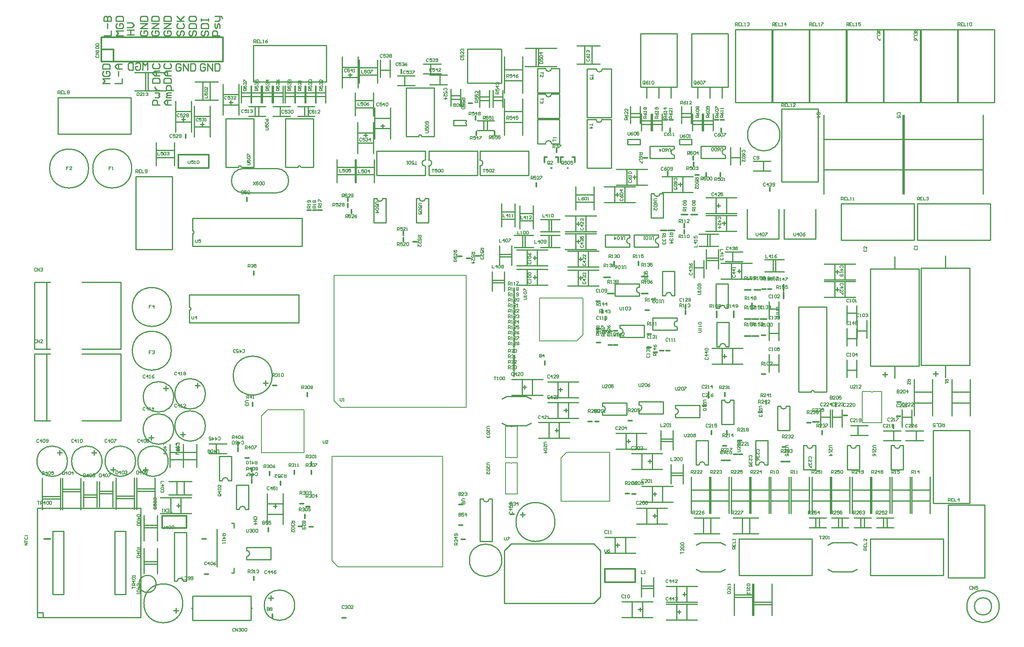
<source format=gto>
%FSAX43Y43*%
%MOMM*%
G71*
G01*
G75*
%ADD10R,11.430X1.524*%
%ADD11R,30.480X1.524*%
%ADD12R,1.524X0.305*%
%ADD13R,0.305X1.524*%
%ADD14R,1.524X1.270*%
%ADD15R,0.762X0.889*%
%ADD16O,0.432X1.524*%
%ADD17R,0.432X1.524*%
%ADD18R,1.778X2.286*%
%ADD19R,1.270X1.143*%
%ADD20R,1.524X3.048*%
%ADD21R,0.889X0.762*%
%ADD22R,3.048X1.524*%
%ADD23R,1.270X1.524*%
%ADD24R,2.286X1.778*%
%ADD25R,1.524X0.508*%
%ADD26O,0.610X2.032*%
%ADD27R,1.143X1.270*%
%ADD28R,1.778X1.524*%
%ADD29R,1.524X1.778*%
%ADD30R,1.524X2.032*%
%ADD31R,2.540X0.610*%
%ADD32O,2.540X0.610*%
%ADD33O,1.778X3.048*%
%ADD34R,5.588X6.350*%
%ADD35R,3.810X2.032*%
%ADD36R,2.032X1.524*%
%ADD37R,1.727X1.219*%
%ADD38O,1.727X1.219*%
%ADD39O,2.540X1.270*%
%ADD40O,2.032X0.610*%
%ADD41R,15.240X5.080*%
%ADD42R,2.540X1.778*%
%ADD43R,0.914X1.270*%
%ADD44R,0.914X0.914*%
%ADD45R,1.778X2.540*%
%ADD46R,3.048X2.286*%
%ADD47R,1.270X1.016*%
%ADD48R,1.016X1.270*%
%ADD49R,1.780X0.420*%
%ADD50R,1.780X0.420*%
%ADD51O,1.016X5.080*%
%ADD52O,2.032X0.762*%
%ADD53R,1.727X1.829*%
%ADD54R,1.778X0.508*%
%ADD55R,2.540X0.635*%
%ADD56R,0.508X1.524*%
%ADD57R,0.508X1.778*%
%ADD58R,0.610X2.032*%
%ADD59R,2.032X0.610*%
%ADD60R,21.590X1.524*%
%ADD61R,1.524X14.859*%
%ADD62O,8.636X8.382*%
%ADD63R,7.874X6.096*%
%ADD64R,1.727X0.813*%
%ADD65C,0.203*%
%ADD66C,0.356*%
%ADD67C,0.457*%
%ADD68C,0.305*%
%ADD69C,1.270*%
%ADD70C,0.508*%
%ADD71C,0.406*%
%ADD72C,0.635*%
%ADD73C,0.381*%
%ADD74C,0.584*%
%ADD75C,0.254*%
%ADD76C,0.813*%
%ADD77C,0.711*%
%ADD78C,0.889*%
%ADD79R,25.146X25.400*%
%ADD80R,1.397X0.635*%
%ADD81C,1.270*%
%ADD82C,1.651*%
%ADD83C,1.524*%
%ADD84R,1.270X1.270*%
%ADD85C,1.626*%
%ADD86C,3.302*%
%ADD87R,10.160X7.620*%
%ADD88C,2.286*%
%ADD89C,6.350*%
%ADD90C,1.930*%
%ADD91C,5.842*%
%ADD92C,1.905*%
%ADD93R,1.905X1.905*%
%ADD94C,1.575*%
%ADD95C,1.727*%
%ADD96R,1.727X1.727*%
%ADD97C,0.813*%
%ADD98R,24.130X1.524*%
%ADD99R,2.032X30.480*%
%ADD100R,1.016X0.914*%
%ADD101R,0.914X1.016*%
%ADD102R,0.762X0.762*%
%ADD103R,1.829X1.727*%
%ADD104R,2.032X3.810*%
%ADD105R,1.270X0.914*%
%ADD106R,2.286X3.048*%
%ADD107O,0.762X2.032*%
%ADD108R,1.194X0.787*%
%ADD109O,1.194X0.787*%
%ADD110R,5.080X2.032*%
%ADD111R,1.270X2.794*%
%ADD112R,1.270X3.048*%
%ADD113C,0.200*%
%ADD114C,0.127*%
D68*
X0127762Y0106731D02*
X0128524Y0106731D01*
X0145034Y0043485D02*
X0145796Y0043485D01*
X0146558Y0044755D02*
X0147320Y0044755D01*
X0157480Y0043231D02*
X0158242Y0043231D01*
X0143942Y0112141D02*
X0143942Y0112903D01*
X0133299Y0112141D02*
X0133299Y0112903D01*
X0145085Y0048895D02*
X0145085Y0049657D01*
X0142621Y0114732D02*
X0143383Y0114732D01*
X0143764Y0114732D02*
X0144526Y0114732D01*
X0131953Y0114732D02*
X0132715Y0114732D01*
X0133096Y0114732D02*
X0133858Y0114732D01*
X0091186Y0118186D02*
X0091948Y0118186D01*
X0096596Y0111506D02*
X0096596Y0112268D01*
X0126670Y0084328D02*
X0126670Y0085090D01*
X0121615Y0084328D02*
X0121615Y0085090D01*
X0153365Y0055245D02*
X0153365Y0056007D01*
X0151765Y0053543D02*
X0152527Y0053543D01*
X0077140Y0124460D02*
X0077140Y0125222D01*
X0092710Y0086284D02*
X0093472Y0086284D01*
X0119634Y0018034D02*
X0125984Y0018034D01*
X0119634Y0020828D02*
X0125984Y0020828D01*
X0125984Y0018034D02*
X0125984Y0020828D01*
X0119634Y0018034D02*
X0119634Y0020828D01*
X0132791Y0103124D02*
X0132791Y0103886D01*
X0079629Y0089205D02*
X0080391Y0089205D01*
X0090805Y0085776D02*
X0091567Y0085776D01*
X0109906Y0105791D02*
X0109906Y0106934D01*
X0106985Y0105791D02*
X0106985Y0106934D01*
X0109398Y0106934D02*
X0109906Y0106934D01*
X0108382Y0104648D02*
X0108509Y0104648D01*
X0106985Y0106934D02*
X0107493Y0106934D01*
X0113335Y0105791D02*
X0113335Y0106934D01*
X0110414Y0105791D02*
X0110414Y0106934D01*
X0112827Y0106934D02*
X0113335Y0106934D01*
X0111811Y0104648D02*
X0111938Y0104648D01*
X0110414Y0106934D02*
X0110922Y0106934D01*
X0058674Y0095834D02*
X0059436Y0095834D01*
X0109550Y0107950D02*
X0109550Y0108712D01*
X0092634Y0114681D02*
X0092634Y0115443D01*
X0043002Y0045339D02*
X0043002Y0046101D01*
X0044577Y0044018D02*
X0045339Y0044018D01*
X0127381Y0081915D02*
X0128651Y0081915D01*
X0127381Y0078359D02*
X0128651Y0078359D01*
X0119507Y0081788D02*
X0120777Y0081788D01*
X0120269Y0078359D02*
X0121539Y0078359D01*
X0042977Y0046482D02*
X0042977Y0047244D01*
X0049327Y0028575D02*
X0049327Y0029337D01*
X0051867Y0038354D02*
X0051867Y0039116D01*
X0136220Y0092202D02*
X0136220Y0092964D01*
X0119050Y0074295D02*
X0119050Y0075057D01*
X0100635Y0078613D02*
X0100635Y0079375D01*
X0152400Y0061519D02*
X0153162Y0061519D01*
X0140078Y0054940D02*
X0140840Y0054940D01*
X0141348Y0056515D02*
X0141348Y0057785D01*
X0144700Y0056896D02*
X0144700Y0057658D01*
X0044907Y0097663D02*
X0044907Y0098425D01*
X0050292Y0059131D02*
X0051054Y0059131D01*
X0163068Y0051562D02*
X0164338Y0051562D01*
X0064770Y0010592D02*
X0065532Y0010592D01*
X0045898Y0038735D02*
X0045898Y0039497D01*
X0137668Y0094869D02*
X0138938Y0094869D01*
X0135636Y0094869D02*
X0136906Y0094869D01*
X0131318Y0091567D02*
X0132588Y0091567D01*
X0132969Y0091567D02*
X0134239Y0091567D01*
X0156972Y0078994D02*
X0156972Y0080264D01*
X0150368Y0075057D02*
X0150368Y0076327D01*
X0146558Y0073406D02*
X0146558Y0074676D01*
X0143002Y0073406D02*
X0143002Y0074676D01*
X0150495Y0073025D02*
X0151765Y0073025D01*
X0148844Y0073025D02*
X0150114Y0073025D01*
X0150495Y0069469D02*
X0151765Y0069469D01*
X0148844Y0069469D02*
X0150114Y0069469D01*
X0156972Y0077343D02*
X0156972Y0078613D01*
X0150876Y0079121D02*
X0152146Y0079121D01*
X0148844Y0079121D02*
X0150114Y0079121D01*
X0107137Y0063500D02*
X0107137Y0064262D01*
X0050241Y0010541D02*
X0050241Y0011303D01*
X0180721Y0055702D02*
X0181483Y0055702D01*
X0167818Y0054737D02*
X0167818Y0055499D01*
X0117856Y0076759D02*
X0118618Y0076759D01*
X0117983Y0071044D02*
X0118745Y0071044D01*
X0132461Y0066472D02*
X0133223Y0066472D01*
X0120396Y0067640D02*
X0121158Y0067640D01*
X0121539Y0070561D02*
X0122301Y0070561D01*
X0136449Y0075184D02*
X0136449Y0075946D01*
X0129794Y0066116D02*
X0130556Y0066116D01*
X0128524Y0067107D02*
X0129286Y0067107D01*
X0141910Y0048895D02*
X0141910Y0049657D01*
X0169545Y0052883D02*
X0170307Y0052883D01*
X0179908Y0050165D02*
X0179908Y0050927D01*
X0180594Y0052756D02*
X0181356Y0052756D01*
X0125349Y0036500D02*
X0126111Y0036500D01*
X0036068Y0019685D02*
X0036830Y0019685D01*
X0154127Y0099822D02*
X0154127Y0100584D01*
X0059817Y0095834D02*
X0060579Y0095834D01*
X0057531Y0095834D02*
X0058293Y0095834D01*
X0046279Y0082296D02*
X0046279Y0083058D01*
X0152400Y0069647D02*
X0153162Y0069647D01*
X0119253Y0070561D02*
X0120015Y0070561D01*
X0117983Y0068123D02*
X0118745Y0068123D01*
X0136220Y0090932D02*
X0136220Y0091694D01*
X0128524Y0069901D02*
X0129286Y0069901D01*
X0136474Y0074041D02*
X0136474Y0074803D01*
X0100635Y0077470D02*
X0100635Y0078232D01*
X0100635Y0076327D02*
X0100635Y0077089D01*
X0100635Y0075184D02*
X0100635Y0075946D01*
X0100635Y0074041D02*
X0100635Y0074803D01*
X0100635Y0072898D02*
X0100635Y0073660D01*
X0100635Y0071755D02*
X0100635Y0072517D01*
X0100635Y0070612D02*
X0100635Y0071374D01*
X0100635Y0069469D02*
X0100635Y0070231D01*
X0100635Y0068326D02*
X0100635Y0069088D01*
X0100635Y0067183D02*
X0100635Y0067945D01*
X0100635Y0066040D02*
X0100635Y0066802D01*
X0120396Y0070536D02*
X0121158Y0070536D01*
X0121539Y0067615D02*
X0122301Y0067615D01*
X0119685Y0072771D02*
X0119685Y0073533D01*
X0128143Y0074879D02*
X0128905Y0074879D01*
X0131191Y0066472D02*
X0131953Y0066472D01*
X0152527Y0079324D02*
X0153289Y0079324D01*
X0153670Y0079324D02*
X0154432Y0079324D01*
X0100660Y0064516D02*
X0100660Y0065278D01*
X0100660Y0063373D02*
X0100660Y0064135D01*
X0100660Y0062230D02*
X0100660Y0062992D01*
X0100660Y0061087D02*
X0100660Y0061849D01*
X0099949Y0032207D02*
X0100711Y0032207D01*
X0124587Y0051765D02*
X0125349Y0051765D01*
X0165024Y0048895D02*
X0165024Y0049657D01*
X0161925Y0051359D02*
X0162687Y0051359D01*
X0123952Y0036525D02*
X0124714Y0036525D01*
X0116205Y0051613D02*
X0116967Y0051613D01*
X0117602Y0051613D02*
X0118364Y0051613D01*
X0057277Y0033833D02*
X0058039Y0033833D01*
X0056947Y0031369D02*
X0056947Y0032131D01*
X0058344Y0042418D02*
X0058344Y0043180D01*
X0055626Y0029667D02*
X0056388Y0029667D01*
X0054813Y0040640D02*
X0054813Y0041402D01*
X0058344Y0040640D02*
X0058344Y0041402D01*
X0057455Y0056896D02*
X0057455Y0057658D01*
X0046279Y0018415D02*
X0046279Y0019177D01*
X0045923Y0039878D02*
X0045923Y0040640D01*
X0152146Y0073025D02*
X0153416Y0073025D01*
X0045923Y0041148D02*
X0045923Y0041910D01*
X0049581Y0040386D02*
X0049581Y0041148D01*
X0057912Y0029642D02*
X0058674Y0029642D01*
X0089154Y0029921D02*
X0089916Y0029921D01*
X0089662Y0027000D02*
X0090424Y0027000D01*
X0089154Y0034239D02*
X0089916Y0034239D01*
X0077546Y0089281D02*
X0077546Y0090043D01*
X0077546Y0090551D02*
X0077546Y0091313D01*
X0089027Y0086182D02*
X0089789Y0086182D01*
X0066751Y0095123D02*
X0066751Y0095885D01*
X0105334Y0100711D02*
X0105334Y0101473D01*
X0065989Y0096393D02*
X0065989Y0097155D01*
X0065989Y0097663D02*
X0065989Y0098425D01*
X0140843Y0102870D02*
X0140843Y0103632D01*
X0143764Y0102870D02*
X0143764Y0103632D01*
X0138481Y0103175D02*
X0139243Y0103175D01*
X0138176Y0105029D02*
X0138176Y0105791D01*
X0138125Y0106299D02*
X0138125Y0107061D01*
X0092761Y0111506D02*
X0092761Y0112268D01*
X0032258Y0029337D02*
X0032258Y0031877D01*
X0027178Y0029337D02*
X0032258Y0029337D01*
X0027178Y0029337D02*
X0027178Y0031877D01*
X0032258Y0031877D01*
X0036957Y0104648D02*
X0036957Y0107442D01*
X0030607Y0104648D02*
X0030607Y0107442D01*
X0030607Y0104648D02*
X0036957Y0104648D01*
X0030607Y0107442D02*
X0036957Y0107442D01*
X0032055Y0110871D02*
X0032055Y0111633D01*
X0046025Y0054864D02*
X0046025Y0055626D01*
X0002565Y0027026D02*
X0003835Y0027026D01*
X0144272Y0046533D02*
X0145034Y0046533D01*
X0147574Y0044755D02*
X0148336Y0044755D01*
X0147447Y0047676D02*
X0148209Y0047676D01*
X0156464Y0043231D02*
X0157226Y0043231D01*
X0156718Y0046279D02*
X0157480Y0046279D01*
X0144018Y0043485D02*
X0144780Y0043485D01*
X0056007Y0034468D02*
X0056769Y0034468D01*
X0035560Y0027102D02*
X0036322Y0027102D01*
X0017018Y0126873D02*
X0017018Y0129413D01*
X0014478Y0129413D02*
X0017018Y0129413D01*
X0014478Y0131953D02*
X0039878Y0131953D01*
X0039878Y0126873D02*
X0039878Y0131953D01*
X0014478Y0126873D02*
X0039878Y0126873D01*
X0014478Y0126873D02*
X0014478Y0131953D01*
D75*
X0135184Y0109896D02*
G03*
X0135184Y0110221I0000000J0000163D01*
G01*
X0124389Y0109896D02*
G03*
X0124389Y0110221I0000000J0000163D01*
G01*
X0202006Y0012954D02*
G03*
X0202006Y0012954I-0003378J0000000D01*
G01*
X0156210Y0111582D02*
G03*
X0156210Y0111582I-0003378J0000000D01*
G01*
X0098120Y0022606D02*
G03*
X0098120Y0022606I-0003378J0000000D01*
G01*
X0043751Y0104775D02*
G03*
X0043117Y0104775I-0000317J0000000D01*
G01*
X0107239Y0125476D02*
G03*
X0108509Y0125476I0000635J0000000D01*
G01*
X0082093Y0106299D02*
G03*
X0082093Y0105029I0000000J-0000635D01*
G01*
X0090673Y0114259D02*
G03*
X0090673Y0113934I0000000J-0000163D01*
G01*
X0056197Y0104775D02*
G03*
X0055562Y0104775I-0000317J0000000D01*
G01*
X0051054Y0099441D02*
G03*
X0051054Y0104521I0000000J0002540D01*
G01*
X0044196Y0104521D02*
G03*
X0044196Y0099441I0000000J-0002540D01*
G01*
X0144780Y0108585D02*
G03*
X0144780Y0107315I0000000J-0000635D01*
G01*
X0072009Y0098298D02*
G03*
X0073279Y0098298I0000635J0000000D01*
G01*
X0080899Y0098298D02*
G03*
X0082169Y0098298I0000635J0000000D01*
G01*
X0117780Y0114808D02*
G03*
X0119050Y0114808I0000635J0000000D01*
G01*
X0093523Y0105029D02*
G03*
X0093523Y0106299I0000000J0000635D01*
G01*
X0108509Y0109728D02*
G03*
X0107239Y0109728I-0000635J0000000D01*
G01*
X0107239Y0120142D02*
G03*
X0108509Y0120142I0000635J0000000D01*
G01*
X0200424Y0012954D02*
G03*
X0200424Y0012954I-0001796J0000000D01*
G01*
X0094234Y0035433D02*
G03*
X0095504Y0035433I0000635J0000000D01*
G01*
X0044577Y0033274D02*
G03*
X0043307Y0033274I-0000635J0000000D01*
G01*
X0021615Y0043307D02*
G03*
X0021615Y0043307I-0003175J0000000D01*
G01*
X0025926Y0017653D02*
G03*
X0025926Y0017653I-0001796J0000000D01*
G01*
X0126873Y0079756D02*
G03*
X0126873Y0078486I0000000J-0000635D01*
G01*
X0133604Y0077978D02*
G03*
X0132334Y0077978I-0000635J0000000D01*
G01*
X0122809Y0069850D02*
G03*
X0122809Y0071120I0000000J0000635D01*
G01*
X0163385Y0057785D02*
G03*
X0162751Y0057785I-0000317J0000000D01*
G01*
X0156337Y0054864D02*
G03*
X0157607Y0054864I0000635J0000000D01*
G01*
X0144653Y0056134D02*
G03*
X0145923Y0056134I0000635J0000000D01*
G01*
X0134366Y0053086D02*
G03*
X0134366Y0054356I0000000J0000635D01*
G01*
X0119126Y0053594D02*
G03*
X0119126Y0054864I0000000J0000635D01*
G01*
X0126746Y0053848D02*
G03*
X0126746Y0055118I0000000J0000635D01*
G01*
X0153035Y0042545D02*
G03*
X0151765Y0042545I-0000635J0000000D01*
G01*
X0170942Y0046609D02*
G03*
X0172212Y0046609I0000635J0000000D01*
G01*
X0180086Y0046609D02*
G03*
X0181356Y0046609I0000635J0000000D01*
G01*
X0130810Y0090043D02*
G03*
X0130810Y0088773I0000000J-0000635D01*
G01*
X0134747Y0072644D02*
G03*
X0134747Y0071374I0000000J-0000635D01*
G01*
X0144780Y0075311D02*
G03*
X0143510Y0075311I-0000635J0000000D01*
G01*
X0144907Y0067310D02*
G03*
X0143637Y0067310I-0000635J0000000D01*
G01*
X0044831Y0023368D02*
G03*
X0044831Y0024638I0000000J0000635D01*
G01*
X0031496Y0013589D02*
G03*
X0031496Y0013589I-0004064J0000000D01*
G01*
X0050165Y0061214D02*
G03*
X0050165Y0061214I-0004064J0000000D01*
G01*
X0014630Y0043307D02*
G03*
X0014630Y0043307I-0003175J0000000D01*
G01*
X0029591Y0050038D02*
G03*
X0029591Y0050038I-0003175J0000000D01*
G01*
X0036195Y0057404D02*
G03*
X0036195Y0057404I-0003175J0000000D01*
G01*
X0032893Y0074867D02*
G03*
X0032893Y0075502I0000000J0000317D01*
G01*
X0033528Y0090868D02*
G03*
X0033528Y0091504I0000000J0000317D01*
G01*
X0029591Y0056769D02*
G03*
X0029591Y0056769I-0003175J0000000D01*
G01*
X0124841Y0090043D02*
G03*
X0124841Y0088773I0000000J-0000635D01*
G01*
X0028448Y0043307D02*
G03*
X0028448Y0043307I-0003175J0000000D01*
G01*
X0007391Y0043307D02*
G03*
X0007391Y0043307I-0003175J0000000D01*
G01*
X0041021Y0039243D02*
G03*
X0039751Y0039243I-0000635J0000000D01*
G01*
X0031623Y0018237D02*
G03*
X0030353Y0018237I-0000635J0000000D01*
G01*
X0081394Y0111252D02*
G03*
X0080759Y0111252I-0000317J0000000D01*
G01*
X0036195Y0050673D02*
G03*
X0036195Y0050673I-0003175J0000000D01*
G01*
X0117856Y0125349D02*
G03*
X0119126Y0125349I0000635J0000000D01*
G01*
X0054864Y0013208D02*
G03*
X0054864Y0013208I-0003175J0000000D01*
G01*
X0029083Y0075565D02*
G03*
X0029083Y0075565I-0004064J0000000D01*
G01*
X0029083Y0066421D02*
G03*
X0029083Y0066421I-0004064J0000000D01*
G01*
X0011811Y0104521D02*
G03*
X0011811Y0104521I-0004064J0000000D01*
G01*
X0020828Y0104521D02*
G03*
X0020828Y0104521I-0004064J0000000D01*
G01*
X0082855Y0105029D02*
G03*
X0082855Y0106299I0000000J0000635D01*
G01*
X0109220Y0030607D02*
G03*
X0109220Y0030607I-0004064J0000000D01*
G01*
X0140589Y0042545D02*
G03*
X0139319Y0042545I-0000635J0000000D01*
G01*
X0161798Y0046609D02*
G03*
X0163068Y0046609I0000635J0000000D01*
G01*
X0129921Y0099314D02*
G03*
X0131191Y0099314I0000635J0000000D01*
G01*
X0134112Y0108585D02*
G03*
X0134112Y0107315I0000000J-0000635D01*
G01*
X0129540Y0112395D02*
X0129540Y0115951D01*
X0131572Y0112395D02*
X0131572Y0115951D01*
X0129540Y0114554D02*
X0131572Y0114554D01*
X0129540Y0113792D02*
X0131572Y0113792D01*
X0135184Y0109512D02*
X0137785Y0109512D01*
X0137785Y0110604D01*
X0135184Y0110604D02*
X0137785Y0110604D01*
X0135184Y0110221D02*
X0135184Y0110604D01*
X0135184Y0109512D02*
X0135184Y0109896D01*
X0124389Y0109512D02*
X0126990Y0109512D01*
X0126990Y0110604D01*
X0124389Y0110604D02*
X0126990Y0110604D01*
X0124389Y0110221D02*
X0124389Y0110604D01*
X0124389Y0109512D02*
X0124389Y0109896D01*
X0121666Y0097409D02*
X0121666Y0100711D01*
X0119507Y0097409D02*
X0125984Y0097409D01*
X0119507Y0100711D02*
X0125984Y0100711D01*
X0121793Y0099060D02*
X0122555Y0099060D01*
X0122174Y0098679D02*
X0122174Y0099441D01*
X0123825Y0097409D02*
X0123825Y0100711D01*
X0135890Y0099568D02*
X0135890Y0102870D01*
X0131572Y0102870D02*
X0138049Y0102870D01*
X0131572Y0099568D02*
X0138049Y0099568D01*
X0135001Y0101219D02*
X0135763Y0101219D01*
X0135382Y0100838D02*
X0135382Y0101600D01*
X0133731Y0099568D02*
X0133731Y0102870D01*
X0145923Y0105283D02*
X0145923Y0108966D01*
X0147955Y0105283D02*
X0147955Y0108966D01*
X0145923Y0106807D02*
X0147955Y0106807D01*
X0115443Y0126365D02*
X0115443Y0130175D01*
X0116967Y0126365D02*
X0116967Y0130175D01*
X0113792Y0126365D02*
X0118618Y0126365D01*
X0113792Y0130175D02*
X0118618Y0130175D01*
X0124968Y0116078D02*
X0127000Y0116078D01*
X0124968Y0115316D02*
X0127000Y0115316D01*
X0124968Y0113919D02*
X0124968Y0117475D01*
X0127000Y0113919D02*
X0127000Y0117475D01*
X0071298Y0115570D02*
X0071298Y0120396D01*
X0067488Y0115570D02*
X0067488Y0120396D01*
X0067488Y0117221D02*
X0071298Y0117221D01*
X0067488Y0118745D02*
X0071298Y0118745D01*
X0090932Y0122428D02*
X0098044Y0122428D01*
X0098044Y0129540D01*
X0090932Y0129540D02*
X0098044Y0129540D01*
X0090932Y0122428D02*
X0090932Y0129540D01*
X0096266Y0118745D02*
X0098298Y0118745D01*
X0096266Y0119507D02*
X0098298Y0119507D01*
X0098298Y0117348D02*
X0098298Y0120904D01*
X0096266Y0117348D02*
X0096266Y0120904D01*
X0095123Y0112522D02*
X0095123Y0114554D01*
X0094361Y0112522D02*
X0094361Y0114554D01*
X0092964Y0114554D02*
X0096520Y0114554D01*
X0092964Y0112522D02*
X0096520Y0112522D01*
X0093472Y0118745D02*
X0095504Y0118745D01*
X0093472Y0119507D02*
X0095504Y0119507D01*
X0095504Y0117348D02*
X0095504Y0120904D01*
X0093472Y0117348D02*
X0093472Y0120904D01*
X0135636Y0116078D02*
X0137668Y0116078D01*
X0135636Y0115316D02*
X0137668Y0115316D01*
X0135636Y0113919D02*
X0135636Y0117475D01*
X0137668Y0113919D02*
X0137668Y0117475D01*
X0033528Y0012573D02*
X0033528Y0015113D01*
X0045720Y0015113D01*
X0045720Y0010033D02*
X0045720Y0015113D01*
X0033528Y0010033D02*
X0045720Y0010033D01*
X0033528Y0010033D02*
X0033528Y0012573D01*
X0045720Y0012573D02*
X0045974Y0012573D01*
X0033274Y0012573D02*
X0033528Y0012573D01*
X0064770Y0125730D02*
X0068072Y0125730D01*
X0066040Y0124079D02*
X0066802Y0124079D01*
X0066421Y0123698D02*
X0066421Y0124460D01*
X0064770Y0121412D02*
X0064770Y0127889D01*
X0068072Y0121412D02*
X0068072Y0127889D01*
X0064770Y0123571D02*
X0068072Y0123571D01*
X0059182Y0118237D02*
X0059182Y0121793D01*
X0057150Y0118237D02*
X0057150Y0121793D01*
X0057150Y0119634D02*
X0059182Y0119634D01*
X0057150Y0120396D02*
X0059182Y0120396D01*
X0116205Y0083947D02*
X0116205Y0087249D01*
X0114554Y0085217D02*
X0114554Y0085979D01*
X0114173Y0085598D02*
X0114935Y0085598D01*
X0111887Y0087249D02*
X0118364Y0087249D01*
X0111887Y0083947D02*
X0118364Y0083947D01*
X0114046Y0083947D02*
X0114046Y0087249D01*
X0127381Y0041656D02*
X0127381Y0044958D01*
X0129032Y0042926D02*
X0129032Y0043688D01*
X0128651Y0043307D02*
X0129413Y0043307D01*
X0125222Y0041656D02*
X0131699Y0041656D01*
X0125222Y0044958D02*
X0131699Y0044958D01*
X0129540Y0041656D02*
X0129540Y0044958D01*
X0030226Y0036322D02*
X0030226Y0039116D01*
X0031750Y0036322D02*
X0031750Y0039116D01*
X0028575Y0036322D02*
X0033401Y0036322D01*
X0028575Y0039116D02*
X0033401Y0039116D01*
X0043751Y0104775D02*
X0046355Y0104775D01*
X0040513Y0104775D02*
X0043117Y0104775D01*
X0040513Y0104775D02*
X0040513Y0114935D01*
X0046355Y0114935D01*
X0046355Y0104775D02*
X0046355Y0114935D01*
X0003048Y0051816D02*
X0003048Y0065786D01*
X0010414Y0065786D02*
X0018542Y0065786D01*
X0018542Y0051816D02*
X0018542Y0065786D01*
X0010414Y0051816D02*
X0018542Y0051816D01*
X0000508Y0065786D02*
X0003810Y0065786D01*
X0000508Y0051816D02*
X0000508Y0065786D01*
X0000508Y0051816D02*
X0003810Y0051816D01*
X0155956Y0089789D02*
X0155956Y0096012D01*
X0149352Y0089789D02*
X0149352Y0096012D01*
X0149352Y0089789D02*
X0155956Y0089789D01*
X0170053Y0118364D02*
X0170053Y0133604D01*
X0162433Y0133604D02*
X0170053Y0133604D01*
X0162433Y0118364D02*
X0162433Y0133604D01*
X0162433Y0118364D02*
X0170053Y0118364D01*
X0177927Y0118364D02*
X0185547Y0118364D01*
X0177927Y0118364D02*
X0177927Y0133604D01*
X0185547Y0133604D01*
X0185547Y0118364D02*
X0185547Y0133604D01*
X0193421Y0118364D02*
X0201041Y0118364D01*
X0193421Y0118364D02*
X0193421Y0133604D01*
X0201041Y0133604D01*
X0201041Y0118364D02*
X0201041Y0133604D01*
X0177800Y0118364D02*
X0177800Y0133604D01*
X0170180Y0133604D02*
X0177800Y0133604D01*
X0170180Y0118364D02*
X0170180Y0133604D01*
X0170180Y0118364D02*
X0177800Y0118364D01*
X0154686Y0118364D02*
X0162306Y0118364D01*
X0154686Y0118364D02*
X0154686Y0133604D01*
X0162306Y0133604D01*
X0162306Y0118364D02*
X0162306Y0133604D01*
X0098044Y0093980D02*
X0100838Y0093980D01*
X0098044Y0095504D02*
X0100838Y0095504D01*
X0100838Y0092329D02*
X0100838Y0097155D01*
X0098044Y0092329D02*
X0098044Y0097155D01*
X0133477Y0040894D02*
X0136017Y0040894D01*
X0136017Y0038608D02*
X0136017Y0042672D01*
X0133477Y0040386D02*
X0136017Y0040386D01*
X0133477Y0038608D02*
X0133477Y0042672D01*
X0113538Y0095885D02*
X0113538Y0100711D01*
X0117348Y0095885D02*
X0117348Y0100711D01*
X0113538Y0099060D02*
X0117348Y0099060D01*
X0113538Y0097536D02*
X0117348Y0097536D01*
X0147701Y0019431D02*
X0162941Y0019431D01*
X0162941Y0027051D01*
X0147701Y0027051D02*
X0162941Y0027051D01*
X0147701Y0019431D02*
X0147701Y0027051D01*
X0105562Y0125476D02*
X0107239Y0125476D01*
X0108509Y0125476D02*
X0110185Y0125476D01*
X0110185Y0120396D02*
X0110185Y0125476D01*
X0105562Y0120396D02*
X0110185Y0120396D01*
X0105562Y0120396D02*
X0105562Y0125476D01*
X0082093Y0106299D02*
X0082093Y0108204D01*
X0082093Y0103124D02*
X0082093Y0105029D01*
X0071933Y0103124D02*
X0082093Y0103124D01*
X0071933Y0103124D02*
X0071933Y0108204D01*
X0082093Y0108204D01*
X0143764Y0020193D02*
X0144780Y0020701D01*
X0138684Y0020701D02*
X0139700Y0020193D01*
X0143764Y0020193D01*
X0139700Y0026289D02*
X0143764Y0026289D01*
X0144780Y0025781D01*
X0138684Y0025781D02*
X0139700Y0026289D01*
X0175133Y0019431D02*
X0190373Y0019431D01*
X0190373Y0027051D01*
X0175133Y0027051D02*
X0190373Y0027051D01*
X0175133Y0019431D02*
X0175133Y0027051D01*
X0088072Y0114643D02*
X0090673Y0114643D01*
X0088072Y0113551D02*
X0088072Y0114643D01*
X0088072Y0113551D02*
X0090673Y0113551D01*
X0090673Y0113934D01*
X0090673Y0114259D02*
X0090673Y0114643D01*
X0137795Y0121539D02*
X0145415Y0121539D01*
X0145415Y0132715D01*
X0137795Y0132715D02*
X0145415Y0132715D01*
X0137795Y0121539D02*
X0137795Y0132715D01*
X0139065Y0119253D02*
X0139065Y0121539D01*
X0141605Y0119253D02*
X0141605Y0121539D01*
X0144145Y0119253D02*
X0144145Y0121539D01*
X0056197Y0104775D02*
X0058801Y0104775D01*
X0052959Y0104775D02*
X0055562Y0104775D01*
X0052959Y0104775D02*
X0052959Y0114935D01*
X0058801Y0114935D01*
X0058801Y0104775D02*
X0058801Y0114935D01*
X0044196Y0104521D02*
X0051054Y0104521D01*
X0044196Y0099441D02*
X0051054Y0099441D01*
X0139700Y0109220D02*
X0144780Y0109220D01*
X0139700Y0106680D02*
X0139700Y0109220D01*
X0139700Y0106680D02*
X0144780Y0106680D01*
X0144780Y0107315D01*
X0144780Y0108585D02*
X0144780Y0109220D01*
X0071374Y0093218D02*
X0071374Y0098298D01*
X0071374Y0093218D02*
X0073914Y0093218D01*
X0073914Y0098298D01*
X0073279Y0098298D02*
X0073914Y0098298D01*
X0071374Y0098298D02*
X0072009Y0098298D01*
X0080264Y0093218D02*
X0080264Y0098298D01*
X0080264Y0093218D02*
X0082804Y0093218D01*
X0082804Y0098298D01*
X0082169Y0098298D02*
X0082804Y0098298D01*
X0080264Y0098298D02*
X0080899Y0098298D01*
X0115875Y0104648D02*
X0115875Y0114808D01*
X0115875Y0104648D02*
X0120955Y0104648D01*
X0120955Y0114808D01*
X0119050Y0114808D02*
X0120955Y0114808D01*
X0115875Y0114808D02*
X0117780Y0114808D01*
X0093523Y0103124D02*
X0103683Y0103124D01*
X0103683Y0108204D01*
X0093523Y0108204D02*
X0103683Y0108204D01*
X0093523Y0106299D02*
X0093523Y0108204D01*
X0093523Y0103124D02*
X0093523Y0105029D01*
X0000508Y0066802D02*
X0003810Y0066802D01*
X0000508Y0066802D02*
X0000508Y0080772D01*
X0003810Y0080772D01*
X0010414Y0066802D02*
X0018542Y0066802D01*
X0018542Y0080772D01*
X0010414Y0080772D02*
X0018542Y0080772D01*
X0003048Y0066802D02*
X0003048Y0080772D01*
X0126365Y0101092D02*
X0126365Y0104394D01*
X0122047Y0104394D02*
X0128524Y0104394D01*
X0122047Y0101092D02*
X0128524Y0101092D01*
X0125476Y0102743D02*
X0126238Y0102743D01*
X0125857Y0102362D02*
X0125857Y0103124D01*
X0124206Y0101092D02*
X0124206Y0104394D01*
X0029972Y0114300D02*
X0033274Y0114300D01*
X0033274Y0112141D02*
X0033274Y0118618D01*
X0029972Y0112141D02*
X0029972Y0118618D01*
X0031623Y0114427D02*
X0031623Y0115189D01*
X0031242Y0114808D02*
X0032004Y0114808D01*
X0029972Y0116459D02*
X0033274Y0116459D01*
X0033909Y0113284D02*
X0037211Y0113284D01*
X0037211Y0111125D02*
X0037211Y0117602D01*
X0033909Y0111125D02*
X0033909Y0117602D01*
X0035560Y0113411D02*
X0035560Y0114173D01*
X0035179Y0113792D02*
X0035941Y0113792D01*
X0033909Y0115443D02*
X0037211Y0115443D01*
X0039878Y0117856D02*
X0043180Y0117856D01*
X0043180Y0115697D02*
X0043180Y0122174D01*
X0039878Y0115697D02*
X0039878Y0122174D01*
X0041529Y0117983D02*
X0041529Y0118745D01*
X0041148Y0118364D02*
X0041910Y0118364D01*
X0039878Y0120015D02*
X0043180Y0120015D01*
X0031115Y0032385D02*
X0031115Y0035687D01*
X0026797Y0035687D02*
X0033274Y0035687D01*
X0026797Y0032385D02*
X0033274Y0032385D01*
X0030226Y0034036D02*
X0030988Y0034036D01*
X0030607Y0033655D02*
X0030607Y0034417D01*
X0028956Y0032385D02*
X0028956Y0035687D01*
X0067996Y0112014D02*
X0071298Y0112014D01*
X0067996Y0107696D02*
X0067996Y0114173D01*
X0071298Y0107696D02*
X0071298Y0114173D01*
X0069647Y0111125D02*
X0069647Y0111887D01*
X0069266Y0111506D02*
X0070028Y0111506D01*
X0067996Y0109855D02*
X0071298Y0109855D01*
X0071552Y0112903D02*
X0074854Y0112903D01*
X0074854Y0110744D02*
X0074854Y0117221D01*
X0071552Y0110744D02*
X0071552Y0117221D01*
X0073203Y0113030D02*
X0073203Y0113792D01*
X0072822Y0113411D02*
X0073584Y0113411D01*
X0071552Y0115062D02*
X0074854Y0115062D01*
X0051816Y0115443D02*
X0051816Y0117475D01*
X0050292Y0115443D02*
X0053975Y0115443D01*
X0050292Y0117475D02*
X0053975Y0117475D01*
X0072771Y0125095D02*
X0074803Y0125095D01*
X0074803Y0123571D02*
X0074803Y0127254D01*
X0072771Y0123571D02*
X0072771Y0127254D01*
X0083236Y0124333D02*
X0083236Y0126365D01*
X0081712Y0124333D02*
X0085395Y0124333D01*
X0081712Y0126365D02*
X0085395Y0126365D01*
X0185674Y0063373D02*
X0190754Y0063373D01*
X0185674Y0063373D02*
X0185674Y0083693D01*
X0195834Y0083693D01*
X0195834Y0063373D02*
X0195834Y0083693D01*
X0190754Y0063373D02*
X0195834Y0063373D01*
X0190754Y0083693D02*
X0190754Y0086233D01*
X0190754Y0060833D02*
X0190754Y0063373D01*
X0188214Y0061595D02*
X0189230Y0061595D01*
X0188722Y0061087D02*
X0188722Y0062103D01*
X0175133Y0063246D02*
X0180213Y0063246D01*
X0175133Y0063246D02*
X0175133Y0083566D01*
X0185293Y0083566D01*
X0185293Y0063246D02*
X0185293Y0083566D01*
X0180213Y0063246D02*
X0185293Y0063246D01*
X0180213Y0083566D02*
X0180213Y0086106D01*
X0180213Y0060706D02*
X0180213Y0063246D01*
X0177673Y0061468D02*
X0178689Y0061468D01*
X0178181Y0060960D02*
X0178181Y0061976D01*
X0181864Y0099187D02*
X0181864Y0115697D01*
X0165354Y0099187D02*
X0165354Y0115697D01*
X0165354Y0110617D02*
X0181864Y0110617D01*
X0165354Y0104267D02*
X0181864Y0104267D01*
X0035687Y0118872D02*
X0035687Y0122682D01*
X0037211Y0118872D02*
X0037211Y0122682D01*
X0034036Y0118872D02*
X0038862Y0118872D01*
X0034036Y0122682D02*
X0038862Y0122682D01*
X0025908Y0108331D02*
X0029718Y0108331D01*
X0025908Y0106807D02*
X0029718Y0106807D01*
X0025908Y0105156D02*
X0025908Y0109982D01*
X0029718Y0105156D02*
X0029718Y0109982D01*
X0067615Y0103251D02*
X0071425Y0103251D01*
X0067615Y0104775D02*
X0071425Y0104775D01*
X0071425Y0101600D02*
X0071425Y0106426D01*
X0067615Y0101600D02*
X0067615Y0106426D01*
X0063678Y0104775D02*
X0067488Y0104775D01*
X0063678Y0103251D02*
X0067488Y0103251D01*
X0063678Y0101600D02*
X0063678Y0106426D01*
X0067488Y0101600D02*
X0067488Y0106426D01*
X0068326Y0124079D02*
X0072136Y0124079D01*
X0068326Y0125603D02*
X0072136Y0125603D01*
X0072136Y0122428D02*
X0072136Y0127254D01*
X0068326Y0122428D02*
X0068326Y0127254D01*
X0191389Y0034163D02*
X0199009Y0034163D01*
X0199009Y0018923D02*
X0199009Y0034163D01*
X0191389Y0018923D02*
X0199009Y0018923D01*
X0191389Y0018923D02*
X0191389Y0034163D01*
X0195834Y0034544D02*
X0195834Y0049784D01*
X0188214Y0049784D02*
X0195834Y0049784D01*
X0188214Y0034544D02*
X0188214Y0049784D01*
X0188214Y0034544D02*
X0195834Y0034544D01*
X0021717Y0087630D02*
X0021717Y0102870D01*
X0021717Y0087630D02*
X0029337Y0087630D01*
X0029337Y0102870D01*
X0021717Y0102870D02*
X0029337Y0102870D01*
X0156591Y0116967D02*
X0164211Y0116967D01*
X0164211Y0101727D02*
X0164211Y0116967D01*
X0156591Y0101727D02*
X0164211Y0101727D01*
X0156591Y0101727D02*
X0156591Y0116967D01*
X0046228Y0122682D02*
X0046228Y0130302D01*
X0061468Y0130302D01*
X0061468Y0122682D02*
X0061468Y0130302D01*
X0046228Y0122682D02*
X0061468Y0122682D01*
X0150495Y0011049D02*
X0150495Y0017653D01*
X0146685Y0011049D02*
X0146685Y0017653D01*
X0146685Y0015367D02*
X0150495Y0015367D01*
X0146685Y0014859D02*
X0150495Y0014859D01*
X0150749Y0011049D02*
X0150749Y0017653D01*
X0154559Y0011049D02*
X0154559Y0017653D01*
X0150749Y0013335D02*
X0154559Y0013335D01*
X0150749Y0013843D02*
X0154559Y0013843D01*
X0021463Y0124587D02*
X0028067Y0124587D01*
X0021463Y0120777D02*
X0028067Y0120777D01*
X0023749Y0120777D02*
X0023749Y0124587D01*
X0024257Y0120777D02*
X0024257Y0124587D01*
X0102921Y0129667D02*
X0109525Y0129667D01*
X0102921Y0125857D02*
X0109525Y0125857D01*
X0105207Y0125857D02*
X0105207Y0129667D01*
X0105715Y0125857D02*
X0105715Y0129667D01*
X0108509Y0109728D02*
X0110185Y0109728D01*
X0105562Y0109728D02*
X0107239Y0109728D01*
X0105562Y0109728D02*
X0105562Y0114808D01*
X0110185Y0114808D01*
X0110185Y0109728D02*
X0110185Y0114808D01*
X0105562Y0120142D02*
X0107239Y0120142D01*
X0108509Y0120142D02*
X0110185Y0120142D01*
X0110185Y0115062D02*
X0110185Y0120142D01*
X0105562Y0115062D02*
X0110185Y0115062D01*
X0105562Y0115062D02*
X0105562Y0120142D01*
X0192151Y0052832D02*
X0192151Y0060452D01*
X0192151Y0055499D02*
X0195961Y0055499D01*
X0195961Y0052832D02*
X0195961Y0060452D01*
X0192151Y0057785D02*
X0195961Y0057785D01*
X0184277Y0052832D02*
X0184277Y0060452D01*
X0184277Y0055499D02*
X0188087Y0055499D01*
X0188087Y0052832D02*
X0188087Y0060452D01*
X0184277Y0057785D02*
X0188087Y0057785D01*
X0098603Y0120269D02*
X0098603Y0127889D01*
X0098603Y0122936D02*
X0102413Y0122936D01*
X0102413Y0120269D02*
X0102413Y0127889D01*
X0098603Y0125222D02*
X0102413Y0125222D01*
X0047371Y0115443D02*
X0047371Y0117475D01*
X0046609Y0115443D02*
X0046609Y0117475D01*
X0045212Y0117475D02*
X0048768Y0117475D01*
X0045212Y0115443D02*
X0048768Y0115443D01*
X0137922Y0114554D02*
X0139954Y0114554D01*
X0137922Y0113792D02*
X0139954Y0113792D01*
X0137922Y0112395D02*
X0137922Y0115951D01*
X0139954Y0112395D02*
X0139954Y0115951D01*
X0140208Y0114554D02*
X0142240Y0114554D01*
X0140208Y0113792D02*
X0142240Y0113792D01*
X0140208Y0112395D02*
X0140208Y0115951D01*
X0142240Y0112395D02*
X0142240Y0115951D01*
X0127254Y0113792D02*
X0129286Y0113792D01*
X0127254Y0114554D02*
X0129286Y0114554D01*
X0129286Y0112395D02*
X0129286Y0115951D01*
X0127254Y0112395D02*
X0127254Y0115951D01*
X0054991Y0119634D02*
X0057023Y0119634D01*
X0054991Y0120396D02*
X0057023Y0120396D01*
X0057023Y0118237D02*
X0057023Y0121793D01*
X0054991Y0118237D02*
X0054991Y0121793D01*
X0059309Y0120396D02*
X0061341Y0120396D01*
X0059309Y0119634D02*
X0061341Y0119634D01*
X0059309Y0118237D02*
X0059309Y0121793D01*
X0061341Y0118237D02*
X0061341Y0121793D01*
X0052832Y0119634D02*
X0054864Y0119634D01*
X0052832Y0120396D02*
X0054864Y0120396D01*
X0054864Y0118237D02*
X0054864Y0121793D01*
X0052832Y0118237D02*
X0052832Y0121793D01*
X0048133Y0120396D02*
X0050165Y0120396D01*
X0048133Y0119634D02*
X0050165Y0119634D01*
X0048133Y0118237D02*
X0048133Y0121793D01*
X0050165Y0118237D02*
X0050165Y0121793D01*
X0045847Y0119634D02*
X0047879Y0119634D01*
X0045847Y0120396D02*
X0047879Y0120396D01*
X0047879Y0118237D02*
X0047879Y0121793D01*
X0045847Y0118237D02*
X0045847Y0121793D01*
X0050419Y0120396D02*
X0052451Y0120396D01*
X0050419Y0119634D02*
X0052451Y0119634D01*
X0050419Y0118237D02*
X0050419Y0121793D01*
X0052451Y0118237D02*
X0052451Y0121793D01*
X0043688Y0119634D02*
X0045720Y0119634D01*
X0043688Y0120396D02*
X0045720Y0120396D01*
X0045720Y0118237D02*
X0045720Y0121793D01*
X0043688Y0118237D02*
X0043688Y0121793D01*
X0093599Y0035433D02*
X0094234Y0035433D01*
X0095504Y0035433D02*
X0096139Y0035433D01*
X0096139Y0026543D02*
X0096139Y0035433D01*
X0093599Y0026543D02*
X0096139Y0026543D01*
X0093599Y0026543D02*
X0093599Y0035433D01*
X0148209Y0081407D02*
X0148209Y0084709D01*
X0143891Y0084709D02*
X0150368Y0084709D01*
X0143891Y0081407D02*
X0150368Y0081407D01*
X0147320Y0083058D02*
X0148082Y0083058D01*
X0147701Y0082677D02*
X0147701Y0083439D01*
X0146050Y0081407D02*
X0146050Y0084709D01*
X0127254Y0014986D02*
X0127254Y0019050D01*
X0127254Y0016764D02*
X0129794Y0016764D01*
X0129794Y0014986D02*
X0129794Y0019050D01*
X0127254Y0017272D02*
X0129794Y0017272D01*
X0123952Y0024130D02*
X0123952Y0027432D01*
X0122301Y0025400D02*
X0122301Y0026162D01*
X0121920Y0025781D02*
X0122682Y0025781D01*
X0119634Y0027432D02*
X0126111Y0027432D01*
X0119634Y0024130D02*
X0126111Y0024130D01*
X0121793Y0024130D02*
X0121793Y0027432D01*
X0045212Y0033274D02*
X0045212Y0038354D01*
X0042672Y0038354D02*
X0045212Y0038354D01*
X0042672Y0033274D02*
X0042672Y0038354D01*
X0042672Y0033274D02*
X0043307Y0033274D01*
X0044577Y0033274D02*
X0045212Y0033274D01*
X0016916Y0041021D02*
X0016916Y0042037D01*
X0016408Y0041529D02*
X0017424Y0041529D01*
X0049149Y0034417D02*
X0052451Y0034417D01*
X0049149Y0030099D02*
X0049149Y0036576D01*
X0052451Y0030099D02*
X0052451Y0036576D01*
X0050800Y0033528D02*
X0050800Y0034290D01*
X0050419Y0033909D02*
X0051181Y0033909D01*
X0049149Y0032258D02*
X0052451Y0032258D01*
X0126873Y0079756D02*
X0126873Y0080391D01*
X0126873Y0077851D02*
X0126873Y0078486D01*
X0121793Y0077851D02*
X0126873Y0077851D01*
X0121793Y0077851D02*
X0121793Y0080391D01*
X0126873Y0080391D01*
X0023368Y0022352D02*
X0026162Y0022352D01*
X0023368Y0021844D02*
X0026162Y0021844D01*
X0023368Y0019812D02*
X0023368Y0025146D01*
X0026162Y0019812D02*
X0026162Y0025146D01*
X0001143Y0033528D02*
X0022733Y0033528D01*
X0001143Y0010668D02*
X0001143Y0033528D01*
X0001143Y0010668D02*
X0022733Y0010668D01*
X0022733Y0033528D01*
X0004318Y0015494D02*
X0004318Y0028702D01*
X0006604Y0028702D01*
X0006604Y0015494D02*
X0006604Y0028702D01*
X0004318Y0015494D02*
X0006604Y0015494D01*
X0019558Y0015494D02*
X0019558Y0028702D01*
X0017272Y0028702D02*
X0019558Y0028702D01*
X0017272Y0015494D02*
X0017272Y0028702D01*
X0017272Y0015494D02*
X0019558Y0015494D01*
X0002286Y0010668D02*
X0002286Y0011684D01*
X0001143Y0011684D02*
X0002286Y0011684D01*
X0014097Y0036576D02*
X0016891Y0036576D01*
X0014097Y0037084D02*
X0016891Y0037084D01*
X0016891Y0033782D02*
X0016891Y0039116D01*
X0014097Y0033782D02*
X0014097Y0039116D01*
X0010795Y0036322D02*
X0013589Y0036322D01*
X0010795Y0035814D02*
X0013589Y0035814D01*
X0010795Y0033782D02*
X0010795Y0039116D01*
X0013589Y0033782D02*
X0013589Y0039116D01*
X0023368Y0029464D02*
X0026162Y0029464D01*
X0023368Y0029972D02*
X0026162Y0029972D01*
X0026162Y0026670D02*
X0026162Y0032004D01*
X0023368Y0026670D02*
X0023368Y0032004D01*
X0134239Y0077978D02*
X0134239Y0083058D01*
X0131699Y0083058D02*
X0134239Y0083058D01*
X0131699Y0077978D02*
X0131699Y0083058D01*
X0131699Y0077978D02*
X0132334Y0077978D01*
X0133604Y0077978D02*
X0134239Y0077978D01*
X0021844Y0037084D02*
X0025654Y0037084D01*
X0021844Y0037592D02*
X0025654Y0037592D01*
X0021844Y0033274D02*
X0021844Y0039878D01*
X0025654Y0033274D02*
X0025654Y0039878D01*
X0017526Y0036068D02*
X0021336Y0036068D01*
X0017526Y0035560D02*
X0021336Y0035560D01*
X0021336Y0033274D02*
X0021336Y0039878D01*
X0017526Y0033274D02*
X0017526Y0039878D01*
X0139319Y0090805D02*
X0143383Y0090805D01*
X0141097Y0088265D02*
X0141097Y0090805D01*
X0139319Y0088265D02*
X0143383Y0088265D01*
X0141605Y0088265D02*
X0141605Y0090805D01*
X0145034Y0095123D02*
X0145034Y0098425D01*
X0143383Y0096393D02*
X0143383Y0097155D01*
X0143002Y0096774D02*
X0143764Y0096774D01*
X0140716Y0098425D02*
X0147193Y0098425D01*
X0140716Y0095123D02*
X0147193Y0095123D01*
X0142875Y0095123D02*
X0142875Y0098425D01*
X0002159Y0035941D02*
X0005969Y0035941D01*
X0002159Y0035433D02*
X0005969Y0035433D01*
X0005969Y0033147D02*
X0005969Y0039751D01*
X0002159Y0033147D02*
X0002159Y0039751D01*
X0122809Y0069215D02*
X0122809Y0069850D01*
X0122809Y0071120D02*
X0122809Y0071755D01*
X0127889Y0071755D01*
X0127889Y0069215D02*
X0127889Y0071755D01*
X0122809Y0069215D02*
X0127889Y0069215D01*
X0163385Y0057785D02*
X0165989Y0057785D01*
X0160147Y0057785D02*
X0162751Y0057785D01*
X0160147Y0057785D02*
X0160147Y0075565D01*
X0165989Y0075565D01*
X0165989Y0057785D02*
X0165989Y0075565D01*
X0158496Y0037338D02*
X0162306Y0037338D01*
X0162306Y0032385D02*
X0162306Y0040005D01*
X0158496Y0035052D02*
X0162306Y0035052D01*
X0158496Y0032385D02*
X0158496Y0040005D01*
X0155702Y0054864D02*
X0156337Y0054864D01*
X0157607Y0054864D02*
X0158242Y0054864D01*
X0158242Y0049784D02*
X0158242Y0054864D01*
X0155702Y0049784D02*
X0158242Y0049784D01*
X0155702Y0049784D02*
X0155702Y0054864D01*
X0154305Y0037338D02*
X0158115Y0037338D01*
X0158115Y0032385D02*
X0158115Y0040005D01*
X0154305Y0035052D02*
X0158115Y0035052D01*
X0154305Y0032385D02*
X0154305Y0040005D01*
X0150114Y0032385D02*
X0150114Y0040005D01*
X0150114Y0035052D02*
X0153924Y0035052D01*
X0153924Y0032385D02*
X0153924Y0040005D01*
X0150114Y0037338D02*
X0153924Y0037338D01*
X0144018Y0056134D02*
X0144653Y0056134D01*
X0145923Y0056134D02*
X0146558Y0056134D01*
X0146558Y0051054D02*
X0146558Y0056134D01*
X0144018Y0051054D02*
X0146558Y0051054D01*
X0144018Y0051054D02*
X0144018Y0056134D01*
X0134366Y0052451D02*
X0134366Y0053086D01*
X0134366Y0054356D02*
X0134366Y0054991D01*
X0139446Y0054991D01*
X0139446Y0052451D02*
X0139446Y0054991D01*
X0134366Y0052451D02*
X0139446Y0052451D01*
X0119126Y0052959D02*
X0119126Y0053594D01*
X0119126Y0054864D02*
X0119126Y0055499D01*
X0124206Y0055499D01*
X0124206Y0052959D02*
X0124206Y0055499D01*
X0119126Y0052959D02*
X0124206Y0052959D01*
X0131318Y0045720D02*
X0131318Y0049784D01*
X0131318Y0047498D02*
X0133858Y0047498D01*
X0133858Y0045720D02*
X0133858Y0049784D01*
X0131318Y0048006D02*
X0133858Y0048006D01*
X0126746Y0053213D02*
X0131826Y0053213D01*
X0131826Y0055753D01*
X0126746Y0055753D02*
X0131826Y0055753D01*
X0126746Y0055118D02*
X0126746Y0055753D01*
X0126746Y0053213D02*
X0126746Y0053848D01*
X0153670Y0042545D02*
X0153670Y0047625D01*
X0151130Y0047625D02*
X0153670Y0047625D01*
X0151130Y0042545D02*
X0151130Y0047625D01*
X0151130Y0042545D02*
X0151765Y0042545D01*
X0153035Y0042545D02*
X0153670Y0042545D01*
X0170307Y0041529D02*
X0170307Y0046609D01*
X0170307Y0041529D02*
X0172847Y0041529D01*
X0172847Y0046609D01*
X0172212Y0046609D02*
X0172847Y0046609D01*
X0170307Y0046609D02*
X0170942Y0046609D01*
X0179451Y0041529D02*
X0179451Y0046609D01*
X0179451Y0041529D02*
X0181991Y0041529D01*
X0181991Y0046609D01*
X0181356Y0046609D02*
X0181991Y0046609D01*
X0179451Y0046609D02*
X0180086Y0046609D01*
X0112014Y0056642D02*
X0112014Y0059944D01*
X0110363Y0057912D02*
X0110363Y0058674D01*
X0109982Y0058293D02*
X0110744Y0058293D01*
X0107696Y0059944D02*
X0114173Y0059944D01*
X0107696Y0056642D02*
X0114173Y0056642D01*
X0109855Y0056642D02*
X0109855Y0059944D01*
X0038481Y0044958D02*
X0038481Y0046990D01*
X0036957Y0044958D02*
X0040640Y0044958D01*
X0036957Y0046990D02*
X0040640Y0046990D01*
X0125730Y0090678D02*
X0130810Y0090678D01*
X0125730Y0088138D02*
X0125730Y0090678D01*
X0125730Y0088138D02*
X0130810Y0088138D01*
X0130810Y0088773D01*
X0130810Y0090043D02*
X0130810Y0090678D01*
X0129667Y0073279D02*
X0134747Y0073279D01*
X0129667Y0070739D02*
X0129667Y0073279D01*
X0129667Y0070739D02*
X0134747Y0070739D01*
X0134747Y0071374D01*
X0134747Y0072644D02*
X0134747Y0073279D01*
X0145415Y0075311D02*
X0145415Y0080391D01*
X0142875Y0080391D02*
X0145415Y0080391D01*
X0142875Y0075311D02*
X0142875Y0080391D01*
X0142875Y0075311D02*
X0143510Y0075311D01*
X0144780Y0075311D02*
X0145415Y0075311D01*
X0145542Y0067310D02*
X0145542Y0072390D01*
X0143002Y0072390D02*
X0145542Y0072390D01*
X0143002Y0067310D02*
X0143002Y0072390D01*
X0143002Y0067310D02*
X0143637Y0067310D01*
X0144907Y0067310D02*
X0145542Y0067310D01*
X0044831Y0022733D02*
X0049911Y0022733D01*
X0049911Y0025273D01*
X0044831Y0025273D02*
X0049911Y0025273D01*
X0044831Y0024638D02*
X0044831Y0025273D01*
X0044831Y0022733D02*
X0044831Y0023368D01*
X0010160Y0033147D02*
X0010160Y0039751D01*
X0006350Y0033147D02*
X0006350Y0039751D01*
X0006350Y0037465D02*
X0010160Y0037465D01*
X0006350Y0036957D02*
X0010160Y0036957D01*
X0029591Y0012065D02*
X0030607Y0012065D01*
X0030099Y0011557D02*
X0030099Y0012573D01*
X0048260Y0059690D02*
X0049276Y0059690D01*
X0048768Y0059182D02*
X0048768Y0060198D01*
X0012471Y0045085D02*
X0013487Y0045085D01*
X0012979Y0044577D02*
X0012979Y0045593D01*
X0024384Y0048260D02*
X0025400Y0048260D01*
X0024892Y0047752D02*
X0024892Y0048768D01*
X0034036Y0059182D02*
X0035052Y0059182D01*
X0034544Y0058674D02*
X0034544Y0059690D01*
X0105537Y0080137D02*
X0105537Y0083439D01*
X0101219Y0083439D02*
X0107696Y0083439D01*
X0101219Y0080137D02*
X0107696Y0080137D01*
X0104648Y0081788D02*
X0105410Y0081788D01*
X0105029Y0081407D02*
X0105029Y0082169D01*
X0103378Y0080137D02*
X0103378Y0083439D01*
X0105537Y0084201D02*
X0105537Y0087503D01*
X0101219Y0087503D02*
X0107696Y0087503D01*
X0101219Y0084201D02*
X0107696Y0084201D01*
X0104648Y0085852D02*
X0105410Y0085852D01*
X0105029Y0085471D02*
X0105029Y0086233D01*
X0103378Y0084201D02*
X0103378Y0087503D01*
X0129540Y0034798D02*
X0129540Y0038100D01*
X0127381Y0034798D02*
X0133858Y0034798D01*
X0127381Y0038100D02*
X0133858Y0038100D01*
X0129667Y0036449D02*
X0130429Y0036449D01*
X0130048Y0036068D02*
X0130048Y0036830D01*
X0131699Y0034798D02*
X0131699Y0038100D01*
X0124079Y0045847D02*
X0124079Y0049149D01*
X0121920Y0045847D02*
X0128397Y0045847D01*
X0121920Y0049149D02*
X0128397Y0049149D01*
X0124206Y0047498D02*
X0124968Y0047498D01*
X0124587Y0047117D02*
X0124587Y0047879D01*
X0126238Y0045847D02*
X0126238Y0049149D01*
X0167640Y0081280D02*
X0167640Y0084582D01*
X0165481Y0081280D02*
X0171958Y0081280D01*
X0165481Y0084582D02*
X0171958Y0084582D01*
X0167767Y0082931D02*
X0168529Y0082931D01*
X0168148Y0082550D02*
X0168148Y0083312D01*
X0169799Y0081280D02*
X0169799Y0084582D01*
X0102362Y0057150D02*
X0102362Y0060452D01*
X0100203Y0057150D02*
X0106680Y0057150D01*
X0100203Y0060452D02*
X0106680Y0060452D01*
X0102489Y0058801D02*
X0103251Y0058801D01*
X0102870Y0058420D02*
X0102870Y0059182D01*
X0104521Y0057150D02*
X0104521Y0060452D01*
X0113538Y0091313D02*
X0113538Y0094615D01*
X0111379Y0091313D02*
X0117856Y0091313D01*
X0111379Y0094615D02*
X0117856Y0094615D01*
X0113665Y0092964D02*
X0114427Y0092964D01*
X0114046Y0092583D02*
X0114046Y0093345D01*
X0115697Y0091313D02*
X0115697Y0094615D01*
X0167640Y0077597D02*
X0167640Y0080899D01*
X0165481Y0077597D02*
X0171958Y0077597D01*
X0165481Y0080899D02*
X0171958Y0080899D01*
X0167767Y0079248D02*
X0168529Y0079248D01*
X0168148Y0078867D02*
X0168148Y0079629D01*
X0169799Y0077597D02*
X0169799Y0080899D01*
X0112014Y0052324D02*
X0112014Y0055626D01*
X0107696Y0055626D02*
X0114173Y0055626D01*
X0107696Y0052324D02*
X0114173Y0052324D01*
X0111125Y0053975D02*
X0111887Y0053975D01*
X0111506Y0053594D02*
X0111506Y0054356D01*
X0109855Y0052324D02*
X0109855Y0055626D01*
X0114046Y0080010D02*
X0114046Y0083312D01*
X0111887Y0080010D02*
X0118364Y0080010D01*
X0111887Y0083312D02*
X0118364Y0083312D01*
X0114173Y0081661D02*
X0114935Y0081661D01*
X0114554Y0081280D02*
X0114554Y0082042D01*
X0116205Y0080010D02*
X0116205Y0083312D01*
X0134620Y0010160D02*
X0134620Y0013462D01*
X0132461Y0010160D02*
X0138938Y0010160D01*
X0132461Y0013462D02*
X0138938Y0013462D01*
X0134747Y0011811D02*
X0135509Y0011811D01*
X0135128Y0011430D02*
X0135128Y0012192D01*
X0136779Y0010160D02*
X0136779Y0013462D01*
X0144145Y0063627D02*
X0144145Y0066929D01*
X0141986Y0063627D02*
X0148463Y0063627D01*
X0141986Y0066929D02*
X0148463Y0066929D01*
X0144272Y0065278D02*
X0145034Y0065278D01*
X0144653Y0064897D02*
X0144653Y0065659D01*
X0146304Y0063627D02*
X0146304Y0066929D01*
X0150622Y0104013D02*
X0154305Y0104013D01*
X0150622Y0106045D02*
X0154305Y0106045D01*
X0152781Y0104013D02*
X0152781Y0106045D01*
X0172212Y0072136D02*
X0172212Y0075819D01*
X0170180Y0072136D02*
X0170180Y0075819D01*
X0170180Y0074295D02*
X0172212Y0074295D01*
X0155956Y0073025D02*
X0155956Y0076708D01*
X0153924Y0073025D02*
X0153924Y0076708D01*
X0153924Y0075184D02*
X0155956Y0075184D01*
X0172339Y0069088D02*
X0172339Y0072771D01*
X0174371Y0069088D02*
X0174371Y0072771D01*
X0172339Y0070612D02*
X0174371Y0070612D01*
X0170180Y0060833D02*
X0170180Y0064516D01*
X0172212Y0060833D02*
X0172212Y0064516D01*
X0170180Y0062357D02*
X0172212Y0062357D01*
X0153924Y0061976D02*
X0153924Y0065659D01*
X0155956Y0061976D02*
X0155956Y0065659D01*
X0153924Y0063500D02*
X0155956Y0063500D01*
X0153924Y0068580D02*
X0153924Y0072263D01*
X0155956Y0068580D02*
X0155956Y0072263D01*
X0153924Y0070104D02*
X0155956Y0070104D01*
X0170180Y0067437D02*
X0170180Y0071120D01*
X0172212Y0067437D02*
X0172212Y0071120D01*
X0170180Y0068961D02*
X0172212Y0068961D01*
X0166751Y0050419D02*
X0166751Y0054102D01*
X0164719Y0050419D02*
X0164719Y0054102D01*
X0164719Y0052578D02*
X0166751Y0052578D01*
X0170942Y0050800D02*
X0174625Y0050800D01*
X0170942Y0048768D02*
X0174625Y0048768D01*
X0172466Y0048768D02*
X0172466Y0050800D01*
X0182499Y0047625D02*
X0186182Y0047625D01*
X0182499Y0049657D02*
X0186182Y0049657D01*
X0184658Y0047625D02*
X0184658Y0049657D01*
X0177800Y0047625D02*
X0181483Y0047625D01*
X0177800Y0049657D02*
X0181483Y0049657D01*
X0179959Y0047625D02*
X0179959Y0049657D01*
X0183769Y0050419D02*
X0183769Y0054102D01*
X0181737Y0050419D02*
X0181737Y0054102D01*
X0181737Y0052578D02*
X0183769Y0052578D01*
X0169164Y0050419D02*
X0169164Y0054102D01*
X0167132Y0050419D02*
X0167132Y0054102D01*
X0167132Y0052578D02*
X0169164Y0052578D01*
X0144780Y0087122D02*
X0148463Y0087122D01*
X0144780Y0085090D02*
X0148463Y0085090D01*
X0146304Y0085090D02*
X0146304Y0087122D01*
X0163703Y0089789D02*
X0163703Y0096012D01*
X0157099Y0089789D02*
X0157099Y0096012D01*
X0157099Y0089789D02*
X0163703Y0089789D01*
X0183769Y0032385D02*
X0183769Y0040005D01*
X0183769Y0035052D02*
X0187579Y0035052D01*
X0187579Y0032385D02*
X0187579Y0040005D01*
X0183769Y0037338D02*
X0187579Y0037338D01*
X0179578Y0032385D02*
X0179578Y0040005D01*
X0179578Y0035052D02*
X0183388Y0035052D01*
X0183388Y0032385D02*
X0183388Y0040005D01*
X0179578Y0037338D02*
X0183388Y0037338D01*
X0141732Y0032385D02*
X0141732Y0040005D01*
X0141732Y0035052D02*
X0145542Y0035052D01*
X0145542Y0032385D02*
X0145542Y0040005D01*
X0141732Y0037338D02*
X0145542Y0037338D01*
X0146050Y0032385D02*
X0146050Y0040005D01*
X0146050Y0035052D02*
X0149860Y0035052D01*
X0149860Y0032385D02*
X0149860Y0040005D01*
X0146050Y0037338D02*
X0149860Y0037338D01*
X0175387Y0032385D02*
X0175387Y0040005D01*
X0175387Y0035052D02*
X0179197Y0035052D01*
X0179197Y0032385D02*
X0179197Y0040005D01*
X0175387Y0037338D02*
X0179197Y0037338D01*
X0171323Y0032385D02*
X0171323Y0040005D01*
X0171323Y0035052D02*
X0175133Y0035052D01*
X0175133Y0032385D02*
X0175133Y0040005D01*
X0171323Y0037338D02*
X0175133Y0037338D01*
X0167005Y0032385D02*
X0167005Y0040005D01*
X0167005Y0035052D02*
X0170815Y0035052D01*
X0170815Y0032385D02*
X0170815Y0040005D01*
X0167005Y0037338D02*
X0170815Y0037338D01*
X0162941Y0032385D02*
X0162941Y0040005D01*
X0162941Y0035052D02*
X0166751Y0035052D01*
X0166751Y0032385D02*
X0166751Y0040005D01*
X0162941Y0037338D02*
X0166751Y0037338D01*
X0101854Y0091948D02*
X0101854Y0096774D01*
X0104648Y0091948D02*
X0104648Y0096774D01*
X0101854Y0095123D02*
X0104648Y0095123D01*
X0101854Y0093599D02*
X0104648Y0093599D01*
X0102489Y0088011D02*
X0102489Y0090551D01*
X0100711Y0090551D02*
X0104775Y0090551D01*
X0102997Y0088011D02*
X0102997Y0090551D01*
X0100711Y0088011D02*
X0104775Y0088011D01*
X0097663Y0086614D02*
X0100203Y0086614D01*
X0100203Y0084328D02*
X0100203Y0088392D01*
X0097663Y0086106D02*
X0100203Y0086106D01*
X0097663Y0084328D02*
X0097663Y0088392D01*
X0107950Y0088011D02*
X0107950Y0090551D01*
X0106172Y0090551D02*
X0110236Y0090551D01*
X0108458Y0088011D02*
X0108458Y0090551D01*
X0106172Y0088011D02*
X0110236Y0088011D01*
X0096139Y0081153D02*
X0098679Y0081153D01*
X0098679Y0078867D02*
X0098679Y0082931D01*
X0096139Y0080645D02*
X0098679Y0080645D01*
X0096139Y0078867D02*
X0096139Y0082931D01*
X0107950Y0091313D02*
X0107950Y0093853D01*
X0106172Y0093853D02*
X0110236Y0093853D01*
X0108458Y0091313D02*
X0108458Y0093853D01*
X0106172Y0091313D02*
X0110236Y0091313D01*
X0140843Y0085852D02*
X0143383Y0085852D01*
X0143383Y0083566D02*
X0143383Y0087630D01*
X0140843Y0085344D02*
X0143383Y0085344D01*
X0140843Y0083566D02*
X0140843Y0087630D01*
X0155321Y0082931D02*
X0155321Y0085471D01*
X0153035Y0082931D02*
X0157099Y0082931D01*
X0154813Y0082931D02*
X0154813Y0085471D01*
X0153035Y0085471D02*
X0157099Y0085471D01*
X0177800Y0029464D02*
X0177800Y0031496D01*
X0178562Y0029464D02*
X0178562Y0031496D01*
X0176403Y0029464D02*
X0179959Y0029464D01*
X0176403Y0031496D02*
X0179959Y0031496D01*
X0173101Y0029464D02*
X0173101Y0031496D01*
X0173863Y0029464D02*
X0173863Y0031496D01*
X0171704Y0029464D02*
X0175260Y0029464D01*
X0171704Y0031496D02*
X0175260Y0031496D01*
X0168402Y0029464D02*
X0168402Y0031496D01*
X0169164Y0029464D02*
X0169164Y0031496D01*
X0167005Y0029464D02*
X0170561Y0029464D01*
X0167005Y0031496D02*
X0170561Y0031496D01*
X0163703Y0029464D02*
X0163703Y0031496D01*
X0164465Y0029464D02*
X0164465Y0031496D01*
X0162306Y0029464D02*
X0165862Y0029464D01*
X0162306Y0031496D02*
X0165862Y0031496D01*
X0141729Y0028194D02*
X0141729Y0031496D01*
X0140205Y0028194D02*
X0140205Y0031496D01*
X0138300Y0031496D02*
X0143634Y0031496D01*
X0138300Y0028194D02*
X0143634Y0028194D01*
X0149860Y0028194D02*
X0149860Y0031496D01*
X0148336Y0028194D02*
X0148336Y0031496D01*
X0146431Y0031496D02*
X0151765Y0031496D01*
X0146431Y0028194D02*
X0151765Y0028194D01*
X0032893Y0072263D02*
X0032893Y0074867D01*
X0032893Y0075502D02*
X0032893Y0078105D01*
X0055753Y0078105D01*
X0055753Y0072263D02*
X0055753Y0078105D01*
X0032893Y0072263D02*
X0055753Y0072263D01*
X0033528Y0088265D02*
X0033528Y0090868D01*
X0033528Y0091504D02*
X0033528Y0094107D01*
X0056388Y0094107D01*
X0056388Y0088265D02*
X0056388Y0094107D01*
X0033528Y0088265D02*
X0056388Y0088265D01*
X0128397Y0030226D02*
X0128397Y0033528D01*
X0130048Y0031496D02*
X0130048Y0032258D01*
X0129667Y0031877D02*
X0130429Y0031877D01*
X0126238Y0030226D02*
X0132715Y0030226D01*
X0126238Y0033528D02*
X0132715Y0033528D01*
X0130556Y0030226D02*
X0130556Y0033528D01*
X0027940Y0058039D02*
X0027940Y0059055D01*
X0027432Y0058547D02*
X0028448Y0058547D01*
X0115697Y0087630D02*
X0115697Y0090932D01*
X0114046Y0088900D02*
X0114046Y0089662D01*
X0113665Y0089281D02*
X0114427Y0089281D01*
X0111379Y0090932D02*
X0117856Y0090932D01*
X0111379Y0087630D02*
X0117856Y0087630D01*
X0113538Y0087630D02*
X0113538Y0090932D01*
X0107950Y0048133D02*
X0107950Y0051435D01*
X0109601Y0049403D02*
X0109601Y0050165D01*
X0109220Y0049784D02*
X0109982Y0049784D01*
X0105791Y0048133D02*
X0112268Y0048133D01*
X0105791Y0051435D02*
X0112268Y0051435D01*
X0110109Y0048133D02*
X0110109Y0051435D01*
X0134620Y0013843D02*
X0134620Y0017145D01*
X0136271Y0015113D02*
X0136271Y0015875D01*
X0135890Y0015494D02*
X0136652Y0015494D01*
X0132461Y0013843D02*
X0138938Y0013843D01*
X0132461Y0017145D02*
X0138938Y0017145D01*
X0136779Y0013843D02*
X0136779Y0017145D01*
X0124841Y0090043D02*
X0124841Y0090678D01*
X0124841Y0088138D02*
X0124841Y0088773D01*
X0119761Y0088138D02*
X0124841Y0088138D01*
X0119761Y0088138D02*
X0119761Y0090678D01*
X0124841Y0090678D01*
X0142875Y0091440D02*
X0142875Y0094742D01*
X0144526Y0092710D02*
X0144526Y0093472D01*
X0144145Y0093091D02*
X0144907Y0093091D01*
X0140716Y0091440D02*
X0147193Y0091440D01*
X0140716Y0094742D02*
X0147193Y0094742D01*
X0145034Y0091440D02*
X0145034Y0094742D01*
X0023241Y0041529D02*
X0024257Y0041529D01*
X0023749Y0041021D02*
X0023749Y0042037D01*
X0166243Y0025781D02*
X0167259Y0026289D01*
X0171323Y0026289D02*
X0172339Y0025781D01*
X0167259Y0026289D02*
X0171323Y0026289D01*
X0167259Y0020193D02*
X0171323Y0020193D01*
X0166243Y0020701D02*
X0167259Y0020193D01*
X0171323Y0020193D02*
X0172339Y0020701D01*
X0005461Y0119380D02*
X0020701Y0119380D01*
X0005461Y0111760D02*
X0005461Y0119380D01*
X0005461Y0111760D02*
X0020701Y0111760D01*
X0020701Y0119380D01*
X0089459Y0117602D02*
X0089459Y0121158D01*
X0087427Y0117602D02*
X0087427Y0121158D01*
X0087427Y0118999D02*
X0089459Y0118999D01*
X0087427Y0119761D02*
X0089459Y0119761D01*
X0055499Y0115443D02*
X0059055Y0115443D01*
X0055499Y0117475D02*
X0059055Y0117475D01*
X0056896Y0115443D02*
X0056896Y0117475D01*
X0057658Y0115443D02*
X0057658Y0117475D01*
X0083058Y0122047D02*
X0086741Y0122047D01*
X0083058Y0124079D02*
X0086741Y0124079D01*
X0085217Y0122047D02*
X0085217Y0124079D01*
X0076251Y0123952D02*
X0079934Y0123952D01*
X0076251Y0121920D02*
X0079934Y0121920D01*
X0077775Y0121920D02*
X0077775Y0123952D01*
X0169037Y0089535D02*
X0169037Y0097155D01*
X0184277Y0097155D01*
X0184277Y0089535D02*
X0184277Y0097155D01*
X0169037Y0089535D02*
X0184277Y0089535D01*
X0146939Y0118364D02*
X0154559Y0118364D01*
X0146939Y0118364D02*
X0146939Y0133604D01*
X0154559Y0133604D01*
X0154559Y0118364D02*
X0154559Y0133604D01*
X0005232Y0045085D02*
X0006248Y0045085D01*
X0005740Y0044577D02*
X0005740Y0045593D01*
X0041021Y0039243D02*
X0041656Y0039243D01*
X0039116Y0039243D02*
X0039751Y0039243D01*
X0039116Y0039243D02*
X0039116Y0044323D01*
X0041656Y0044323D01*
X0041656Y0039243D02*
X0041656Y0044323D01*
X0031623Y0018237D02*
X0032258Y0018237D01*
X0029718Y0018237D02*
X0030353Y0018237D01*
X0029718Y0018237D02*
X0029718Y0028397D01*
X0032258Y0028397D01*
X0032258Y0018237D02*
X0032258Y0028397D01*
X0028829Y0042037D02*
X0028829Y0046863D01*
X0031623Y0042037D02*
X0031623Y0046863D01*
X0028829Y0045212D02*
X0031623Y0045212D01*
X0028829Y0043688D02*
X0031623Y0043688D01*
X0098603Y0114173D02*
X0102413Y0114173D01*
X0098603Y0111506D02*
X0098603Y0119126D01*
X0098603Y0116459D02*
X0102413Y0116459D01*
X0102413Y0111506D02*
X0102413Y0119126D01*
X0140335Y0081661D02*
X0140335Y0085344D01*
X0138303Y0081661D02*
X0138303Y0085344D01*
X0138303Y0083820D02*
X0140335Y0083820D01*
X0081394Y0111252D02*
X0083998Y0111252D01*
X0078156Y0111252D02*
X0080759Y0111252D01*
X0078156Y0111252D02*
X0078156Y0121412D01*
X0083998Y0121412D01*
X0083998Y0111252D02*
X0083998Y0121412D01*
X0031623Y0043688D02*
X0034417Y0043688D01*
X0031623Y0045212D02*
X0034417Y0045212D01*
X0034417Y0042037D02*
X0034417Y0046863D01*
X0031623Y0042037D02*
X0031623Y0046863D01*
X0031496Y0048387D02*
X0031496Y0049403D01*
X0030988Y0048895D02*
X0032004Y0048895D01*
X0115951Y0115189D02*
X0115951Y0125349D01*
X0115951Y0115189D02*
X0121031Y0115189D01*
X0121031Y0125349D01*
X0119126Y0125349D02*
X0121031Y0125349D01*
X0115951Y0125349D02*
X0117856Y0125349D01*
X0193294Y0118364D02*
X0193294Y0133604D01*
X0185674Y0133604D02*
X0193294Y0133604D01*
X0185674Y0118364D02*
X0185674Y0133604D01*
X0185674Y0118364D02*
X0193294Y0118364D01*
X0184912Y0089535D02*
X0184912Y0097155D01*
X0200152Y0097155D01*
X0200152Y0089535D02*
X0200152Y0097155D01*
X0184912Y0089535D02*
X0200152Y0089535D01*
X0049911Y0014224D02*
X0049911Y0015240D01*
X0049403Y0014732D02*
X0050419Y0014732D01*
X0041656Y0019939D02*
X0042164Y0019939D01*
X0042164Y0020955D01*
X0042164Y0029337D02*
X0042164Y0030353D01*
X0041656Y0030353D02*
X0042164Y0030353D01*
X0038608Y0021209D02*
X0038608Y0029083D01*
X0082855Y0103124D02*
X0093015Y0103124D01*
X0093015Y0108204D01*
X0082855Y0108204D02*
X0093015Y0108204D01*
X0082855Y0106299D02*
X0082855Y0108204D01*
X0082855Y0103124D02*
X0082855Y0105029D01*
X0137668Y0037338D02*
X0141478Y0037338D01*
X0141478Y0032385D02*
X0141478Y0040005D01*
X0137668Y0035052D02*
X0141478Y0035052D01*
X0137668Y0032385D02*
X0137668Y0040005D01*
X0101981Y0032131D02*
X0102997Y0032131D01*
X0102489Y0031623D02*
X0102489Y0032639D01*
X0098679Y0024638D02*
X0100076Y0026035D01*
X0098679Y0013589D02*
X0117348Y0013589D01*
X0100076Y0026035D02*
X0117348Y0026035D01*
X0098679Y0013589D02*
X0098679Y0024638D01*
X0117348Y0026035D02*
X0118745Y0024638D01*
X0118745Y0014986D02*
X0118745Y0024638D01*
X0117348Y0013589D02*
X0118745Y0014986D01*
X0141224Y0042545D02*
X0141224Y0047625D01*
X0138684Y0047625D02*
X0141224Y0047625D01*
X0138684Y0042545D02*
X0138684Y0047625D01*
X0138684Y0042545D02*
X0139319Y0042545D01*
X0140589Y0042545D02*
X0141224Y0042545D01*
X0161163Y0041529D02*
X0161163Y0046609D01*
X0161163Y0041529D02*
X0163703Y0041529D01*
X0163703Y0046609D01*
X0163068Y0046609D02*
X0163703Y0046609D01*
X0161163Y0046609D02*
X0161798Y0046609D01*
X0129286Y0099314D02*
X0129921Y0099314D01*
X0131191Y0099314D02*
X0131826Y0099314D01*
X0131826Y0094234D02*
X0131826Y0099314D01*
X0129286Y0094234D02*
X0131826Y0094234D01*
X0129286Y0094234D02*
X0129286Y0099314D01*
X0182118Y0104267D02*
X0198628Y0104267D01*
X0182118Y0110617D02*
X0198628Y0110617D01*
X0182118Y0099187D02*
X0182118Y0115697D01*
X0198628Y0099187D02*
X0198628Y0115697D01*
X0103251Y0056896D02*
X0104267Y0056388D01*
X0098171Y0056388D02*
X0099187Y0056896D01*
X0103251Y0056896D01*
X0099187Y0050800D02*
X0103251Y0050800D01*
X0104267Y0051308D01*
X0098171Y0051308D02*
X0099187Y0050800D01*
X0127127Y0121539D02*
X0134747Y0121539D01*
X0134747Y0132715D01*
X0127127Y0132715D02*
X0134747Y0132715D01*
X0127127Y0121539D02*
X0127127Y0132715D01*
X0128397Y0119253D02*
X0128397Y0121539D01*
X0130937Y0119253D02*
X0130937Y0121539D01*
X0133477Y0119253D02*
X0133477Y0121539D01*
X0125349Y0010668D02*
X0125349Y0013970D01*
X0127000Y0011938D02*
X0127000Y0012700D01*
X0126619Y0012319D02*
X0127381Y0012319D01*
X0123190Y0010668D02*
X0129667Y0010668D01*
X0123190Y0013970D02*
X0129667Y0013970D01*
X0127508Y0010668D02*
X0127508Y0013970D01*
X0129032Y0109220D02*
X0134112Y0109220D01*
X0129032Y0106680D02*
X0129032Y0109220D01*
X0129032Y0106680D02*
X0134112Y0106680D01*
X0134112Y0107315D01*
X0134112Y0108585D02*
X0134112Y0109220D01*
X0039243Y0132334D02*
X0037719Y0132334D01*
X0037719Y0133096D01*
X0037973Y0133350D01*
X0038481Y0133350D01*
X0038735Y0133096D01*
X0038735Y0132334D01*
X0039243Y0133858D02*
X0039243Y0134619D01*
X0038989Y0134873D01*
X0038735Y0134619D01*
X0038735Y0134111D01*
X0038481Y0133858D01*
X0038227Y0134111D01*
X0038227Y0134873D01*
X0038227Y0135381D02*
X0038989Y0135381D01*
X0039243Y0135635D01*
X0039243Y0136397D01*
X0039497Y0136397D01*
X0039751Y0136143D01*
X0039751Y0135889D01*
X0039243Y0136397D02*
X0038227Y0136397D01*
X0016256Y0122301D02*
X0014732Y0122301D01*
X0015240Y0122809D01*
X0014732Y0123317D01*
X0016256Y0123317D01*
X0014986Y0124840D02*
X0014732Y0124586D01*
X0014732Y0124078D01*
X0014986Y0123825D01*
X0016002Y0123825D01*
X0016256Y0124078D01*
X0016256Y0124586D01*
X0016002Y0124840D01*
X0015494Y0124840D01*
X0015494Y0124332D01*
X0014732Y0125348D02*
X0016256Y0125348D01*
X0016256Y0126110D01*
X0016002Y0126364D01*
X0014986Y0126364D01*
X0014732Y0126110D01*
X0014732Y0125348D01*
X0017272Y0122301D02*
X0018796Y0122301D01*
X0018796Y0123317D01*
X0018034Y0123825D02*
X0018034Y0124840D01*
X0018796Y0125348D02*
X0017780Y0125348D01*
X0017272Y0125856D01*
X0017780Y0126364D01*
X0018796Y0126364D01*
X0018034Y0126364D01*
X0018034Y0125348D01*
X0024130Y0125095D02*
X0024130Y0126619D01*
X0023622Y0126111D01*
X0023114Y0126619D01*
X0023114Y0125095D01*
X0021591Y0126365D02*
X0021845Y0126619D01*
X0022353Y0126619D01*
X0022606Y0126365D01*
X0022606Y0125349D01*
X0022353Y0125095D01*
X0021845Y0125095D01*
X0021591Y0125349D01*
X0021591Y0125857D01*
X0022099Y0125857D01*
X0021083Y0126619D02*
X0021083Y0125095D01*
X0020321Y0125095D01*
X0020067Y0125349D01*
X0020067Y0126365D01*
X0020321Y0126619D01*
X0021083Y0126619D01*
X0029083Y0117856D02*
X0028067Y0117856D01*
X0027559Y0118364D01*
X0028067Y0118872D01*
X0029083Y0118872D01*
X0028321Y0118872D01*
X0028321Y0117856D01*
X0029083Y0119380D02*
X0028067Y0119380D01*
X0028067Y0119633D01*
X0028321Y0119887D01*
X0029083Y0119887D01*
X0028321Y0119887D01*
X0028067Y0120141D01*
X0028321Y0120395D01*
X0029083Y0120395D01*
X0029591Y0120903D02*
X0028067Y0120903D01*
X0028067Y0121665D01*
X0028321Y0121919D01*
X0028829Y0121919D01*
X0029083Y0121665D01*
X0029083Y0120903D01*
X0027559Y0122427D02*
X0029083Y0122427D01*
X0029083Y0123188D01*
X0028829Y0123442D01*
X0027813Y0123442D01*
X0027559Y0123188D01*
X0027559Y0122427D01*
X0029083Y0123950D02*
X0028067Y0123950D01*
X0027559Y0124458D01*
X0028067Y0124966D01*
X0029083Y0124966D01*
X0028321Y0124966D01*
X0028321Y0123950D01*
X0027813Y0126489D02*
X0027559Y0126235D01*
X0027559Y0125727D01*
X0027813Y0125474D01*
X0028829Y0125474D01*
X0029083Y0125727D01*
X0029083Y0126235D01*
X0028829Y0126489D01*
X0036195Y0126238D02*
X0035941Y0126492D01*
X0035433Y0126492D01*
X0035179Y0126238D01*
X0035179Y0125222D01*
X0035433Y0124968D01*
X0035941Y0124968D01*
X0036195Y0125222D01*
X0036195Y0125730D01*
X0035687Y0125730D01*
X0036703Y0124968D02*
X0036703Y0126492D01*
X0037718Y0124968D01*
X0037718Y0126492D01*
X0038226Y0126492D02*
X0038226Y0124968D01*
X0038988Y0124968D01*
X0039242Y0125222D01*
X0039242Y0126238D01*
X0038988Y0126492D01*
X0038226Y0126492D01*
X0031115Y0126238D02*
X0030861Y0126492D01*
X0030353Y0126492D01*
X0030099Y0126238D01*
X0030099Y0125222D01*
X0030353Y0124968D01*
X0030861Y0124968D01*
X0031115Y0125222D01*
X0031115Y0125730D01*
X0030607Y0125730D01*
X0031623Y0124968D02*
X0031623Y0126492D01*
X0032638Y0124968D01*
X0032638Y0126492D01*
X0033146Y0126492D02*
X0033146Y0124968D01*
X0033908Y0124968D01*
X0034162Y0125222D01*
X0034162Y0126238D01*
X0033908Y0126492D01*
X0033146Y0126492D01*
X0026670Y0117856D02*
X0025146Y0117856D01*
X0025146Y0118618D01*
X0025400Y0118872D01*
X0025908Y0118872D01*
X0026162Y0118618D01*
X0026162Y0117856D01*
X0025654Y0119380D02*
X0026416Y0119380D01*
X0026670Y0119633D01*
X0026416Y0119887D01*
X0026670Y0120141D01*
X0026416Y0120395D01*
X0025654Y0120395D01*
X0025654Y0120903D02*
X0026670Y0120903D01*
X0026162Y0120903D01*
X0025908Y0121157D01*
X0025654Y0121411D01*
X0025654Y0121665D01*
X0025146Y0122427D02*
X0026670Y0122427D01*
X0026670Y0123188D01*
X0026416Y0123442D01*
X0025400Y0123442D01*
X0025146Y0123188D01*
X0025146Y0122427D01*
X0026670Y0123950D02*
X0025654Y0123950D01*
X0025146Y0124458D01*
X0025654Y0124966D01*
X0026670Y0124966D01*
X0025908Y0124966D01*
X0025908Y0123950D01*
X0025400Y0126489D02*
X0025146Y0126235D01*
X0025146Y0125727D01*
X0025400Y0125474D01*
X0026416Y0125474D01*
X0026670Y0125727D01*
X0026670Y0126235D01*
X0026416Y0126489D01*
X0022860Y0133350D02*
X0022606Y0133096D01*
X0022606Y0132588D01*
X0022860Y0132334D01*
X0023876Y0132334D01*
X0024130Y0132588D01*
X0024130Y0133096D01*
X0023876Y0133350D01*
X0023368Y0133350D01*
X0023368Y0132842D01*
X0024130Y0133858D02*
X0022606Y0133858D01*
X0024130Y0134873D01*
X0022606Y0134873D01*
X0022606Y0135381D02*
X0024130Y0135381D01*
X0024130Y0136143D01*
X0023876Y0136397D01*
X0022860Y0136397D01*
X0022606Y0136143D01*
X0022606Y0135381D01*
X0025273Y0133350D02*
X0025019Y0133096D01*
X0025019Y0132588D01*
X0025273Y0132334D01*
X0026289Y0132334D01*
X0026543Y0132588D01*
X0026543Y0133096D01*
X0026289Y0133350D01*
X0025781Y0133350D01*
X0025781Y0132842D01*
X0026543Y0133858D02*
X0025019Y0133858D01*
X0026543Y0134873D01*
X0025019Y0134873D01*
X0025019Y0135381D02*
X0026543Y0135381D01*
X0026543Y0136143D01*
X0026289Y0136397D01*
X0025273Y0136397D01*
X0025019Y0136143D01*
X0025019Y0135381D01*
X0027813Y0133350D02*
X0027559Y0133096D01*
X0027559Y0132588D01*
X0027813Y0132334D01*
X0028829Y0132334D01*
X0029083Y0132588D01*
X0029083Y0133096D01*
X0028829Y0133350D01*
X0028321Y0133350D01*
X0028321Y0132842D01*
X0029083Y0133858D02*
X0027559Y0133858D01*
X0029083Y0134873D01*
X0027559Y0134873D01*
X0027559Y0135381D02*
X0029083Y0135381D01*
X0029083Y0136143D01*
X0028829Y0136397D01*
X0027813Y0136397D01*
X0027559Y0136143D01*
X0027559Y0135381D01*
X0019050Y0132334D02*
X0017526Y0132334D01*
X0018034Y0132842D01*
X0017526Y0133350D01*
X0019050Y0133350D01*
X0017780Y0134873D02*
X0017526Y0134619D01*
X0017526Y0134111D01*
X0017780Y0133858D01*
X0018796Y0133858D01*
X0019050Y0134111D01*
X0019050Y0134619D01*
X0018796Y0134873D01*
X0018288Y0134873D01*
X0018288Y0134365D01*
X0017526Y0135381D02*
X0019050Y0135381D01*
X0019050Y0136143D01*
X0018796Y0136397D01*
X0017780Y0136397D01*
X0017526Y0136143D01*
X0017526Y0135381D01*
X0019812Y0132461D02*
X0021336Y0132461D01*
X0020574Y0132461D01*
X0020574Y0133477D01*
X0019812Y0133477D01*
X0021336Y0133477D01*
X0019812Y0133985D02*
X0020828Y0133985D01*
X0021336Y0134492D01*
X0020828Y0135000D01*
X0019812Y0135000D01*
X0035560Y0133350D02*
X0035306Y0133096D01*
X0035306Y0132588D01*
X0035560Y0132334D01*
X0035814Y0132334D01*
X0036068Y0132588D01*
X0036068Y0133096D01*
X0036322Y0133350D01*
X0036576Y0133350D01*
X0036830Y0133096D01*
X0036830Y0132588D01*
X0036576Y0132334D01*
X0035306Y0133858D02*
X0036830Y0133858D01*
X0036830Y0134619D01*
X0036576Y0134873D01*
X0035560Y0134873D01*
X0035306Y0134619D01*
X0035306Y0133858D01*
X0035306Y0135381D02*
X0035306Y0135889D01*
X0035306Y0135635D01*
X0036830Y0135635D01*
X0036830Y0135381D01*
X0036830Y0135889D01*
X0033020Y0133350D02*
X0032766Y0133096D01*
X0032766Y0132588D01*
X0033020Y0132334D01*
X0033274Y0132334D01*
X0033528Y0132588D01*
X0033528Y0133096D01*
X0033782Y0133350D01*
X0034036Y0133350D01*
X0034290Y0133096D01*
X0034290Y0132588D01*
X0034036Y0132334D01*
X0032766Y0133858D02*
X0034290Y0133858D01*
X0034290Y0134619D01*
X0034036Y0134873D01*
X0033020Y0134873D01*
X0032766Y0134619D01*
X0032766Y0133858D01*
X0032766Y0136143D02*
X0032766Y0135635D01*
X0033020Y0135381D01*
X0034036Y0135381D01*
X0034290Y0135635D01*
X0034290Y0136143D01*
X0034036Y0136397D01*
X0033020Y0136397D01*
X0032766Y0136143D01*
X0030480Y0133350D02*
X0030226Y0133096D01*
X0030226Y0132588D01*
X0030480Y0132334D01*
X0030734Y0132334D01*
X0030988Y0132588D01*
X0030988Y0133096D01*
X0031242Y0133350D01*
X0031496Y0133350D01*
X0031750Y0133096D01*
X0031750Y0132588D01*
X0031496Y0132334D01*
X0030480Y0134873D02*
X0030226Y0134619D01*
X0030226Y0134111D01*
X0030480Y0133858D01*
X0031496Y0133858D01*
X0031750Y0134111D01*
X0031750Y0134619D01*
X0031496Y0134873D01*
X0030226Y0135381D02*
X0031750Y0135381D01*
X0031242Y0135381D01*
X0030226Y0136397D01*
X0030988Y0135635D01*
X0031750Y0136397D01*
X0014986Y0132334D02*
X0016510Y0132334D01*
X0016510Y0133350D01*
X0015748Y0133858D02*
X0015748Y0134873D01*
X0014986Y0135381D02*
X0016510Y0135381D01*
X0016510Y0136143D01*
X0016256Y0136397D01*
X0016002Y0136397D01*
X0015748Y0136143D01*
X0015748Y0135381D01*
X0015748Y0136143D01*
X0015494Y0136397D01*
X0015240Y0136397D01*
X0014986Y0136143D01*
X0014986Y0135381D01*
D113*
X0099967Y0042997D02*
G03*
X0100293Y0042997I0000162J0000000D01*
G01*
X0175266Y0057856D02*
G03*
X0175592Y0057856I0000162J0000000D01*
G01*
X0099967Y0050617D02*
G03*
X0100293Y0050617I0000162J0000000D01*
G01*
X0098880Y0036497D02*
X0098880Y0042997D01*
X0098880Y0036497D02*
X0101380Y0036497D01*
X0101380Y0042997D01*
X0100293Y0042997D02*
X0101380Y0042997D01*
X0098880Y0042997D02*
X0099967Y0042997D01*
X0173429Y0057856D02*
X0175266Y0057856D01*
X0175592Y0057856D02*
X0177429Y0057856D01*
X0177429Y0051356D02*
X0177429Y0057856D01*
X0173429Y0051356D02*
X0177429Y0051356D01*
X0173429Y0051356D02*
X0173429Y0057856D01*
X0113762Y0068446D02*
X0115047Y0069731D01*
X0106017Y0068446D02*
X0113762Y0068446D01*
X0106017Y0068446D02*
X0106017Y0077476D01*
X0115047Y0077476D01*
X0115047Y0069731D02*
X0115047Y0077476D01*
X0110505Y0034981D02*
X0110505Y0043999D01*
X0110505Y0034981D02*
X0120681Y0034981D01*
X0120681Y0045157D01*
X0111663Y0045157D02*
X0120681Y0045157D01*
X0110505Y0043999D02*
X0111663Y0045157D01*
X0098880Y0050617D02*
X0099967Y0050617D01*
X0100293Y0050617D02*
X0101380Y0050617D01*
X0101380Y0044117D02*
X0101380Y0050617D01*
X0098880Y0044117D02*
X0101380Y0044117D01*
X0098880Y0044117D02*
X0098880Y0050617D01*
X0062685Y0022509D02*
X0063970Y0021224D01*
X0062685Y0022509D02*
X0062685Y0044354D01*
X0085815Y0044354D01*
X0085815Y0021224D02*
X0085815Y0044354D01*
X0063970Y0021224D02*
X0085815Y0021224D01*
X0063120Y0055910D02*
X0064405Y0054625D01*
X0063120Y0055910D02*
X0063120Y0082155D01*
X0090650Y0082155D01*
X0090650Y0054625D02*
X0090650Y0082155D01*
X0064405Y0054625D02*
X0090650Y0054625D01*
X0047894Y0052770D02*
X0049179Y0054055D01*
X0056824Y0054055D01*
X0056824Y0045125D02*
X0056824Y0054055D01*
X0047894Y0045125D02*
X0056824Y0045125D01*
X0047894Y0045125D02*
X0047894Y0052770D01*
D114*
X0030734Y0044780D02*
X0030099Y0044780D01*
X0030099Y0045203D01*
X0030099Y0045732D02*
X0030734Y0045732D01*
X0030416Y0045415D01*
X0030416Y0045838D01*
X0030628Y0046050D02*
X0030734Y0046156D01*
X0030734Y0046367D01*
X0030628Y0046473D01*
X0030205Y0046473D01*
X0030099Y0046367D01*
X0030099Y0046156D01*
X0030205Y0046050D01*
X0030628Y0046050D01*
X0030099Y0047108D02*
X0030099Y0046685D01*
X0030522Y0047108D01*
X0030628Y0047108D01*
X0030734Y0047002D01*
X0030734Y0046790D01*
X0030628Y0046685D01*
X0124460Y0112141D02*
X0124460Y0111612D01*
X0124566Y0111506D01*
X0124777Y0111506D01*
X0124883Y0111612D01*
X0124883Y0112141D01*
X0125518Y0112141D02*
X0125306Y0112035D01*
X0125095Y0111823D01*
X0125095Y0111612D01*
X0125201Y0111506D01*
X0125412Y0111506D01*
X0125518Y0111612D01*
X0125518Y0111718D01*
X0125412Y0111823D01*
X0125095Y0111823D01*
X0125730Y0112035D02*
X0125835Y0112141D01*
X0126047Y0112141D01*
X0126153Y0112035D01*
X0126153Y0111612D01*
X0126047Y0111506D01*
X0125835Y0111506D01*
X0125730Y0111612D01*
X0125730Y0112035D01*
X0126788Y0112141D02*
X0126364Y0112141D01*
X0126364Y0111823D01*
X0126576Y0111929D01*
X0126682Y0111929D01*
X0126788Y0111823D01*
X0126788Y0111612D01*
X0126682Y0111506D01*
X0126470Y0111506D01*
X0126364Y0111612D01*
X0135382Y0111633D02*
X0135382Y0111104D01*
X0135488Y0110998D01*
X0135699Y0110998D01*
X0135805Y0111104D01*
X0135805Y0111633D01*
X0136440Y0111633D02*
X0136228Y0111527D01*
X0136017Y0111315D01*
X0136017Y0111104D01*
X0136123Y0110998D01*
X0136334Y0110998D01*
X0136440Y0111104D01*
X0136440Y0111210D01*
X0136334Y0111315D01*
X0136017Y0111315D01*
X0136652Y0111527D02*
X0136757Y0111633D01*
X0136969Y0111633D01*
X0137075Y0111527D01*
X0137075Y0111104D01*
X0136969Y0110998D01*
X0136757Y0110998D01*
X0136652Y0111104D01*
X0136652Y0111527D01*
X0137286Y0110998D02*
X0137498Y0110998D01*
X0137392Y0110998D01*
X0137392Y0111633D01*
X0137286Y0111527D01*
X0096520Y0060960D02*
X0096943Y0060960D01*
X0096732Y0060960D01*
X0096732Y0060325D01*
X0097155Y0060325D02*
X0097366Y0060325D01*
X0097261Y0060325D01*
X0097261Y0060960D01*
X0097155Y0060854D01*
X0097684Y0060854D02*
X0097790Y0060960D01*
X0098001Y0060960D01*
X0098107Y0060854D01*
X0098107Y0060431D01*
X0098001Y0060325D01*
X0097790Y0060325D01*
X0097684Y0060431D01*
X0097684Y0060854D01*
X0098319Y0060854D02*
X0098424Y0060960D01*
X0098636Y0060960D01*
X0098742Y0060854D01*
X0098742Y0060431D01*
X0098636Y0060325D01*
X0098424Y0060325D01*
X0098319Y0060431D01*
X0098319Y0060854D01*
X0124460Y0114681D02*
X0123825Y0114681D01*
X0123825Y0114998D01*
X0123931Y0115104D01*
X0124143Y0115104D01*
X0124248Y0114998D01*
X0124248Y0114681D01*
X0124248Y0114893D02*
X0124460Y0115104D01*
X0123825Y0115739D02*
X0123931Y0115527D01*
X0124143Y0115316D01*
X0124354Y0115316D01*
X0124460Y0115422D01*
X0124460Y0115633D01*
X0124354Y0115739D01*
X0124248Y0115739D01*
X0124143Y0115633D01*
X0124143Y0115316D01*
X0124460Y0116374D02*
X0124460Y0115951D01*
X0124037Y0116374D01*
X0123931Y0116374D01*
X0123825Y0116268D01*
X0123825Y0116056D01*
X0123931Y0115951D01*
X0124460Y0117009D02*
X0124460Y0116585D01*
X0124037Y0117009D01*
X0123931Y0117009D01*
X0123825Y0116903D01*
X0123825Y0116691D01*
X0123931Y0116585D01*
X0133731Y0115062D02*
X0133096Y0115062D01*
X0133096Y0115379D01*
X0133202Y0115485D01*
X0133414Y0115485D01*
X0133519Y0115379D01*
X0133519Y0115062D01*
X0133519Y0115274D02*
X0133731Y0115485D01*
X0133096Y0116120D02*
X0133202Y0115908D01*
X0133414Y0115697D01*
X0133625Y0115697D01*
X0133731Y0115803D01*
X0133731Y0116014D01*
X0133625Y0116120D01*
X0133519Y0116120D01*
X0133414Y0116014D01*
X0133414Y0115697D01*
X0133731Y0116755D02*
X0133731Y0116332D01*
X0133308Y0116755D01*
X0133202Y0116755D01*
X0133096Y0116649D01*
X0133096Y0116437D01*
X0133202Y0116332D01*
X0133731Y0116966D02*
X0133731Y0117178D01*
X0133731Y0117072D01*
X0133096Y0117072D01*
X0133202Y0116966D01*
X0126873Y0107823D02*
X0127508Y0107823D01*
X0127508Y0107506D01*
X0127402Y0107400D01*
X0127190Y0107400D01*
X0127085Y0107506D01*
X0127085Y0107823D01*
X0127085Y0107611D02*
X0126873Y0107400D01*
X0127508Y0106765D02*
X0127402Y0106977D01*
X0127190Y0107188D01*
X0126979Y0107188D01*
X0126873Y0107082D01*
X0126873Y0106871D01*
X0126979Y0106765D01*
X0127085Y0106765D01*
X0127190Y0106871D01*
X0127190Y0107188D01*
X0126873Y0106553D02*
X0126873Y0106342D01*
X0126873Y0106448D01*
X0127508Y0106448D01*
X0127402Y0106553D01*
X0127508Y0106024D02*
X0127508Y0105601D01*
X0127402Y0105601D01*
X0126979Y0106024D01*
X0126873Y0106024D01*
X0132588Y0115062D02*
X0131953Y0115062D01*
X0131953Y0115379D01*
X0132059Y0115485D01*
X0132271Y0115485D01*
X0132376Y0115379D01*
X0132376Y0115062D01*
X0132376Y0115274D02*
X0132588Y0115485D01*
X0131953Y0116120D02*
X0132059Y0115908D01*
X0132271Y0115697D01*
X0132482Y0115697D01*
X0132588Y0115803D01*
X0132588Y0116014D01*
X0132482Y0116120D01*
X0132376Y0116120D01*
X0132271Y0116014D01*
X0132271Y0115697D01*
X0132588Y0116332D02*
X0132588Y0116543D01*
X0132588Y0116437D01*
X0131953Y0116437D01*
X0132059Y0116332D01*
X0132588Y0117178D02*
X0131953Y0117178D01*
X0132271Y0116861D01*
X0132271Y0117284D01*
X0144399Y0115189D02*
X0143764Y0115189D01*
X0143764Y0115506D01*
X0143870Y0115612D01*
X0144082Y0115612D01*
X0144187Y0115506D01*
X0144187Y0115189D01*
X0144187Y0115401D02*
X0144399Y0115612D01*
X0143764Y0116247D02*
X0143870Y0116035D01*
X0144082Y0115824D01*
X0144293Y0115824D01*
X0144399Y0115930D01*
X0144399Y0116141D01*
X0144293Y0116247D01*
X0144187Y0116247D01*
X0144082Y0116141D01*
X0144082Y0115824D01*
X0144399Y0116459D02*
X0144399Y0116670D01*
X0144399Y0116564D01*
X0143764Y0116564D01*
X0143870Y0116459D01*
X0144399Y0116988D02*
X0144399Y0117199D01*
X0144399Y0117093D01*
X0143764Y0117093D01*
X0143870Y0116988D01*
X0143383Y0115189D02*
X0142748Y0115189D01*
X0142748Y0115506D01*
X0142854Y0115612D01*
X0143066Y0115612D01*
X0143171Y0115506D01*
X0143171Y0115189D01*
X0143171Y0115401D02*
X0143383Y0115612D01*
X0142748Y0116247D02*
X0142854Y0116035D01*
X0143066Y0115824D01*
X0143277Y0115824D01*
X0143383Y0115930D01*
X0143383Y0116141D01*
X0143277Y0116247D01*
X0143171Y0116247D01*
X0143066Y0116141D01*
X0143066Y0115824D01*
X0142854Y0116459D02*
X0142748Y0116564D01*
X0142748Y0116776D01*
X0142854Y0116882D01*
X0143277Y0116882D01*
X0143383Y0116776D01*
X0143383Y0116564D01*
X0143277Y0116459D01*
X0142854Y0116459D01*
X0142748Y0117093D02*
X0142748Y0117517D01*
X0142854Y0117517D01*
X0143277Y0117093D01*
X0143383Y0117093D01*
X0146126Y0045441D02*
X0146126Y0044806D01*
X0145809Y0044806D01*
X0145703Y0044912D01*
X0145703Y0045123D01*
X0145809Y0045229D01*
X0146126Y0045229D01*
X0145915Y0045229D02*
X0145703Y0045441D01*
X0145068Y0045441D02*
X0145491Y0045441D01*
X0145068Y0045017D01*
X0145068Y0044912D01*
X0145174Y0044806D01*
X0145386Y0044806D01*
X0145491Y0044912D01*
X0144433Y0044806D02*
X0144645Y0044912D01*
X0144857Y0045123D01*
X0144857Y0045335D01*
X0144751Y0045441D01*
X0144539Y0045441D01*
X0144433Y0045335D01*
X0144433Y0045229D01*
X0144539Y0045123D01*
X0144857Y0045123D01*
X0144222Y0044912D02*
X0144116Y0044806D01*
X0143904Y0044806D01*
X0143799Y0044912D01*
X0143799Y0045017D01*
X0143904Y0045123D01*
X0143799Y0045229D01*
X0143799Y0045335D01*
X0143904Y0045441D01*
X0144116Y0045441D01*
X0144222Y0045335D01*
X0144222Y0045229D01*
X0144116Y0045123D01*
X0144222Y0045017D01*
X0144222Y0044912D01*
X0144116Y0045123D02*
X0143904Y0045123D01*
X0115930Y0127423D02*
X0115824Y0127317D01*
X0115824Y0127106D01*
X0115930Y0127000D01*
X0116353Y0127000D01*
X0116459Y0127106D01*
X0116459Y0127317D01*
X0116353Y0127423D01*
X0115824Y0128058D02*
X0115930Y0127846D01*
X0116142Y0127635D01*
X0116353Y0127635D01*
X0116459Y0127741D01*
X0116459Y0127952D01*
X0116353Y0128058D01*
X0116247Y0128058D01*
X0116142Y0127952D01*
X0116142Y0127635D01*
X0116459Y0128270D02*
X0116459Y0128481D01*
X0116459Y0128375D01*
X0115824Y0128375D01*
X0115930Y0128270D01*
X0115930Y0128799D02*
X0115824Y0128904D01*
X0115824Y0129116D01*
X0115930Y0129222D01*
X0116036Y0129222D01*
X0116142Y0129116D01*
X0116142Y0129010D01*
X0116142Y0129116D01*
X0116247Y0129222D01*
X0116353Y0129222D01*
X0116459Y0129116D01*
X0116459Y0128904D01*
X0116353Y0128799D01*
X0132503Y0111908D02*
X0132397Y0112014D01*
X0132186Y0112014D01*
X0132080Y0111908D01*
X0132080Y0111485D01*
X0132186Y0111379D01*
X0132397Y0111379D01*
X0132503Y0111485D01*
X0133138Y0112014D02*
X0132926Y0111908D01*
X0132715Y0111696D01*
X0132715Y0111485D01*
X0132821Y0111379D01*
X0133032Y0111379D01*
X0133138Y0111485D01*
X0133138Y0111591D01*
X0133032Y0111696D01*
X0132715Y0111696D01*
X0133350Y0111379D02*
X0133561Y0111379D01*
X0133455Y0111379D01*
X0133455Y0112014D01*
X0133350Y0111908D01*
X0133879Y0111379D02*
X0134090Y0111379D01*
X0133984Y0111379D01*
X0133984Y0112014D01*
X0133879Y0111908D01*
X0143044Y0111781D02*
X0142938Y0111887D01*
X0142727Y0111887D01*
X0142621Y0111781D01*
X0142621Y0111358D01*
X0142727Y0111252D01*
X0142938Y0111252D01*
X0143044Y0111358D01*
X0143679Y0111887D02*
X0143467Y0111781D01*
X0143256Y0111569D01*
X0143256Y0111358D01*
X0143362Y0111252D01*
X0143573Y0111252D01*
X0143679Y0111358D01*
X0143679Y0111464D01*
X0143573Y0111569D01*
X0143256Y0111569D01*
X0143891Y0111781D02*
X0143996Y0111887D01*
X0144208Y0111887D01*
X0144314Y0111781D01*
X0144314Y0111358D01*
X0144208Y0111252D01*
X0143996Y0111252D01*
X0143891Y0111358D01*
X0143891Y0111781D01*
X0144525Y0111887D02*
X0144949Y0111887D01*
X0144949Y0111781D01*
X0144525Y0111358D01*
X0144525Y0111252D01*
X0134641Y0102066D02*
X0134747Y0102172D01*
X0134747Y0102383D01*
X0134641Y0102489D01*
X0134218Y0102489D01*
X0134112Y0102383D01*
X0134112Y0102172D01*
X0134218Y0102066D01*
X0134747Y0101431D02*
X0134641Y0101643D01*
X0134429Y0101854D01*
X0134218Y0101854D01*
X0134112Y0101748D01*
X0134112Y0101537D01*
X0134218Y0101431D01*
X0134324Y0101431D01*
X0134429Y0101537D01*
X0134429Y0101854D01*
X0134641Y0101219D02*
X0134747Y0101114D01*
X0134747Y0100902D01*
X0134641Y0100796D01*
X0134218Y0100796D01*
X0134112Y0100902D01*
X0134112Y0101114D01*
X0134218Y0101219D01*
X0134641Y0101219D01*
X0134747Y0100161D02*
X0134747Y0100585D01*
X0134429Y0100585D01*
X0134535Y0100373D01*
X0134535Y0100267D01*
X0134429Y0100161D01*
X0134218Y0100161D01*
X0134112Y0100267D01*
X0134112Y0100479D01*
X0134218Y0100585D01*
X0122915Y0098213D02*
X0122809Y0098107D01*
X0122809Y0097896D01*
X0122915Y0097790D01*
X0123338Y0097790D01*
X0123444Y0097896D01*
X0123444Y0098107D01*
X0123338Y0098213D01*
X0122809Y0098848D02*
X0122915Y0098636D01*
X0123127Y0098425D01*
X0123338Y0098425D01*
X0123444Y0098531D01*
X0123444Y0098742D01*
X0123338Y0098848D01*
X0123232Y0098848D01*
X0123127Y0098742D01*
X0123127Y0098425D01*
X0122915Y0099060D02*
X0122809Y0099165D01*
X0122809Y0099377D01*
X0122915Y0099483D01*
X0123338Y0099483D01*
X0123444Y0099377D01*
X0123444Y0099165D01*
X0123338Y0099060D01*
X0122915Y0099060D01*
X0123444Y0100012D02*
X0122809Y0100012D01*
X0123127Y0099694D01*
X0123127Y0100118D01*
X0148865Y0107908D02*
X0148971Y0108014D01*
X0148971Y0108225D01*
X0148865Y0108331D01*
X0148442Y0108331D01*
X0148336Y0108225D01*
X0148336Y0108014D01*
X0148442Y0107908D01*
X0148971Y0107273D02*
X0148865Y0107485D01*
X0148653Y0107696D01*
X0148442Y0107696D01*
X0148336Y0107590D01*
X0148336Y0107379D01*
X0148442Y0107273D01*
X0148548Y0107273D01*
X0148653Y0107379D01*
X0148653Y0107696D01*
X0148865Y0107061D02*
X0148971Y0106956D01*
X0148971Y0106744D01*
X0148865Y0106638D01*
X0148442Y0106638D01*
X0148336Y0106744D01*
X0148336Y0106956D01*
X0148442Y0107061D01*
X0148865Y0107061D01*
X0148336Y0106003D02*
X0148336Y0106427D01*
X0148759Y0106003D01*
X0148865Y0106003D01*
X0148971Y0106109D01*
X0148971Y0106321D01*
X0148865Y0106427D01*
X0162733Y0043849D02*
X0162839Y0043955D01*
X0162839Y0044166D01*
X0162733Y0044272D01*
X0162310Y0044272D01*
X0162204Y0044166D01*
X0162204Y0043955D01*
X0162310Y0043849D01*
X0162204Y0043214D02*
X0162204Y0043637D01*
X0162628Y0043214D01*
X0162733Y0043214D01*
X0162839Y0043320D01*
X0162839Y0043532D01*
X0162733Y0043637D01*
X0162733Y0043003D02*
X0162839Y0042897D01*
X0162839Y0042685D01*
X0162733Y0042579D01*
X0162628Y0042579D01*
X0162522Y0042685D01*
X0162522Y0042791D01*
X0162522Y0042685D01*
X0162416Y0042579D01*
X0162310Y0042579D01*
X0162204Y0042685D01*
X0162204Y0042897D01*
X0162310Y0043003D01*
X0162839Y0042368D02*
X0162839Y0041945D01*
X0162733Y0041945D01*
X0162310Y0042368D01*
X0162204Y0042368D01*
X0151811Y0045373D02*
X0151917Y0045479D01*
X0151917Y0045690D01*
X0151811Y0045796D01*
X0151388Y0045796D01*
X0151282Y0045690D01*
X0151282Y0045479D01*
X0151388Y0045373D01*
X0151282Y0044738D02*
X0151282Y0045161D01*
X0151706Y0044738D01*
X0151811Y0044738D01*
X0151917Y0044844D01*
X0151917Y0045056D01*
X0151811Y0045161D01*
X0151811Y0044527D02*
X0151917Y0044421D01*
X0151917Y0044209D01*
X0151811Y0044103D01*
X0151706Y0044103D01*
X0151600Y0044209D01*
X0151600Y0044315D01*
X0151600Y0044209D01*
X0151494Y0044103D01*
X0151388Y0044103D01*
X0151282Y0044209D01*
X0151282Y0044421D01*
X0151388Y0044527D01*
X0151917Y0043469D02*
X0151811Y0043680D01*
X0151600Y0043892D01*
X0151388Y0043892D01*
X0151282Y0043786D01*
X0151282Y0043574D01*
X0151388Y0043469D01*
X0151494Y0043469D01*
X0151600Y0043574D01*
X0151600Y0043892D01*
X0150287Y0044103D02*
X0150393Y0044209D01*
X0150393Y0044420D01*
X0150287Y0044526D01*
X0149864Y0044526D01*
X0149758Y0044420D01*
X0149758Y0044209D01*
X0149864Y0044103D01*
X0149758Y0043468D02*
X0149758Y0043891D01*
X0150182Y0043468D01*
X0150287Y0043468D01*
X0150393Y0043574D01*
X0150393Y0043786D01*
X0150287Y0043891D01*
X0150287Y0043257D02*
X0150393Y0043151D01*
X0150393Y0042939D01*
X0150287Y0042833D01*
X0150182Y0042833D01*
X0150076Y0042939D01*
X0150076Y0043045D01*
X0150076Y0042939D01*
X0149970Y0042833D01*
X0149864Y0042833D01*
X0149758Y0042939D01*
X0149758Y0043151D01*
X0149864Y0043257D01*
X0150393Y0042199D02*
X0150393Y0042622D01*
X0150076Y0042622D01*
X0150182Y0042410D01*
X0150182Y0042304D01*
X0150076Y0042199D01*
X0149864Y0042199D01*
X0149758Y0042304D01*
X0149758Y0042516D01*
X0149864Y0042622D01*
X0031293Y0019177D02*
X0031293Y0018542D01*
X0031716Y0018542D01*
X0031928Y0019071D02*
X0032033Y0019177D01*
X0032245Y0019177D01*
X0032351Y0019071D01*
X0032351Y0018965D01*
X0032245Y0018859D01*
X0032139Y0018859D01*
X0032245Y0018859D01*
X0032351Y0018754D01*
X0032351Y0018648D01*
X0032245Y0018542D01*
X0032033Y0018542D01*
X0031928Y0018648D01*
X0032562Y0018648D02*
X0032668Y0018542D01*
X0032880Y0018542D01*
X0032986Y0018648D01*
X0032986Y0019071D01*
X0032880Y0019177D01*
X0032668Y0019177D01*
X0032562Y0019071D01*
X0032562Y0018965D01*
X0032668Y0018859D01*
X0032986Y0018859D01*
X0033197Y0018648D02*
X0033303Y0018542D01*
X0033515Y0018542D01*
X0033620Y0018648D01*
X0033620Y0019071D01*
X0033515Y0019177D01*
X0033303Y0019177D01*
X0033197Y0019071D01*
X0033197Y0018965D01*
X0033303Y0018859D01*
X0033620Y0018859D01*
X0089764Y0119304D02*
X0090398Y0119304D01*
X0090398Y0118986D01*
X0090293Y0118881D01*
X0090081Y0118881D01*
X0089975Y0118986D01*
X0089975Y0119304D01*
X0089975Y0119092D02*
X0089764Y0118881D01*
X0090398Y0118246D02*
X0090398Y0118669D01*
X0090081Y0118669D01*
X0090187Y0118457D01*
X0090187Y0118352D01*
X0090081Y0118246D01*
X0089869Y0118246D01*
X0089764Y0118352D01*
X0089764Y0118563D01*
X0089869Y0118669D01*
X0090398Y0117611D02*
X0090398Y0118034D01*
X0090081Y0118034D01*
X0090187Y0117823D01*
X0090187Y0117717D01*
X0090081Y0117611D01*
X0089869Y0117611D01*
X0089764Y0117717D01*
X0089764Y0117928D01*
X0089869Y0118034D01*
X0090293Y0117399D02*
X0090398Y0117294D01*
X0090398Y0117082D01*
X0090293Y0116976D01*
X0089869Y0116976D01*
X0089764Y0117082D01*
X0089764Y0117294D01*
X0089869Y0117399D01*
X0090293Y0117399D01*
X0162433Y0134366D02*
X0162433Y0135001D01*
X0162750Y0135001D01*
X0162856Y0134895D01*
X0162856Y0134683D01*
X0162750Y0134578D01*
X0162433Y0134578D01*
X0162645Y0134578D02*
X0162856Y0134366D01*
X0163491Y0135001D02*
X0163068Y0135001D01*
X0163068Y0134366D01*
X0163491Y0134366D01*
X0163068Y0134683D02*
X0163279Y0134683D01*
X0163703Y0135001D02*
X0163703Y0134366D01*
X0164126Y0134366D01*
X0164337Y0134366D02*
X0164549Y0134366D01*
X0164443Y0134366D01*
X0164443Y0135001D01*
X0164337Y0134895D01*
X0164866Y0135001D02*
X0165290Y0135001D01*
X0165290Y0134895D01*
X0164866Y0134472D01*
X0164866Y0134366D01*
X0133477Y0044069D02*
X0133477Y0043434D01*
X0133900Y0043434D01*
X0134535Y0043434D02*
X0134112Y0043434D01*
X0134535Y0043857D01*
X0134535Y0043963D01*
X0134429Y0044069D01*
X0134218Y0044069D01*
X0134112Y0043963D01*
X0134747Y0043963D02*
X0134852Y0044069D01*
X0135064Y0044069D01*
X0135170Y0043963D01*
X0135170Y0043540D01*
X0135064Y0043434D01*
X0134852Y0043434D01*
X0134747Y0043540D01*
X0134747Y0043963D01*
X0135381Y0043963D02*
X0135487Y0044069D01*
X0135699Y0044069D01*
X0135805Y0043963D01*
X0135805Y0043540D01*
X0135699Y0043434D01*
X0135487Y0043434D01*
X0135381Y0043540D01*
X0135381Y0043963D01*
X0131868Y0104669D02*
X0131762Y0104775D01*
X0131551Y0104775D01*
X0131445Y0104669D01*
X0131445Y0104246D01*
X0131551Y0104140D01*
X0131762Y0104140D01*
X0131868Y0104246D01*
X0132503Y0104775D02*
X0132291Y0104669D01*
X0132080Y0104457D01*
X0132080Y0104246D01*
X0132186Y0104140D01*
X0132397Y0104140D01*
X0132503Y0104246D01*
X0132503Y0104352D01*
X0132397Y0104457D01*
X0132080Y0104457D01*
X0132715Y0104669D02*
X0132820Y0104775D01*
X0133032Y0104775D01*
X0133138Y0104669D01*
X0133138Y0104246D01*
X0133032Y0104140D01*
X0132820Y0104140D01*
X0132715Y0104246D01*
X0132715Y0104669D01*
X0133349Y0104246D02*
X0133455Y0104140D01*
X0133667Y0104140D01*
X0133773Y0104246D01*
X0133773Y0104669D01*
X0133667Y0104775D01*
X0133455Y0104775D01*
X0133349Y0104669D01*
X0133349Y0104563D01*
X0133455Y0104457D01*
X0133773Y0104457D01*
X0090399Y0117475D02*
X0090399Y0118004D01*
X0090293Y0118110D01*
X0090081Y0118110D01*
X0089975Y0118004D01*
X0089975Y0117475D01*
X0089341Y0117475D02*
X0089764Y0117475D01*
X0089764Y0117793D01*
X0089552Y0117687D01*
X0089446Y0117687D01*
X0089341Y0117793D01*
X0089341Y0118004D01*
X0089446Y0118110D01*
X0089658Y0118110D01*
X0089764Y0118004D01*
X0089129Y0117581D02*
X0089023Y0117475D01*
X0088812Y0117475D01*
X0088706Y0117581D01*
X0088706Y0118004D01*
X0088812Y0118110D01*
X0089023Y0118110D01*
X0089129Y0118004D01*
X0089129Y0117581D01*
X0088494Y0117581D02*
X0088388Y0117475D01*
X0088177Y0117475D01*
X0088071Y0117581D01*
X0088071Y0117687D01*
X0088177Y0117793D01*
X0088071Y0117898D01*
X0088071Y0118004D01*
X0088177Y0118110D01*
X0088388Y0118110D01*
X0088494Y0118004D01*
X0088494Y0117898D01*
X0088388Y0117793D01*
X0088494Y0117687D01*
X0088494Y0117581D01*
X0088388Y0117793D02*
X0088177Y0117793D01*
X0089641Y0127626D02*
X0089535Y0127521D01*
X0089535Y0127309D01*
X0089641Y0127203D01*
X0090064Y0127203D01*
X0090170Y0127309D01*
X0090170Y0127521D01*
X0090064Y0127626D01*
X0089535Y0128261D02*
X0089535Y0127838D01*
X0089853Y0127838D01*
X0089747Y0128050D01*
X0089747Y0128155D01*
X0089853Y0128261D01*
X0090064Y0128261D01*
X0090170Y0128155D01*
X0090170Y0127944D01*
X0090064Y0127838D01*
X0090170Y0128896D02*
X0090170Y0128473D01*
X0089747Y0128896D01*
X0089641Y0128896D01*
X0089535Y0128790D01*
X0089535Y0128579D01*
X0089641Y0128473D01*
X0089641Y0129108D02*
X0089535Y0129213D01*
X0089535Y0129425D01*
X0089641Y0129531D01*
X0089747Y0129531D01*
X0089853Y0129425D01*
X0089853Y0129319D01*
X0089853Y0129425D01*
X0089958Y0129531D01*
X0090064Y0129531D01*
X0090170Y0129425D01*
X0090170Y0129213D01*
X0090064Y0129108D01*
X0046228Y0101727D02*
X0046651Y0101092D01*
X0046651Y0101727D02*
X0046228Y0101092D01*
X0047286Y0101727D02*
X0046863Y0101727D01*
X0046863Y0101409D01*
X0047074Y0101515D01*
X0047180Y0101515D01*
X0047286Y0101409D01*
X0047286Y0101198D01*
X0047180Y0101092D01*
X0046969Y0101092D01*
X0046863Y0101198D01*
X0047498Y0101621D02*
X0047603Y0101727D01*
X0047815Y0101727D01*
X0047921Y0101621D01*
X0047921Y0101198D01*
X0047815Y0101092D01*
X0047603Y0101092D01*
X0047498Y0101198D01*
X0047498Y0101621D01*
X0048132Y0101621D02*
X0048238Y0101727D01*
X0048450Y0101727D01*
X0048556Y0101621D01*
X0048556Y0101198D01*
X0048450Y0101092D01*
X0048238Y0101092D01*
X0048132Y0101198D01*
X0048132Y0101621D01*
X0082169Y0112014D02*
X0082698Y0112014D01*
X0082804Y0112120D01*
X0082804Y0112331D01*
X0082698Y0112437D01*
X0082169Y0112437D01*
X0082169Y0113072D02*
X0082169Y0112649D01*
X0082487Y0112649D01*
X0082381Y0112860D01*
X0082381Y0112966D01*
X0082487Y0113072D01*
X0082698Y0113072D01*
X0082804Y0112966D01*
X0082804Y0112755D01*
X0082698Y0112649D01*
X0082275Y0113284D02*
X0082169Y0113389D01*
X0082169Y0113601D01*
X0082275Y0113707D01*
X0082698Y0113707D01*
X0082804Y0113601D01*
X0082804Y0113389D01*
X0082698Y0113284D01*
X0082275Y0113284D01*
X0082698Y0113918D02*
X0082804Y0114024D01*
X0082804Y0114236D01*
X0082698Y0114342D01*
X0082275Y0114342D01*
X0082169Y0114236D01*
X0082169Y0114024D01*
X0082275Y0113918D01*
X0082381Y0113918D01*
X0082487Y0114024D01*
X0082487Y0114342D01*
X0044958Y0105283D02*
X0045487Y0105283D01*
X0045593Y0105389D01*
X0045593Y0105600D01*
X0045487Y0105706D01*
X0044958Y0105706D01*
X0044958Y0106341D02*
X0044958Y0105918D01*
X0045276Y0105918D01*
X0045170Y0106129D01*
X0045170Y0106235D01*
X0045276Y0106341D01*
X0045487Y0106341D01*
X0045593Y0106235D01*
X0045593Y0106024D01*
X0045487Y0105918D01*
X0045064Y0106553D02*
X0044958Y0106658D01*
X0044958Y0106870D01*
X0045064Y0106976D01*
X0045487Y0106976D01*
X0045593Y0106870D01*
X0045593Y0106658D01*
X0045487Y0106553D01*
X0045064Y0106553D01*
X0044958Y0107187D02*
X0044958Y0107611D01*
X0045064Y0107611D01*
X0045487Y0107187D01*
X0045593Y0107187D01*
X0048768Y0112598D02*
X0049297Y0112598D01*
X0049403Y0112704D01*
X0049403Y0112916D01*
X0049297Y0113021D01*
X0048768Y0113021D01*
X0048768Y0113656D02*
X0048768Y0113233D01*
X0049086Y0113233D01*
X0048980Y0113445D01*
X0048980Y0113550D01*
X0049086Y0113656D01*
X0049297Y0113656D01*
X0049403Y0113550D01*
X0049403Y0113339D01*
X0049297Y0113233D01*
X0048874Y0113868D02*
X0048768Y0113974D01*
X0048768Y0114185D01*
X0048874Y0114291D01*
X0049297Y0114291D01*
X0049403Y0114185D01*
X0049403Y0113974D01*
X0049297Y0113868D01*
X0048874Y0113868D01*
X0048768Y0114926D02*
X0048874Y0114714D01*
X0049086Y0114503D01*
X0049297Y0114503D01*
X0049403Y0114608D01*
X0049403Y0114820D01*
X0049297Y0114926D01*
X0049191Y0114926D01*
X0049086Y0114820D01*
X0049086Y0114503D01*
X0044882Y0056413D02*
X0044882Y0057048D01*
X0045199Y0057048D01*
X0045305Y0056942D01*
X0045305Y0056731D01*
X0045199Y0056625D01*
X0044882Y0056625D01*
X0045093Y0056625D02*
X0045305Y0056413D01*
X0045834Y0056413D02*
X0045834Y0057048D01*
X0045517Y0056731D01*
X0045940Y0056731D01*
X0046151Y0056413D02*
X0046363Y0056413D01*
X0046257Y0056413D01*
X0046257Y0057048D01*
X0046151Y0056942D01*
X0128058Y0122280D02*
X0128058Y0122703D01*
X0127952Y0122809D01*
X0127741Y0122809D01*
X0127635Y0122703D01*
X0127635Y0122280D01*
X0127741Y0122174D01*
X0127952Y0122174D01*
X0127847Y0122386D02*
X0128058Y0122174D01*
X0127952Y0122174D02*
X0128058Y0122280D01*
X0128693Y0122809D02*
X0128481Y0122703D01*
X0128270Y0122491D01*
X0128270Y0122280D01*
X0128376Y0122174D01*
X0128587Y0122174D01*
X0128693Y0122280D01*
X0128693Y0122386D01*
X0128587Y0122491D01*
X0128270Y0122491D01*
X0128905Y0122174D02*
X0129116Y0122174D01*
X0129010Y0122174D01*
X0129010Y0122809D01*
X0128905Y0122703D01*
X0129434Y0122703D02*
X0129539Y0122809D01*
X0129751Y0122809D01*
X0129857Y0122703D01*
X0129857Y0122280D01*
X0129751Y0122174D01*
X0129539Y0122174D01*
X0129434Y0122280D01*
X0129434Y0122703D01*
X0138726Y0122280D02*
X0138726Y0122703D01*
X0138620Y0122809D01*
X0138409Y0122809D01*
X0138303Y0122703D01*
X0138303Y0122280D01*
X0138409Y0122174D01*
X0138620Y0122174D01*
X0138515Y0122386D02*
X0138726Y0122174D01*
X0138620Y0122174D02*
X0138726Y0122280D01*
X0139361Y0122809D02*
X0139149Y0122703D01*
X0138938Y0122491D01*
X0138938Y0122280D01*
X0139044Y0122174D01*
X0139255Y0122174D01*
X0139361Y0122280D01*
X0139361Y0122386D01*
X0139255Y0122491D01*
X0138938Y0122491D01*
X0139573Y0122703D02*
X0139678Y0122809D01*
X0139890Y0122809D01*
X0139996Y0122703D01*
X0139996Y0122280D01*
X0139890Y0122174D01*
X0139678Y0122174D01*
X0139573Y0122280D01*
X0139573Y0122703D01*
X0140207Y0122809D02*
X0140631Y0122809D01*
X0140631Y0122703D01*
X0140207Y0122280D01*
X0140207Y0122174D01*
X0013441Y0128185D02*
X0013335Y0128079D01*
X0013335Y0127868D01*
X0013441Y0127762D01*
X0013864Y0127762D01*
X0013970Y0127868D01*
X0013970Y0128079D01*
X0013864Y0128185D01*
X0013970Y0128397D02*
X0013335Y0128397D01*
X0013970Y0128820D01*
X0013335Y0128820D01*
X0013970Y0129032D02*
X0013970Y0129243D01*
X0013970Y0129137D01*
X0013335Y0129137D01*
X0013441Y0129032D01*
X0013441Y0129561D02*
X0013335Y0129666D01*
X0013335Y0129878D01*
X0013441Y0129984D01*
X0013864Y0129984D01*
X0013970Y0129878D01*
X0013970Y0129666D01*
X0013864Y0129561D01*
X0013441Y0129561D01*
X0013441Y0130195D02*
X0013335Y0130301D01*
X0013335Y0130513D01*
X0013441Y0130619D01*
X0013864Y0130619D01*
X0013970Y0130513D01*
X0013970Y0130301D01*
X0013864Y0130195D01*
X0013441Y0130195D01*
X0081407Y0097282D02*
X0080878Y0097282D01*
X0080772Y0097176D01*
X0080772Y0096965D01*
X0080878Y0096859D01*
X0081407Y0096859D01*
X0081407Y0096224D02*
X0081407Y0096647D01*
X0081089Y0096647D01*
X0081195Y0096436D01*
X0081195Y0096330D01*
X0081089Y0096224D01*
X0080878Y0096224D01*
X0080772Y0096330D01*
X0080772Y0096541D01*
X0080878Y0096647D01*
X0081301Y0096012D02*
X0081407Y0095907D01*
X0081407Y0095695D01*
X0081301Y0095589D01*
X0080878Y0095589D01*
X0080772Y0095695D01*
X0080772Y0095907D01*
X0080878Y0096012D01*
X0081301Y0096012D01*
X0081407Y0094954D02*
X0081407Y0095378D01*
X0081089Y0095378D01*
X0081195Y0095166D01*
X0081195Y0095060D01*
X0081089Y0094954D01*
X0080878Y0094954D01*
X0080772Y0095060D01*
X0080772Y0095272D01*
X0080878Y0095378D01*
X0072390Y0097536D02*
X0071861Y0097536D01*
X0071755Y0097430D01*
X0071755Y0097219D01*
X0071861Y0097113D01*
X0072390Y0097113D01*
X0072390Y0096478D02*
X0072390Y0096901D01*
X0072072Y0096901D01*
X0072178Y0096690D01*
X0072178Y0096584D01*
X0072072Y0096478D01*
X0071861Y0096478D01*
X0071755Y0096584D01*
X0071755Y0096795D01*
X0071861Y0096901D01*
X0072284Y0096266D02*
X0072390Y0096161D01*
X0072390Y0095949D01*
X0072284Y0095843D01*
X0071861Y0095843D01*
X0071755Y0095949D01*
X0071755Y0096161D01*
X0071861Y0096266D01*
X0072284Y0096266D01*
X0071755Y0095314D02*
X0072390Y0095314D01*
X0072072Y0095632D01*
X0072072Y0095208D01*
X0133350Y0108077D02*
X0133350Y0108606D01*
X0133244Y0108712D01*
X0133033Y0108712D01*
X0132927Y0108606D01*
X0132927Y0108077D01*
X0132292Y0108077D02*
X0132504Y0108183D01*
X0132715Y0108395D01*
X0132715Y0108606D01*
X0132609Y0108712D01*
X0132398Y0108712D01*
X0132292Y0108606D01*
X0132292Y0108500D01*
X0132398Y0108395D01*
X0132715Y0108395D01*
X0132080Y0108183D02*
X0131975Y0108077D01*
X0131763Y0108077D01*
X0131657Y0108183D01*
X0131657Y0108606D01*
X0131763Y0108712D01*
X0131975Y0108712D01*
X0132080Y0108606D01*
X0132080Y0108183D01*
X0131128Y0108712D02*
X0131128Y0108077D01*
X0131446Y0108395D01*
X0131022Y0108395D01*
X0144272Y0108204D02*
X0144272Y0108733D01*
X0144166Y0108839D01*
X0143955Y0108839D01*
X0143849Y0108733D01*
X0143849Y0108204D01*
X0143214Y0108204D02*
X0143426Y0108310D01*
X0143637Y0108522D01*
X0143637Y0108733D01*
X0143531Y0108839D01*
X0143320Y0108839D01*
X0143214Y0108733D01*
X0143214Y0108627D01*
X0143320Y0108522D01*
X0143637Y0108522D01*
X0143002Y0108310D02*
X0142897Y0108204D01*
X0142685Y0108204D01*
X0142579Y0108310D01*
X0142579Y0108733D01*
X0142685Y0108839D01*
X0142897Y0108839D01*
X0143002Y0108733D01*
X0143002Y0108310D01*
X0142368Y0108310D02*
X0142262Y0108204D01*
X0142050Y0108204D01*
X0141944Y0108310D01*
X0141944Y0108733D01*
X0142050Y0108839D01*
X0142262Y0108839D01*
X0142368Y0108733D01*
X0142368Y0108310D01*
X0094234Y0104394D02*
X0094657Y0104394D01*
X0094446Y0104394D01*
X0094446Y0103759D01*
X0095292Y0104394D02*
X0094869Y0104394D01*
X0094869Y0104076D01*
X0095080Y0104182D01*
X0095186Y0104182D01*
X0095292Y0104076D01*
X0095292Y0103865D01*
X0095186Y0103759D01*
X0094975Y0103759D01*
X0094869Y0103865D01*
X0095504Y0104288D02*
X0095609Y0104394D01*
X0095821Y0104394D01*
X0095927Y0104288D01*
X0095927Y0103865D01*
X0095821Y0103759D01*
X0095609Y0103759D01*
X0095504Y0103865D01*
X0095504Y0104288D01*
X0096562Y0103759D02*
X0096138Y0103759D01*
X0096562Y0104182D01*
X0096562Y0104288D01*
X0096456Y0104394D01*
X0096244Y0104394D01*
X0096138Y0104288D01*
X0080391Y0105410D02*
X0079968Y0105410D01*
X0080179Y0105410D01*
X0080179Y0106045D01*
X0079333Y0105410D02*
X0079756Y0105410D01*
X0079756Y0105728D01*
X0079545Y0105622D01*
X0079439Y0105622D01*
X0079333Y0105728D01*
X0079333Y0105939D01*
X0079439Y0106045D01*
X0079650Y0106045D01*
X0079756Y0105939D01*
X0079121Y0105516D02*
X0079016Y0105410D01*
X0078804Y0105410D01*
X0078698Y0105516D01*
X0078698Y0105939D01*
X0078804Y0106045D01*
X0079016Y0106045D01*
X0079121Y0105939D01*
X0079121Y0105516D01*
X0078487Y0106045D02*
X0078275Y0106045D01*
X0078381Y0106045D01*
X0078381Y0105410D01*
X0078487Y0105516D01*
X0083566Y0104394D02*
X0083989Y0104394D01*
X0083778Y0104394D01*
X0083778Y0103759D01*
X0084624Y0104394D02*
X0084201Y0104394D01*
X0084201Y0104076D01*
X0084412Y0104182D01*
X0084518Y0104182D01*
X0084624Y0104076D01*
X0084624Y0103865D01*
X0084518Y0103759D01*
X0084307Y0103759D01*
X0084201Y0103865D01*
X0084836Y0104288D02*
X0084941Y0104394D01*
X0085153Y0104394D01*
X0085259Y0104288D01*
X0085259Y0103865D01*
X0085153Y0103759D01*
X0084941Y0103759D01*
X0084836Y0103865D01*
X0084836Y0104288D01*
X0085470Y0104288D02*
X0085576Y0104394D01*
X0085788Y0104394D01*
X0085894Y0104288D01*
X0085894Y0103865D01*
X0085788Y0103759D01*
X0085576Y0103759D01*
X0085470Y0103865D01*
X0085470Y0104288D01*
X0117094Y0113919D02*
X0117094Y0113496D01*
X0117094Y0113707D01*
X0116459Y0113707D01*
X0116459Y0112967D02*
X0117094Y0112967D01*
X0116776Y0113284D01*
X0116776Y0112861D01*
X0117221Y0124206D02*
X0117221Y0123783D01*
X0117221Y0123994D01*
X0116586Y0123994D01*
X0117221Y0123148D02*
X0117221Y0123571D01*
X0116903Y0123571D01*
X0117009Y0123360D01*
X0117009Y0123254D01*
X0116903Y0123148D01*
X0116692Y0123148D01*
X0116586Y0123254D01*
X0116586Y0123465D01*
X0116692Y0123571D01*
X0135509Y0117983D02*
X0135509Y0118618D01*
X0135826Y0118618D01*
X0135932Y0118512D01*
X0135932Y0118300D01*
X0135826Y0118195D01*
X0135509Y0118195D01*
X0135721Y0118195D02*
X0135932Y0117983D01*
X0136567Y0118618D02*
X0136355Y0118512D01*
X0136144Y0118300D01*
X0136144Y0118089D01*
X0136250Y0117983D01*
X0136461Y0117983D01*
X0136567Y0118089D01*
X0136567Y0118195D01*
X0136461Y0118300D01*
X0136144Y0118300D01*
X0136779Y0117983D02*
X0136990Y0117983D01*
X0136884Y0117983D01*
X0136884Y0118618D01*
X0136779Y0118512D01*
X0137731Y0117983D02*
X0137308Y0117983D01*
X0137731Y0118406D01*
X0137731Y0118512D01*
X0137625Y0118618D01*
X0137413Y0118618D01*
X0137308Y0118512D01*
X0029261Y0032665D02*
X0028838Y0032665D01*
X0029049Y0032665D01*
X0029049Y0033299D01*
X0028203Y0032665D02*
X0028626Y0032665D01*
X0028626Y0033299D01*
X0028203Y0033299D01*
X0028626Y0032982D02*
X0028414Y0032982D01*
X0027991Y0032665D02*
X0027568Y0033299D01*
X0027568Y0032665D02*
X0027991Y0033299D01*
X0027356Y0033299D02*
X0027145Y0033299D01*
X0027251Y0033299D01*
X0027251Y0032665D01*
X0027356Y0032770D01*
X0068834Y0125095D02*
X0068834Y0124460D01*
X0069257Y0124460D01*
X0069892Y0125095D02*
X0069469Y0125095D01*
X0069469Y0124777D01*
X0069680Y0124883D01*
X0069786Y0124883D01*
X0069892Y0124777D01*
X0069892Y0124566D01*
X0069786Y0124460D01*
X0069575Y0124460D01*
X0069469Y0124566D01*
X0070104Y0124989D02*
X0070209Y0125095D01*
X0070421Y0125095D01*
X0070527Y0124989D01*
X0070527Y0124566D01*
X0070421Y0124460D01*
X0070209Y0124460D01*
X0070104Y0124566D01*
X0070104Y0124989D01*
X0070738Y0125095D02*
X0071162Y0125095D01*
X0071162Y0124989D01*
X0070738Y0124566D01*
X0070738Y0124460D01*
X0068072Y0118364D02*
X0068072Y0117729D01*
X0068495Y0117729D01*
X0069130Y0118364D02*
X0068707Y0118364D01*
X0068707Y0118046D01*
X0068918Y0118152D01*
X0069024Y0118152D01*
X0069130Y0118046D01*
X0069130Y0117835D01*
X0069024Y0117729D01*
X0068813Y0117729D01*
X0068707Y0117835D01*
X0069342Y0118258D02*
X0069447Y0118364D01*
X0069659Y0118364D01*
X0069765Y0118258D01*
X0069765Y0117835D01*
X0069659Y0117729D01*
X0069447Y0117729D01*
X0069342Y0117835D01*
X0069342Y0118258D01*
X0070400Y0118364D02*
X0070188Y0118258D01*
X0069976Y0118046D01*
X0069976Y0117835D01*
X0070082Y0117729D01*
X0070294Y0117729D01*
X0070400Y0117835D01*
X0070400Y0117941D01*
X0070294Y0118046D01*
X0069976Y0118046D01*
X0064262Y0104394D02*
X0064262Y0103759D01*
X0064685Y0103759D01*
X0065320Y0104394D02*
X0064897Y0104394D01*
X0064897Y0104076D01*
X0065108Y0104182D01*
X0065214Y0104182D01*
X0065320Y0104076D01*
X0065320Y0103865D01*
X0065214Y0103759D01*
X0065003Y0103759D01*
X0064897Y0103865D01*
X0065532Y0104288D02*
X0065637Y0104394D01*
X0065849Y0104394D01*
X0065955Y0104288D01*
X0065955Y0103865D01*
X0065849Y0103759D01*
X0065637Y0103759D01*
X0065532Y0103865D01*
X0065532Y0104288D01*
X0066590Y0104394D02*
X0066166Y0104394D01*
X0066166Y0104076D01*
X0066378Y0104182D01*
X0066484Y0104182D01*
X0066590Y0104076D01*
X0066590Y0103865D01*
X0066484Y0103759D01*
X0066272Y0103759D01*
X0066166Y0103865D01*
X0068199Y0104267D02*
X0068199Y0103632D01*
X0068622Y0103632D01*
X0069257Y0104267D02*
X0068834Y0104267D01*
X0068834Y0103949D01*
X0069045Y0104055D01*
X0069151Y0104055D01*
X0069257Y0103949D01*
X0069257Y0103738D01*
X0069151Y0103632D01*
X0068940Y0103632D01*
X0068834Y0103738D01*
X0069469Y0104161D02*
X0069574Y0104267D01*
X0069786Y0104267D01*
X0069892Y0104161D01*
X0069892Y0103738D01*
X0069786Y0103632D01*
X0069574Y0103632D01*
X0069469Y0103738D01*
X0069469Y0104161D01*
X0070421Y0103632D02*
X0070421Y0104267D01*
X0070103Y0103949D01*
X0070527Y0103949D01*
X0026289Y0107950D02*
X0026289Y0107315D01*
X0026712Y0107315D01*
X0027347Y0107950D02*
X0026924Y0107950D01*
X0026924Y0107632D01*
X0027135Y0107738D01*
X0027241Y0107738D01*
X0027347Y0107632D01*
X0027347Y0107421D01*
X0027241Y0107315D01*
X0027030Y0107315D01*
X0026924Y0107421D01*
X0027559Y0107844D02*
X0027664Y0107950D01*
X0027876Y0107950D01*
X0027982Y0107844D01*
X0027982Y0107421D01*
X0027876Y0107315D01*
X0027664Y0107315D01*
X0027559Y0107421D01*
X0027559Y0107844D01*
X0028193Y0107844D02*
X0028299Y0107950D01*
X0028511Y0107950D01*
X0028617Y0107844D01*
X0028617Y0107738D01*
X0028511Y0107632D01*
X0028405Y0107632D01*
X0028511Y0107632D01*
X0028617Y0107527D01*
X0028617Y0107421D01*
X0028511Y0107315D01*
X0028299Y0107315D01*
X0028193Y0107421D01*
X0036068Y0119253D02*
X0036703Y0119253D01*
X0036703Y0119676D01*
X0036068Y0120311D02*
X0036068Y0119888D01*
X0036386Y0119888D01*
X0036280Y0120099D01*
X0036280Y0120205D01*
X0036386Y0120311D01*
X0036597Y0120311D01*
X0036703Y0120205D01*
X0036703Y0119994D01*
X0036597Y0119888D01*
X0036174Y0120523D02*
X0036068Y0120628D01*
X0036068Y0120840D01*
X0036174Y0120946D01*
X0036597Y0120946D01*
X0036703Y0120840D01*
X0036703Y0120628D01*
X0036597Y0120523D01*
X0036174Y0120523D01*
X0036703Y0121581D02*
X0036703Y0121157D01*
X0036280Y0121581D01*
X0036174Y0121581D01*
X0036068Y0121475D01*
X0036068Y0121263D01*
X0036174Y0121157D01*
X0114173Y0098552D02*
X0114173Y0097917D01*
X0114596Y0097917D01*
X0115231Y0098552D02*
X0115019Y0098446D01*
X0114808Y0098234D01*
X0114808Y0098023D01*
X0114914Y0097917D01*
X0115125Y0097917D01*
X0115231Y0098023D01*
X0115231Y0098129D01*
X0115125Y0098234D01*
X0114808Y0098234D01*
X0115443Y0098446D02*
X0115548Y0098552D01*
X0115760Y0098552D01*
X0115866Y0098446D01*
X0115866Y0098023D01*
X0115760Y0097917D01*
X0115548Y0097917D01*
X0115443Y0098023D01*
X0115443Y0098446D01*
X0116077Y0097917D02*
X0116289Y0097917D01*
X0116183Y0097917D01*
X0116183Y0098552D01*
X0116077Y0098446D01*
X0000931Y0083587D02*
X0000825Y0083693D01*
X0000614Y0083693D01*
X0000508Y0083587D01*
X0000508Y0083164D01*
X0000614Y0083058D01*
X0000825Y0083058D01*
X0000931Y0083164D01*
X0001143Y0083058D02*
X0001143Y0083693D01*
X0001566Y0083058D01*
X0001566Y0083693D01*
X0001778Y0083587D02*
X0001883Y0083693D01*
X0002095Y0083693D01*
X0002201Y0083587D01*
X0002201Y0083481D01*
X0002095Y0083375D01*
X0001989Y0083375D01*
X0002095Y0083375D01*
X0002201Y0083270D01*
X0002201Y0083164D01*
X0002095Y0083058D01*
X0001883Y0083058D01*
X0001778Y0083164D01*
X0000931Y0068601D02*
X0000825Y0068707D01*
X0000614Y0068707D01*
X0000508Y0068601D01*
X0000508Y0068178D01*
X0000614Y0068072D01*
X0000825Y0068072D01*
X0000931Y0068178D01*
X0001143Y0068072D02*
X0001143Y0068707D01*
X0001566Y0068072D01*
X0001566Y0068707D01*
X0002201Y0068072D02*
X0001778Y0068072D01*
X0002201Y0068495D01*
X0002201Y0068601D01*
X0002095Y0068707D01*
X0001883Y0068707D01*
X0001778Y0068601D01*
X0065701Y0125243D02*
X0065595Y0125349D01*
X0065384Y0125349D01*
X0065278Y0125243D01*
X0065278Y0124820D01*
X0065384Y0124714D01*
X0065595Y0124714D01*
X0065701Y0124820D01*
X0066336Y0125349D02*
X0065913Y0125349D01*
X0065913Y0125031D01*
X0066124Y0125137D01*
X0066230Y0125137D01*
X0066336Y0125031D01*
X0066336Y0124820D01*
X0066230Y0124714D01*
X0066019Y0124714D01*
X0065913Y0124820D01*
X0066865Y0124714D02*
X0066865Y0125349D01*
X0066548Y0125031D01*
X0066971Y0125031D01*
X0067182Y0124714D02*
X0067394Y0124714D01*
X0067288Y0124714D01*
X0067288Y0125349D01*
X0067182Y0125243D01*
X0072432Y0118131D02*
X0072326Y0118237D01*
X0072115Y0118237D01*
X0072009Y0118131D01*
X0072009Y0117708D01*
X0072115Y0117602D01*
X0072326Y0117602D01*
X0072432Y0117708D01*
X0073067Y0118237D02*
X0072644Y0118237D01*
X0072644Y0117919D01*
X0072855Y0118025D01*
X0072961Y0118025D01*
X0073067Y0117919D01*
X0073067Y0117708D01*
X0072961Y0117602D01*
X0072750Y0117602D01*
X0072644Y0117708D01*
X0073596Y0117602D02*
X0073596Y0118237D01*
X0073279Y0117919D01*
X0073702Y0117919D01*
X0073913Y0118131D02*
X0074019Y0118237D01*
X0074231Y0118237D01*
X0074337Y0118131D01*
X0074337Y0117708D01*
X0074231Y0117602D01*
X0074019Y0117602D01*
X0073913Y0117708D01*
X0073913Y0118131D01*
X0082846Y0127402D02*
X0082740Y0127508D01*
X0082529Y0127508D01*
X0082423Y0127402D01*
X0082423Y0126979D01*
X0082529Y0126873D01*
X0082740Y0126873D01*
X0082846Y0126979D01*
X0083481Y0127508D02*
X0083058Y0127508D01*
X0083058Y0127190D01*
X0083269Y0127296D01*
X0083375Y0127296D01*
X0083481Y0127190D01*
X0083481Y0126979D01*
X0083375Y0126873D01*
X0083164Y0126873D01*
X0083058Y0126979D01*
X0083693Y0127402D02*
X0083798Y0127508D01*
X0084010Y0127508D01*
X0084116Y0127402D01*
X0084116Y0127296D01*
X0084010Y0127190D01*
X0083904Y0127190D01*
X0084010Y0127190D01*
X0084116Y0127085D01*
X0084116Y0126979D01*
X0084010Y0126873D01*
X0083798Y0126873D01*
X0083693Y0126979D01*
X0084327Y0126979D02*
X0084433Y0126873D01*
X0084645Y0126873D01*
X0084751Y0126979D01*
X0084751Y0127402D01*
X0084645Y0127508D01*
X0084433Y0127508D01*
X0084327Y0127402D01*
X0084327Y0127296D01*
X0084433Y0127190D01*
X0084751Y0127190D01*
X0073194Y0128291D02*
X0073088Y0128397D01*
X0072877Y0128397D01*
X0072771Y0128291D01*
X0072771Y0127868D01*
X0072877Y0127762D01*
X0073088Y0127762D01*
X0073194Y0127868D01*
X0073829Y0128397D02*
X0073406Y0128397D01*
X0073406Y0128079D01*
X0073617Y0128185D01*
X0073723Y0128185D01*
X0073829Y0128079D01*
X0073829Y0127868D01*
X0073723Y0127762D01*
X0073512Y0127762D01*
X0073406Y0127868D01*
X0074041Y0128291D02*
X0074146Y0128397D01*
X0074358Y0128397D01*
X0074464Y0128291D01*
X0074464Y0128185D01*
X0074358Y0128079D01*
X0074252Y0128079D01*
X0074358Y0128079D01*
X0074464Y0127974D01*
X0074464Y0127868D01*
X0074358Y0127762D01*
X0074146Y0127762D01*
X0074041Y0127868D01*
X0074675Y0128291D02*
X0074781Y0128397D01*
X0074993Y0128397D01*
X0075099Y0128291D01*
X0075099Y0128185D01*
X0074993Y0128079D01*
X0075099Y0127974D01*
X0075099Y0127868D01*
X0074993Y0127762D01*
X0074781Y0127762D01*
X0074675Y0127868D01*
X0074675Y0127974D01*
X0074781Y0128079D01*
X0074675Y0128185D01*
X0074675Y0128291D01*
X0074781Y0128079D02*
X0074993Y0128079D01*
X0078020Y0124862D02*
X0077914Y0124968D01*
X0077703Y0124968D01*
X0077597Y0124862D01*
X0077597Y0124439D01*
X0077703Y0124333D01*
X0077914Y0124333D01*
X0078020Y0124439D01*
X0078655Y0124968D02*
X0078232Y0124968D01*
X0078232Y0124650D01*
X0078443Y0124756D01*
X0078549Y0124756D01*
X0078655Y0124650D01*
X0078655Y0124439D01*
X0078549Y0124333D01*
X0078338Y0124333D01*
X0078232Y0124439D01*
X0078867Y0124862D02*
X0078972Y0124968D01*
X0079184Y0124968D01*
X0079290Y0124862D01*
X0079290Y0124756D01*
X0079184Y0124650D01*
X0079078Y0124650D01*
X0079184Y0124650D01*
X0079290Y0124545D01*
X0079290Y0124439D01*
X0079184Y0124333D01*
X0078972Y0124333D01*
X0078867Y0124439D01*
X0079501Y0124968D02*
X0079925Y0124968D01*
X0079925Y0124862D01*
X0079501Y0124439D01*
X0079501Y0124333D01*
X0068876Y0110765D02*
X0068770Y0110871D01*
X0068559Y0110871D01*
X0068453Y0110765D01*
X0068453Y0110342D01*
X0068559Y0110236D01*
X0068770Y0110236D01*
X0068876Y0110342D01*
X0069511Y0110871D02*
X0069088Y0110871D01*
X0069088Y0110553D01*
X0069299Y0110659D01*
X0069405Y0110659D01*
X0069511Y0110553D01*
X0069511Y0110342D01*
X0069405Y0110236D01*
X0069194Y0110236D01*
X0069088Y0110342D01*
X0069723Y0110765D02*
X0069828Y0110871D01*
X0070040Y0110871D01*
X0070146Y0110765D01*
X0070146Y0110659D01*
X0070040Y0110553D01*
X0069934Y0110553D01*
X0070040Y0110553D01*
X0070146Y0110448D01*
X0070146Y0110342D01*
X0070040Y0110236D01*
X0069828Y0110236D01*
X0069723Y0110342D01*
X0070675Y0110236D02*
X0070675Y0110871D01*
X0070357Y0110553D01*
X0070781Y0110553D01*
X0025506Y0033773D02*
X0025400Y0033668D01*
X0025400Y0033456D01*
X0025506Y0033350D01*
X0025929Y0033350D01*
X0026035Y0033456D01*
X0026035Y0033668D01*
X0025929Y0033773D01*
X0025400Y0034408D02*
X0025400Y0033985D01*
X0025718Y0033985D01*
X0025612Y0034197D01*
X0025612Y0034302D01*
X0025718Y0034408D01*
X0025929Y0034408D01*
X0026035Y0034302D01*
X0026035Y0034091D01*
X0025929Y0033985D01*
X0025506Y0034620D02*
X0025400Y0034726D01*
X0025400Y0034937D01*
X0025506Y0035043D01*
X0025612Y0035043D01*
X0025718Y0034937D01*
X0025718Y0034831D01*
X0025718Y0034937D01*
X0025823Y0035043D01*
X0025929Y0035043D01*
X0026035Y0034937D01*
X0026035Y0034726D01*
X0025929Y0034620D01*
X0025506Y0035255D02*
X0025400Y0035360D01*
X0025400Y0035572D01*
X0025506Y0035678D01*
X0025612Y0035678D01*
X0025718Y0035572D01*
X0025718Y0035466D01*
X0025718Y0035572D01*
X0025823Y0035678D01*
X0025929Y0035678D01*
X0026035Y0035572D01*
X0026035Y0035360D01*
X0025929Y0035255D01*
X0040682Y0119528D02*
X0040576Y0119634D01*
X0040365Y0119634D01*
X0040259Y0119528D01*
X0040259Y0119105D01*
X0040365Y0118999D01*
X0040576Y0118999D01*
X0040682Y0119105D01*
X0041317Y0119634D02*
X0040894Y0119634D01*
X0040894Y0119316D01*
X0041105Y0119422D01*
X0041211Y0119422D01*
X0041317Y0119316D01*
X0041317Y0119105D01*
X0041211Y0118999D01*
X0041000Y0118999D01*
X0040894Y0119105D01*
X0041529Y0119528D02*
X0041634Y0119634D01*
X0041846Y0119634D01*
X0041952Y0119528D01*
X0041952Y0119422D01*
X0041846Y0119316D01*
X0041740Y0119316D01*
X0041846Y0119316D01*
X0041952Y0119211D01*
X0041952Y0119105D01*
X0041846Y0118999D01*
X0041634Y0118999D01*
X0041529Y0119105D01*
X0042587Y0118999D02*
X0042163Y0118999D01*
X0042587Y0119422D01*
X0042587Y0119528D01*
X0042481Y0119634D01*
X0042269Y0119634D01*
X0042163Y0119528D01*
X0034713Y0114956D02*
X0034607Y0115062D01*
X0034396Y0115062D01*
X0034290Y0114956D01*
X0034290Y0114533D01*
X0034396Y0114427D01*
X0034607Y0114427D01*
X0034713Y0114533D01*
X0035348Y0115062D02*
X0034925Y0115062D01*
X0034925Y0114744D01*
X0035136Y0114850D01*
X0035242Y0114850D01*
X0035348Y0114744D01*
X0035348Y0114533D01*
X0035242Y0114427D01*
X0035031Y0114427D01*
X0034925Y0114533D01*
X0035560Y0114956D02*
X0035665Y0115062D01*
X0035877Y0115062D01*
X0035983Y0114956D01*
X0035983Y0114850D01*
X0035877Y0114744D01*
X0035771Y0114744D01*
X0035877Y0114744D01*
X0035983Y0114639D01*
X0035983Y0114533D01*
X0035877Y0114427D01*
X0035665Y0114427D01*
X0035560Y0114533D01*
X0036194Y0114427D02*
X0036406Y0114427D01*
X0036300Y0114427D01*
X0036300Y0115062D01*
X0036194Y0114956D01*
X0052620Y0116607D02*
X0052514Y0116713D01*
X0052303Y0116713D01*
X0052197Y0116607D01*
X0052197Y0116184D01*
X0052303Y0116078D01*
X0052514Y0116078D01*
X0052620Y0116184D01*
X0053255Y0116713D02*
X0052832Y0116713D01*
X0052832Y0116395D01*
X0053043Y0116501D01*
X0053149Y0116501D01*
X0053255Y0116395D01*
X0053255Y0116184D01*
X0053149Y0116078D01*
X0052938Y0116078D01*
X0052832Y0116184D01*
X0053467Y0116607D02*
X0053572Y0116713D01*
X0053784Y0116713D01*
X0053890Y0116607D01*
X0053890Y0116501D01*
X0053784Y0116395D01*
X0053678Y0116395D01*
X0053784Y0116395D01*
X0053890Y0116290D01*
X0053890Y0116184D01*
X0053784Y0116078D01*
X0053572Y0116078D01*
X0053467Y0116184D01*
X0054101Y0116607D02*
X0054207Y0116713D01*
X0054419Y0116713D01*
X0054525Y0116607D01*
X0054525Y0116184D01*
X0054419Y0116078D01*
X0054207Y0116078D01*
X0054101Y0116184D01*
X0054101Y0116607D01*
X0030776Y0115845D02*
X0030670Y0115951D01*
X0030459Y0115951D01*
X0030353Y0115845D01*
X0030353Y0115422D01*
X0030459Y0115316D01*
X0030670Y0115316D01*
X0030776Y0115422D01*
X0031411Y0115951D02*
X0030988Y0115951D01*
X0030988Y0115633D01*
X0031199Y0115739D01*
X0031305Y0115739D01*
X0031411Y0115633D01*
X0031411Y0115422D01*
X0031305Y0115316D01*
X0031094Y0115316D01*
X0030988Y0115422D01*
X0032046Y0115316D02*
X0031623Y0115316D01*
X0032046Y0115739D01*
X0032046Y0115845D01*
X0031940Y0115951D01*
X0031728Y0115951D01*
X0031623Y0115845D01*
X0032257Y0115845D02*
X0032363Y0115951D01*
X0032575Y0115951D01*
X0032681Y0115845D01*
X0032681Y0115739D01*
X0032575Y0115633D01*
X0032681Y0115528D01*
X0032681Y0115422D01*
X0032575Y0115316D01*
X0032363Y0115316D01*
X0032257Y0115422D01*
X0032257Y0115528D01*
X0032363Y0115633D01*
X0032257Y0115739D01*
X0032257Y0115845D01*
X0032363Y0115633D02*
X0032575Y0115633D01*
X0124693Y0102023D02*
X0124587Y0101917D01*
X0124587Y0101706D01*
X0124693Y0101600D01*
X0125116Y0101600D01*
X0125222Y0101706D01*
X0125222Y0101917D01*
X0125116Y0102023D01*
X0124587Y0102658D02*
X0124693Y0102446D01*
X0124905Y0102235D01*
X0125116Y0102235D01*
X0125222Y0102341D01*
X0125222Y0102552D01*
X0125116Y0102658D01*
X0125010Y0102658D01*
X0124905Y0102552D01*
X0124905Y0102235D01*
X0125222Y0102870D02*
X0125222Y0103081D01*
X0125222Y0102975D01*
X0124587Y0102975D01*
X0124693Y0102870D01*
X0124693Y0103399D02*
X0124587Y0103504D01*
X0124587Y0103716D01*
X0124693Y0103822D01*
X0125116Y0103822D01*
X0125222Y0103716D01*
X0125222Y0103504D01*
X0125116Y0103399D01*
X0124693Y0103399D01*
X0181250Y0115782D02*
X0181356Y0115888D01*
X0181356Y0116099D01*
X0181250Y0116205D01*
X0180827Y0116205D01*
X0180721Y0116099D01*
X0180721Y0115888D01*
X0180827Y0115782D01*
X0181356Y0115147D02*
X0181356Y0115570D01*
X0181038Y0115570D01*
X0181144Y0115359D01*
X0181144Y0115253D01*
X0181038Y0115147D01*
X0180827Y0115147D01*
X0180721Y0115253D01*
X0180721Y0115464D01*
X0180827Y0115570D01*
X0164486Y0115782D02*
X0164592Y0115888D01*
X0164592Y0116099D01*
X0164486Y0116205D01*
X0164063Y0116205D01*
X0163957Y0116099D01*
X0163957Y0115888D01*
X0164063Y0115782D01*
X0163957Y0115253D02*
X0164592Y0115253D01*
X0164274Y0115570D01*
X0164274Y0115147D01*
X0173842Y0087571D02*
X0173736Y0087465D01*
X0173736Y0087253D01*
X0173842Y0087147D01*
X0174265Y0087147D01*
X0174371Y0087253D01*
X0174371Y0087465D01*
X0174265Y0087571D01*
X0174371Y0088205D02*
X0174371Y0087782D01*
X0173948Y0088205D01*
X0173842Y0088205D01*
X0173736Y0088100D01*
X0173736Y0087888D01*
X0173842Y0087782D01*
X0184383Y0087926D02*
X0184277Y0087820D01*
X0184277Y0087609D01*
X0184383Y0087503D01*
X0184806Y0087503D01*
X0184912Y0087609D01*
X0184912Y0087820D01*
X0184806Y0087926D01*
X0184912Y0088138D02*
X0184912Y0088349D01*
X0184912Y0088244D01*
X0184277Y0088244D01*
X0184383Y0088138D01*
X0046355Y0130810D02*
X0046355Y0131445D01*
X0046672Y0131445D01*
X0046778Y0131339D01*
X0046778Y0131127D01*
X0046672Y0131022D01*
X0046355Y0131022D01*
X0046567Y0131022D02*
X0046778Y0130810D01*
X0047413Y0131445D02*
X0046990Y0131445D01*
X0046990Y0130810D01*
X0047413Y0130810D01*
X0046990Y0131127D02*
X0047201Y0131127D01*
X0047625Y0131445D02*
X0047625Y0130810D01*
X0048048Y0130810D01*
X0048259Y0130810D02*
X0048471Y0130810D01*
X0048365Y0130810D01*
X0048365Y0131445D01*
X0048259Y0131339D01*
X0049212Y0131445D02*
X0049000Y0131339D01*
X0048788Y0131127D01*
X0048788Y0130916D01*
X0048894Y0130810D01*
X0049106Y0130810D01*
X0049212Y0130916D01*
X0049212Y0131022D01*
X0049106Y0131127D01*
X0048788Y0131127D01*
X0170180Y0134366D02*
X0170180Y0135001D01*
X0170497Y0135001D01*
X0170603Y0134895D01*
X0170603Y0134683D01*
X0170497Y0134578D01*
X0170180Y0134578D01*
X0170392Y0134578D02*
X0170603Y0134366D01*
X0171238Y0135001D02*
X0170815Y0135001D01*
X0170815Y0134366D01*
X0171238Y0134366D01*
X0170815Y0134683D02*
X0171026Y0134683D01*
X0171450Y0135001D02*
X0171450Y0134366D01*
X0171873Y0134366D01*
X0172084Y0134366D02*
X0172296Y0134366D01*
X0172190Y0134366D01*
X0172190Y0135001D01*
X0172084Y0134895D01*
X0173037Y0135001D02*
X0172613Y0135001D01*
X0172613Y0134683D01*
X0172825Y0134789D01*
X0172931Y0134789D01*
X0173037Y0134683D01*
X0173037Y0134472D01*
X0172931Y0134366D01*
X0172719Y0134366D01*
X0172613Y0134472D01*
X0154686Y0134366D02*
X0154686Y0135001D01*
X0155003Y0135001D01*
X0155109Y0134895D01*
X0155109Y0134683D01*
X0155003Y0134578D01*
X0154686Y0134578D01*
X0154898Y0134578D02*
X0155109Y0134366D01*
X0155744Y0135001D02*
X0155321Y0135001D01*
X0155321Y0134366D01*
X0155744Y0134366D01*
X0155321Y0134683D02*
X0155532Y0134683D01*
X0155956Y0135001D02*
X0155956Y0134366D01*
X0156379Y0134366D01*
X0156590Y0134366D02*
X0156802Y0134366D01*
X0156696Y0134366D01*
X0156696Y0135001D01*
X0156590Y0134895D01*
X0157437Y0134366D02*
X0157437Y0135001D01*
X0157119Y0134683D01*
X0157543Y0134683D01*
X0146939Y0134366D02*
X0146939Y0135001D01*
X0147256Y0135001D01*
X0147362Y0134895D01*
X0147362Y0134683D01*
X0147256Y0134578D01*
X0146939Y0134578D01*
X0147151Y0134578D02*
X0147362Y0134366D01*
X0147997Y0135001D02*
X0147574Y0135001D01*
X0147574Y0134366D01*
X0147997Y0134366D01*
X0147574Y0134683D02*
X0147785Y0134683D01*
X0148209Y0135001D02*
X0148209Y0134366D01*
X0148632Y0134366D01*
X0148843Y0134366D02*
X0149055Y0134366D01*
X0148949Y0134366D01*
X0148949Y0135001D01*
X0148843Y0134895D01*
X0149372Y0134895D02*
X0149478Y0135001D01*
X0149690Y0135001D01*
X0149796Y0134895D01*
X0149796Y0134789D01*
X0149690Y0134683D01*
X0149584Y0134683D01*
X0149690Y0134683D01*
X0149796Y0134578D01*
X0149796Y0134472D01*
X0149690Y0134366D01*
X0149478Y0134366D01*
X0149372Y0134472D01*
X0156591Y0117475D02*
X0156591Y0118110D01*
X0156908Y0118110D01*
X0157014Y0118004D01*
X0157014Y0117792D01*
X0156908Y0117687D01*
X0156591Y0117687D01*
X0156803Y0117687D02*
X0157014Y0117475D01*
X0157649Y0118110D02*
X0157226Y0118110D01*
X0157226Y0117475D01*
X0157649Y0117475D01*
X0157226Y0117792D02*
X0157437Y0117792D01*
X0157861Y0118110D02*
X0157861Y0117475D01*
X0158284Y0117475D01*
X0158495Y0117475D02*
X0158707Y0117475D01*
X0158601Y0117475D01*
X0158601Y0118110D01*
X0158495Y0118004D01*
X0159448Y0117475D02*
X0159024Y0117475D01*
X0159448Y0117898D01*
X0159448Y0118004D01*
X0159342Y0118110D01*
X0159130Y0118110D01*
X0159024Y0118004D01*
X0169037Y0097917D02*
X0169037Y0098552D01*
X0169354Y0098552D01*
X0169460Y0098446D01*
X0169460Y0098234D01*
X0169354Y0098129D01*
X0169037Y0098129D01*
X0169249Y0098129D02*
X0169460Y0097917D01*
X0170095Y0098552D02*
X0169672Y0098552D01*
X0169672Y0097917D01*
X0170095Y0097917D01*
X0169672Y0098234D02*
X0169883Y0098234D01*
X0170307Y0098552D02*
X0170307Y0097917D01*
X0170730Y0097917D01*
X0170941Y0097917D02*
X0171153Y0097917D01*
X0171047Y0097917D01*
X0171047Y0098552D01*
X0170941Y0098446D01*
X0171470Y0097917D02*
X0171682Y0097917D01*
X0171576Y0097917D01*
X0171576Y0098552D01*
X0171470Y0098446D01*
X0193421Y0134366D02*
X0193421Y0135001D01*
X0193738Y0135001D01*
X0193844Y0134895D01*
X0193844Y0134683D01*
X0193738Y0134578D01*
X0193421Y0134578D01*
X0193633Y0134578D02*
X0193844Y0134366D01*
X0194479Y0135001D02*
X0194056Y0135001D01*
X0194056Y0134366D01*
X0194479Y0134366D01*
X0194056Y0134683D02*
X0194267Y0134683D01*
X0194691Y0135001D02*
X0194691Y0134366D01*
X0195114Y0134366D01*
X0195325Y0134366D02*
X0195537Y0134366D01*
X0195431Y0134366D01*
X0195431Y0135001D01*
X0195325Y0134895D01*
X0195854Y0134895D02*
X0195960Y0135001D01*
X0196172Y0135001D01*
X0196278Y0134895D01*
X0196278Y0134472D01*
X0196172Y0134366D01*
X0195960Y0134366D01*
X0195854Y0134472D01*
X0195854Y0134895D01*
X0021717Y0103632D02*
X0021717Y0104267D01*
X0022034Y0104267D01*
X0022140Y0104161D01*
X0022140Y0103949D01*
X0022034Y0103844D01*
X0021717Y0103844D01*
X0021929Y0103844D02*
X0022140Y0103632D01*
X0022775Y0104267D02*
X0022352Y0104267D01*
X0022352Y0103632D01*
X0022775Y0103632D01*
X0022352Y0103949D02*
X0022563Y0103949D01*
X0022987Y0104267D02*
X0022987Y0103632D01*
X0023410Y0103632D01*
X0023621Y0103738D02*
X0023727Y0103632D01*
X0023939Y0103632D01*
X0024045Y0103738D01*
X0024045Y0104161D01*
X0023939Y0104267D01*
X0023727Y0104267D01*
X0023621Y0104161D01*
X0023621Y0104055D01*
X0023727Y0103949D01*
X0024045Y0103949D01*
X0005461Y0120142D02*
X0005461Y0120777D01*
X0005778Y0120777D01*
X0005884Y0120671D01*
X0005884Y0120459D01*
X0005778Y0120354D01*
X0005461Y0120354D01*
X0005673Y0120354D02*
X0005884Y0120142D01*
X0006519Y0120777D02*
X0006096Y0120777D01*
X0006096Y0120142D01*
X0006519Y0120142D01*
X0006096Y0120459D02*
X0006307Y0120459D01*
X0006731Y0120777D02*
X0006731Y0120142D01*
X0007154Y0120142D01*
X0007365Y0120671D02*
X0007471Y0120777D01*
X0007683Y0120777D01*
X0007789Y0120671D01*
X0007789Y0120565D01*
X0007683Y0120459D01*
X0007789Y0120354D01*
X0007789Y0120248D01*
X0007683Y0120142D01*
X0007471Y0120142D01*
X0007365Y0120248D01*
X0007365Y0120354D01*
X0007471Y0120459D01*
X0007365Y0120565D01*
X0007365Y0120671D01*
X0007471Y0120459D02*
X0007683Y0120459D01*
X0176530Y0133604D02*
X0177165Y0133604D01*
X0177165Y0133287D01*
X0177059Y0133181D01*
X0176847Y0133181D01*
X0176742Y0133287D01*
X0176742Y0133604D01*
X0176742Y0133392D02*
X0176530Y0133181D01*
X0177165Y0132546D02*
X0177165Y0132969D01*
X0176530Y0132969D01*
X0176530Y0132546D01*
X0176847Y0132969D02*
X0176847Y0132758D01*
X0177165Y0132334D02*
X0176530Y0132334D01*
X0176530Y0131911D01*
X0177165Y0131700D02*
X0177165Y0131276D01*
X0177059Y0131276D01*
X0176636Y0131700D01*
X0176530Y0131700D01*
X0184277Y0133604D02*
X0184912Y0133604D01*
X0184912Y0133287D01*
X0184806Y0133181D01*
X0184594Y0133181D01*
X0184489Y0133287D01*
X0184489Y0133604D01*
X0184489Y0133392D02*
X0184277Y0133181D01*
X0184912Y0132546D02*
X0184912Y0132969D01*
X0184277Y0132969D01*
X0184277Y0132546D01*
X0184594Y0132969D02*
X0184594Y0132758D01*
X0184912Y0132334D02*
X0184277Y0132334D01*
X0184277Y0131911D01*
X0184912Y0131276D02*
X0184806Y0131488D01*
X0184594Y0131700D01*
X0184383Y0131700D01*
X0184277Y0131594D01*
X0184277Y0131382D01*
X0184383Y0131276D01*
X0184489Y0131276D01*
X0184594Y0131382D01*
X0184594Y0131700D01*
X0190551Y0051181D02*
X0190551Y0050546D01*
X0190233Y0050546D01*
X0190128Y0050652D01*
X0190128Y0050864D01*
X0190233Y0050969D01*
X0190551Y0050969D01*
X0190339Y0050969D02*
X0190128Y0051181D01*
X0189493Y0050546D02*
X0189916Y0050546D01*
X0189916Y0051181D01*
X0189493Y0051181D01*
X0189916Y0050864D02*
X0189704Y0050864D01*
X0189281Y0050546D02*
X0189281Y0051181D01*
X0188858Y0051181D01*
X0188223Y0050546D02*
X0188646Y0050546D01*
X0188646Y0050864D01*
X0188435Y0050758D01*
X0188329Y0050758D01*
X0188223Y0050864D01*
X0188223Y0051075D01*
X0188329Y0051181D01*
X0188541Y0051181D01*
X0188646Y0051075D01*
X0191389Y0034925D02*
X0191389Y0035560D01*
X0191706Y0035560D01*
X0191812Y0035454D01*
X0191812Y0035242D01*
X0191706Y0035137D01*
X0191389Y0035137D01*
X0191601Y0035137D02*
X0191812Y0034925D01*
X0192447Y0035560D02*
X0192024Y0035560D01*
X0192024Y0034925D01*
X0192447Y0034925D01*
X0192024Y0035242D02*
X0192235Y0035242D01*
X0192659Y0035560D02*
X0192659Y0034925D01*
X0193082Y0034925D01*
X0193611Y0034925D02*
X0193611Y0035560D01*
X0193293Y0035242D01*
X0193717Y0035242D01*
X0184912Y0097917D02*
X0184912Y0098552D01*
X0185229Y0098552D01*
X0185335Y0098446D01*
X0185335Y0098234D01*
X0185229Y0098129D01*
X0184912Y0098129D01*
X0185124Y0098129D02*
X0185335Y0097917D01*
X0185970Y0098552D02*
X0185547Y0098552D01*
X0185547Y0097917D01*
X0185970Y0097917D01*
X0185547Y0098234D02*
X0185758Y0098234D01*
X0186182Y0098552D02*
X0186182Y0097917D01*
X0186605Y0097917D01*
X0186816Y0098446D02*
X0186922Y0098552D01*
X0187134Y0098552D01*
X0187240Y0098446D01*
X0187240Y0098340D01*
X0187134Y0098234D01*
X0187028Y0098234D01*
X0187134Y0098234D01*
X0187240Y0098129D01*
X0187240Y0098023D01*
X0187134Y0097917D01*
X0186922Y0097917D01*
X0186816Y0098023D01*
X0174371Y0024714D02*
X0173736Y0024714D01*
X0173736Y0025032D01*
X0173842Y0025137D01*
X0174054Y0025137D01*
X0174159Y0025032D01*
X0174159Y0024714D01*
X0174159Y0024926D02*
X0174371Y0025137D01*
X0173736Y0025772D02*
X0173736Y0025349D01*
X0174371Y0025349D01*
X0174371Y0025772D01*
X0174054Y0025349D02*
X0174054Y0025561D01*
X0173736Y0025984D02*
X0174371Y0025984D01*
X0174371Y0026407D01*
X0174371Y0027042D02*
X0174371Y0026619D01*
X0173948Y0027042D01*
X0173842Y0027042D01*
X0173736Y0026936D01*
X0173736Y0026724D01*
X0173842Y0026619D01*
X0146939Y0024943D02*
X0146304Y0024943D01*
X0146304Y0025260D01*
X0146410Y0025366D01*
X0146622Y0025366D01*
X0146727Y0025260D01*
X0146727Y0024943D01*
X0146727Y0025154D02*
X0146939Y0025366D01*
X0146304Y0026001D02*
X0146304Y0025578D01*
X0146939Y0025578D01*
X0146939Y0026001D01*
X0146622Y0025578D02*
X0146622Y0025789D01*
X0146304Y0026212D02*
X0146939Y0026212D01*
X0146939Y0026636D01*
X0146939Y0026847D02*
X0146939Y0027059D01*
X0146939Y0026953D01*
X0146304Y0026953D01*
X0146410Y0026847D01*
X0032639Y0106172D02*
X0032639Y0105643D01*
X0032745Y0105537D01*
X0032956Y0105537D01*
X0033062Y0105643D01*
X0033062Y0106172D01*
X0033697Y0106172D02*
X0033274Y0106172D01*
X0033274Y0105854D01*
X0033485Y0105960D01*
X0033591Y0105960D01*
X0033697Y0105854D01*
X0033697Y0105643D01*
X0033591Y0105537D01*
X0033380Y0105537D01*
X0033274Y0105643D01*
X0033909Y0105537D02*
X0034120Y0105537D01*
X0034014Y0105537D01*
X0034014Y0106172D01*
X0033909Y0106066D01*
X0034438Y0106066D02*
X0034543Y0106172D01*
X0034755Y0106172D01*
X0034861Y0106066D01*
X0034861Y0105643D01*
X0034755Y0105537D01*
X0034543Y0105537D01*
X0034438Y0105643D01*
X0034438Y0106066D01*
X0106807Y0119253D02*
X0106807Y0118830D01*
X0106807Y0119041D01*
X0106172Y0119041D01*
X0106701Y0118618D02*
X0106807Y0118512D01*
X0106807Y0118301D01*
X0106701Y0118195D01*
X0106595Y0118195D01*
X0106489Y0118301D01*
X0106489Y0118407D01*
X0106489Y0118301D01*
X0106384Y0118195D01*
X0106278Y0118195D01*
X0106172Y0118301D01*
X0106172Y0118512D01*
X0106278Y0118618D01*
X0106807Y0124714D02*
X0106807Y0124291D01*
X0106807Y0124502D01*
X0106172Y0124502D01*
X0106172Y0123656D02*
X0106172Y0124079D01*
X0106595Y0123656D01*
X0106701Y0123656D01*
X0106807Y0123762D01*
X0106807Y0123973D01*
X0106701Y0124079D01*
X0108839Y0110236D02*
X0108839Y0110659D01*
X0108839Y0110448D01*
X0109474Y0110448D01*
X0109474Y0110871D02*
X0109474Y0111082D01*
X0109474Y0110977D01*
X0108839Y0110977D01*
X0108945Y0110871D01*
X0093218Y0118364D02*
X0092583Y0118364D01*
X0092583Y0118681D01*
X0092689Y0118787D01*
X0092901Y0118787D01*
X0093006Y0118681D01*
X0093006Y0118364D01*
X0093006Y0118576D02*
X0093218Y0118787D01*
X0092583Y0119422D02*
X0092583Y0118999D01*
X0092901Y0118999D01*
X0092795Y0119210D01*
X0092795Y0119316D01*
X0092901Y0119422D01*
X0093112Y0119422D01*
X0093218Y0119316D01*
X0093218Y0119105D01*
X0093112Y0118999D01*
X0092583Y0120057D02*
X0092583Y0119634D01*
X0092901Y0119634D01*
X0092795Y0119845D01*
X0092795Y0119951D01*
X0092901Y0120057D01*
X0093112Y0120057D01*
X0093218Y0119951D01*
X0093218Y0119739D01*
X0093112Y0119634D01*
X0093218Y0120692D02*
X0093218Y0120268D01*
X0092795Y0120692D01*
X0092689Y0120692D01*
X0092583Y0120586D01*
X0092583Y0120374D01*
X0092689Y0120268D01*
X0094234Y0114808D02*
X0094234Y0115443D01*
X0094551Y0115443D01*
X0094657Y0115337D01*
X0094657Y0115125D01*
X0094551Y0115020D01*
X0094234Y0115020D01*
X0094446Y0115020D02*
X0094657Y0114808D01*
X0095292Y0115443D02*
X0094869Y0115443D01*
X0094869Y0115125D01*
X0095080Y0115231D01*
X0095186Y0115231D01*
X0095292Y0115125D01*
X0095292Y0114914D01*
X0095186Y0114808D01*
X0094975Y0114808D01*
X0094869Y0114914D01*
X0095927Y0115443D02*
X0095504Y0115443D01*
X0095504Y0115125D01*
X0095715Y0115231D01*
X0095821Y0115231D01*
X0095927Y0115125D01*
X0095927Y0114914D01*
X0095821Y0114808D01*
X0095609Y0114808D01*
X0095504Y0114914D01*
X0096138Y0114808D02*
X0096350Y0114808D01*
X0096244Y0114808D01*
X0096244Y0115443D01*
X0096138Y0115337D01*
X0091313Y0115697D02*
X0091313Y0116332D01*
X0091630Y0116332D01*
X0091736Y0116226D01*
X0091736Y0116014D01*
X0091630Y0115909D01*
X0091313Y0115909D01*
X0091525Y0115909D02*
X0091736Y0115697D01*
X0092371Y0116332D02*
X0091948Y0116332D01*
X0091948Y0116014D01*
X0092159Y0116120D01*
X0092265Y0116120D01*
X0092371Y0116014D01*
X0092371Y0115803D01*
X0092265Y0115697D01*
X0092054Y0115697D01*
X0091948Y0115803D01*
X0092900Y0115697D02*
X0092900Y0116332D01*
X0092583Y0116014D01*
X0093006Y0116014D01*
X0093217Y0116226D02*
X0093323Y0116332D01*
X0093535Y0116332D01*
X0093641Y0116226D01*
X0093641Y0116120D01*
X0093535Y0116014D01*
X0093641Y0115909D01*
X0093641Y0115803D01*
X0093535Y0115697D01*
X0093323Y0115697D01*
X0093217Y0115803D01*
X0093217Y0115909D01*
X0093323Y0116014D01*
X0093217Y0116120D01*
X0093217Y0116226D01*
X0093323Y0116014D02*
X0093535Y0116014D01*
X0091567Y0110617D02*
X0091567Y0111252D01*
X0091884Y0111252D01*
X0091990Y0111146D01*
X0091990Y0110934D01*
X0091884Y0110829D01*
X0091567Y0110829D01*
X0091779Y0110829D02*
X0091990Y0110617D01*
X0092625Y0111252D02*
X0092202Y0111252D01*
X0092202Y0110934D01*
X0092413Y0111040D01*
X0092519Y0111040D01*
X0092625Y0110934D01*
X0092625Y0110723D01*
X0092519Y0110617D01*
X0092308Y0110617D01*
X0092202Y0110723D01*
X0093154Y0110617D02*
X0093154Y0111252D01*
X0092837Y0110934D01*
X0093260Y0110934D01*
X0093471Y0111252D02*
X0093895Y0111252D01*
X0093895Y0111146D01*
X0093471Y0110723D01*
X0093471Y0110617D01*
X0099187Y0123571D02*
X0099187Y0124206D01*
X0099504Y0124206D01*
X0099610Y0124100D01*
X0099610Y0123888D01*
X0099504Y0123783D01*
X0099187Y0123783D01*
X0099399Y0123783D02*
X0099610Y0123571D01*
X0100245Y0124206D02*
X0099822Y0124206D01*
X0099822Y0123888D01*
X0100033Y0123994D01*
X0100139Y0123994D01*
X0100245Y0123888D01*
X0100245Y0123677D01*
X0100139Y0123571D01*
X0099928Y0123571D01*
X0099822Y0123677D01*
X0100774Y0123571D02*
X0100774Y0124206D01*
X0100457Y0123888D01*
X0100880Y0123888D01*
X0101515Y0124206D02*
X0101303Y0124100D01*
X0101091Y0123888D01*
X0101091Y0123677D01*
X0101197Y0123571D01*
X0101409Y0123571D01*
X0101515Y0123677D01*
X0101515Y0123783D01*
X0101409Y0123888D01*
X0101091Y0123888D01*
X0099187Y0114808D02*
X0099187Y0115443D01*
X0099504Y0115443D01*
X0099610Y0115337D01*
X0099610Y0115125D01*
X0099504Y0115020D01*
X0099187Y0115020D01*
X0099399Y0115020D02*
X0099610Y0114808D01*
X0100245Y0115443D02*
X0099822Y0115443D01*
X0099822Y0115125D01*
X0100033Y0115231D01*
X0100139Y0115231D01*
X0100245Y0115125D01*
X0100245Y0114914D01*
X0100139Y0114808D01*
X0099928Y0114808D01*
X0099822Y0114914D01*
X0100774Y0114808D02*
X0100774Y0115443D01*
X0100457Y0115125D01*
X0100880Y0115125D01*
X0101515Y0115443D02*
X0101091Y0115443D01*
X0101091Y0115125D01*
X0101303Y0115231D01*
X0101409Y0115231D01*
X0101515Y0115125D01*
X0101515Y0114914D01*
X0101409Y0114808D01*
X0101197Y0114808D01*
X0101091Y0114914D01*
X0097536Y0120142D02*
X0096901Y0120142D01*
X0096901Y0120459D01*
X0097007Y0120565D01*
X0097219Y0120565D01*
X0097324Y0120459D01*
X0097324Y0120142D01*
X0097324Y0120354D02*
X0097536Y0120565D01*
X0096901Y0121200D02*
X0096901Y0120777D01*
X0097219Y0120777D01*
X0097113Y0120988D01*
X0097113Y0121094D01*
X0097219Y0121200D01*
X0097430Y0121200D01*
X0097536Y0121094D01*
X0097536Y0120883D01*
X0097430Y0120777D01*
X0097536Y0121729D02*
X0096901Y0121729D01*
X0097219Y0121412D01*
X0097219Y0121835D01*
X0097007Y0122046D02*
X0096901Y0122152D01*
X0096901Y0122364D01*
X0097007Y0122470D01*
X0097113Y0122470D01*
X0097219Y0122364D01*
X0097219Y0122258D01*
X0097219Y0122364D01*
X0097324Y0122470D01*
X0097430Y0122470D01*
X0097536Y0122364D01*
X0097536Y0122152D01*
X0097430Y0122046D01*
X0044831Y0120777D02*
X0044196Y0120777D01*
X0044196Y0121094D01*
X0044302Y0121200D01*
X0044514Y0121200D01*
X0044619Y0121094D01*
X0044619Y0120777D01*
X0044619Y0120989D02*
X0044831Y0121200D01*
X0044196Y0121835D02*
X0044196Y0121412D01*
X0044514Y0121412D01*
X0044408Y0121623D01*
X0044408Y0121729D01*
X0044514Y0121835D01*
X0044725Y0121835D01*
X0044831Y0121729D01*
X0044831Y0121518D01*
X0044725Y0121412D01*
X0044302Y0122047D02*
X0044196Y0122152D01*
X0044196Y0122364D01*
X0044302Y0122470D01*
X0044408Y0122470D01*
X0044514Y0122364D01*
X0044514Y0122258D01*
X0044514Y0122364D01*
X0044619Y0122470D01*
X0044725Y0122470D01*
X0044831Y0122364D01*
X0044831Y0122152D01*
X0044725Y0122047D01*
X0044196Y0122681D02*
X0044196Y0123105D01*
X0044302Y0123105D01*
X0044725Y0122681D01*
X0044831Y0122681D01*
X0051689Y0120777D02*
X0051054Y0120777D01*
X0051054Y0121094D01*
X0051160Y0121200D01*
X0051372Y0121200D01*
X0051477Y0121094D01*
X0051477Y0120777D01*
X0051477Y0120989D02*
X0051689Y0121200D01*
X0051054Y0121835D02*
X0051054Y0121412D01*
X0051372Y0121412D01*
X0051266Y0121623D01*
X0051266Y0121729D01*
X0051372Y0121835D01*
X0051583Y0121835D01*
X0051689Y0121729D01*
X0051689Y0121518D01*
X0051583Y0121412D01*
X0051160Y0122047D02*
X0051054Y0122152D01*
X0051054Y0122364D01*
X0051160Y0122470D01*
X0051266Y0122470D01*
X0051372Y0122364D01*
X0051372Y0122258D01*
X0051372Y0122364D01*
X0051477Y0122470D01*
X0051583Y0122470D01*
X0051689Y0122364D01*
X0051689Y0122152D01*
X0051583Y0122047D01*
X0051054Y0123105D02*
X0051160Y0122893D01*
X0051372Y0122681D01*
X0051583Y0122681D01*
X0051689Y0122787D01*
X0051689Y0122999D01*
X0051583Y0123105D01*
X0051477Y0123105D01*
X0051372Y0122999D01*
X0051372Y0122681D01*
X0047244Y0120777D02*
X0046609Y0120777D01*
X0046609Y0121094D01*
X0046715Y0121200D01*
X0046927Y0121200D01*
X0047032Y0121094D01*
X0047032Y0120777D01*
X0047032Y0120989D02*
X0047244Y0121200D01*
X0046609Y0121835D02*
X0046609Y0121412D01*
X0046927Y0121412D01*
X0046821Y0121623D01*
X0046821Y0121729D01*
X0046927Y0121835D01*
X0047138Y0121835D01*
X0047244Y0121729D01*
X0047244Y0121518D01*
X0047138Y0121412D01*
X0046715Y0122047D02*
X0046609Y0122152D01*
X0046609Y0122364D01*
X0046715Y0122470D01*
X0046821Y0122470D01*
X0046927Y0122364D01*
X0046927Y0122258D01*
X0046927Y0122364D01*
X0047032Y0122470D01*
X0047138Y0122470D01*
X0047244Y0122364D01*
X0047244Y0122152D01*
X0047138Y0122047D01*
X0046609Y0123105D02*
X0046609Y0122681D01*
X0046927Y0122681D01*
X0046821Y0122893D01*
X0046821Y0122999D01*
X0046927Y0123105D01*
X0047138Y0123105D01*
X0047244Y0122999D01*
X0047244Y0122787D01*
X0047138Y0122681D01*
X0049530Y0120777D02*
X0048895Y0120777D01*
X0048895Y0121094D01*
X0049001Y0121200D01*
X0049213Y0121200D01*
X0049318Y0121094D01*
X0049318Y0120777D01*
X0049318Y0120989D02*
X0049530Y0121200D01*
X0048895Y0121835D02*
X0048895Y0121412D01*
X0049213Y0121412D01*
X0049107Y0121623D01*
X0049107Y0121729D01*
X0049213Y0121835D01*
X0049424Y0121835D01*
X0049530Y0121729D01*
X0049530Y0121518D01*
X0049424Y0121412D01*
X0049001Y0122047D02*
X0048895Y0122152D01*
X0048895Y0122364D01*
X0049001Y0122470D01*
X0049107Y0122470D01*
X0049213Y0122364D01*
X0049213Y0122258D01*
X0049213Y0122364D01*
X0049318Y0122470D01*
X0049424Y0122470D01*
X0049530Y0122364D01*
X0049530Y0122152D01*
X0049424Y0122047D01*
X0049530Y0122999D02*
X0048895Y0122999D01*
X0049213Y0122681D01*
X0049213Y0123105D01*
X0054102Y0120777D02*
X0053467Y0120777D01*
X0053467Y0121094D01*
X0053573Y0121200D01*
X0053785Y0121200D01*
X0053890Y0121094D01*
X0053890Y0120777D01*
X0053890Y0120989D02*
X0054102Y0121200D01*
X0053467Y0121835D02*
X0053467Y0121412D01*
X0053785Y0121412D01*
X0053679Y0121623D01*
X0053679Y0121729D01*
X0053785Y0121835D01*
X0053996Y0121835D01*
X0054102Y0121729D01*
X0054102Y0121518D01*
X0053996Y0121412D01*
X0053573Y0122047D02*
X0053467Y0122152D01*
X0053467Y0122364D01*
X0053573Y0122470D01*
X0053679Y0122470D01*
X0053785Y0122364D01*
X0053785Y0122258D01*
X0053785Y0122364D01*
X0053890Y0122470D01*
X0053996Y0122470D01*
X0054102Y0122364D01*
X0054102Y0122152D01*
X0053996Y0122047D01*
X0053573Y0122681D02*
X0053467Y0122787D01*
X0053467Y0122999D01*
X0053573Y0123105D01*
X0053679Y0123105D01*
X0053785Y0122999D01*
X0053785Y0122893D01*
X0053785Y0122999D01*
X0053890Y0123105D01*
X0053996Y0123105D01*
X0054102Y0122999D01*
X0054102Y0122787D01*
X0053996Y0122681D01*
X0060706Y0120777D02*
X0060071Y0120777D01*
X0060071Y0121094D01*
X0060177Y0121200D01*
X0060389Y0121200D01*
X0060494Y0121094D01*
X0060494Y0120777D01*
X0060494Y0120989D02*
X0060706Y0121200D01*
X0060071Y0121835D02*
X0060071Y0121412D01*
X0060389Y0121412D01*
X0060283Y0121623D01*
X0060283Y0121729D01*
X0060389Y0121835D01*
X0060600Y0121835D01*
X0060706Y0121729D01*
X0060706Y0121518D01*
X0060600Y0121412D01*
X0060177Y0122047D02*
X0060071Y0122152D01*
X0060071Y0122364D01*
X0060177Y0122470D01*
X0060283Y0122470D01*
X0060389Y0122364D01*
X0060389Y0122258D01*
X0060389Y0122364D01*
X0060494Y0122470D01*
X0060600Y0122470D01*
X0060706Y0122364D01*
X0060706Y0122152D01*
X0060600Y0122047D01*
X0060706Y0123105D02*
X0060706Y0122681D01*
X0060283Y0123105D01*
X0060177Y0123105D01*
X0060071Y0122999D01*
X0060071Y0122787D01*
X0060177Y0122681D01*
X0056261Y0120777D02*
X0055626Y0120777D01*
X0055626Y0121094D01*
X0055732Y0121200D01*
X0055944Y0121200D01*
X0056049Y0121094D01*
X0056049Y0120777D01*
X0056049Y0120989D02*
X0056261Y0121200D01*
X0055626Y0121835D02*
X0055626Y0121412D01*
X0055944Y0121412D01*
X0055838Y0121623D01*
X0055838Y0121729D01*
X0055944Y0121835D01*
X0056155Y0121835D01*
X0056261Y0121729D01*
X0056261Y0121518D01*
X0056155Y0121412D01*
X0055732Y0122047D02*
X0055626Y0122152D01*
X0055626Y0122364D01*
X0055732Y0122470D01*
X0055838Y0122470D01*
X0055944Y0122364D01*
X0055944Y0122258D01*
X0055944Y0122364D01*
X0056049Y0122470D01*
X0056155Y0122470D01*
X0056261Y0122364D01*
X0056261Y0122152D01*
X0056155Y0122047D01*
X0056261Y0122681D02*
X0056261Y0122893D01*
X0056261Y0122787D01*
X0055626Y0122787D01*
X0055732Y0122681D01*
X0058420Y0120777D02*
X0057785Y0120777D01*
X0057785Y0121094D01*
X0057891Y0121200D01*
X0058103Y0121200D01*
X0058208Y0121094D01*
X0058208Y0120777D01*
X0058208Y0120989D02*
X0058420Y0121200D01*
X0057785Y0121835D02*
X0057785Y0121412D01*
X0058103Y0121412D01*
X0057997Y0121623D01*
X0057997Y0121729D01*
X0058103Y0121835D01*
X0058314Y0121835D01*
X0058420Y0121729D01*
X0058420Y0121518D01*
X0058314Y0121412D01*
X0057891Y0122047D02*
X0057785Y0122152D01*
X0057785Y0122364D01*
X0057891Y0122470D01*
X0057997Y0122470D01*
X0058103Y0122364D01*
X0058103Y0122258D01*
X0058103Y0122364D01*
X0058208Y0122470D01*
X0058314Y0122470D01*
X0058420Y0122364D01*
X0058420Y0122152D01*
X0058314Y0122047D01*
X0057891Y0122681D02*
X0057785Y0122787D01*
X0057785Y0122999D01*
X0057891Y0123105D01*
X0058314Y0123105D01*
X0058420Y0122999D01*
X0058420Y0122787D01*
X0058314Y0122681D01*
X0057891Y0122681D01*
X0064770Y0098552D02*
X0064770Y0099187D01*
X0065087Y0099187D01*
X0065193Y0099081D01*
X0065193Y0098869D01*
X0065087Y0098764D01*
X0064770Y0098764D01*
X0064982Y0098764D02*
X0065193Y0098552D01*
X0065828Y0099187D02*
X0065405Y0099187D01*
X0065405Y0098869D01*
X0065616Y0098975D01*
X0065722Y0098975D01*
X0065828Y0098869D01*
X0065828Y0098658D01*
X0065722Y0098552D01*
X0065511Y0098552D01*
X0065405Y0098658D01*
X0066463Y0098552D02*
X0066040Y0098552D01*
X0066463Y0098975D01*
X0066463Y0099081D01*
X0066357Y0099187D01*
X0066145Y0099187D01*
X0066040Y0099081D01*
X0066674Y0098658D02*
X0066780Y0098552D01*
X0066992Y0098552D01*
X0067098Y0098658D01*
X0067098Y0099081D01*
X0066992Y0099187D01*
X0066780Y0099187D01*
X0066674Y0099081D01*
X0066674Y0098975D01*
X0066780Y0098869D01*
X0067098Y0098869D01*
X0062865Y0096647D02*
X0062865Y0097282D01*
X0063182Y0097282D01*
X0063288Y0097176D01*
X0063288Y0096964D01*
X0063182Y0096859D01*
X0062865Y0096859D01*
X0063077Y0096859D02*
X0063288Y0096647D01*
X0063923Y0097282D02*
X0063500Y0097282D01*
X0063500Y0096964D01*
X0063711Y0097070D01*
X0063817Y0097070D01*
X0063923Y0096964D01*
X0063923Y0096753D01*
X0063817Y0096647D01*
X0063606Y0096647D01*
X0063500Y0096753D01*
X0064558Y0096647D02*
X0064135Y0096647D01*
X0064558Y0097070D01*
X0064558Y0097176D01*
X0064452Y0097282D01*
X0064240Y0097282D01*
X0064135Y0097176D01*
X0064769Y0097176D02*
X0064875Y0097282D01*
X0065087Y0097282D01*
X0065193Y0097176D01*
X0065193Y0097070D01*
X0065087Y0096964D01*
X0065193Y0096859D01*
X0065193Y0096753D01*
X0065087Y0096647D01*
X0064875Y0096647D01*
X0064769Y0096753D01*
X0064769Y0096859D01*
X0064875Y0096964D01*
X0064769Y0097070D01*
X0064769Y0097176D01*
X0064875Y0096964D02*
X0065087Y0096964D01*
X0104216Y0102260D02*
X0104216Y0102895D01*
X0104534Y0102895D01*
X0104639Y0102789D01*
X0104639Y0102578D01*
X0104534Y0102472D01*
X0104216Y0102472D01*
X0104428Y0102472D02*
X0104639Y0102260D01*
X0105274Y0102895D02*
X0104851Y0102895D01*
X0104851Y0102578D01*
X0105063Y0102684D01*
X0105168Y0102684D01*
X0105274Y0102578D01*
X0105274Y0102366D01*
X0105168Y0102260D01*
X0104957Y0102260D01*
X0104851Y0102366D01*
X0105909Y0102260D02*
X0105486Y0102260D01*
X0105909Y0102684D01*
X0105909Y0102789D01*
X0105803Y0102895D01*
X0105592Y0102895D01*
X0105486Y0102789D01*
X0106121Y0102895D02*
X0106544Y0102895D01*
X0106544Y0102789D01*
X0106121Y0102366D01*
X0106121Y0102260D01*
X0065532Y0094234D02*
X0065532Y0094869D01*
X0065849Y0094869D01*
X0065955Y0094763D01*
X0065955Y0094551D01*
X0065849Y0094446D01*
X0065532Y0094446D01*
X0065744Y0094446D02*
X0065955Y0094234D01*
X0066590Y0094869D02*
X0066167Y0094869D01*
X0066167Y0094551D01*
X0066378Y0094657D01*
X0066484Y0094657D01*
X0066590Y0094551D01*
X0066590Y0094340D01*
X0066484Y0094234D01*
X0066273Y0094234D01*
X0066167Y0094340D01*
X0067225Y0094234D02*
X0066802Y0094234D01*
X0067225Y0094657D01*
X0067225Y0094763D01*
X0067119Y0094869D01*
X0066907Y0094869D01*
X0066802Y0094763D01*
X0067860Y0094869D02*
X0067648Y0094763D01*
X0067436Y0094551D01*
X0067436Y0094340D01*
X0067542Y0094234D01*
X0067754Y0094234D01*
X0067860Y0094340D01*
X0067860Y0094446D01*
X0067754Y0094551D01*
X0067436Y0094551D01*
X0088773Y0085090D02*
X0088138Y0085090D01*
X0088138Y0085407D01*
X0088244Y0085513D01*
X0088456Y0085513D01*
X0088561Y0085407D01*
X0088561Y0085090D01*
X0088561Y0085302D02*
X0088773Y0085513D01*
X0088138Y0086148D02*
X0088138Y0085725D01*
X0088456Y0085725D01*
X0088350Y0085936D01*
X0088350Y0086042D01*
X0088456Y0086148D01*
X0088667Y0086148D01*
X0088773Y0086042D01*
X0088773Y0085831D01*
X0088667Y0085725D01*
X0088773Y0086783D02*
X0088773Y0086360D01*
X0088350Y0086783D01*
X0088244Y0086783D01*
X0088138Y0086677D01*
X0088138Y0086465D01*
X0088244Y0086360D01*
X0088138Y0087418D02*
X0088138Y0086994D01*
X0088456Y0086994D01*
X0088350Y0087206D01*
X0088350Y0087312D01*
X0088456Y0087418D01*
X0088667Y0087418D01*
X0088773Y0087312D01*
X0088773Y0087100D01*
X0088667Y0086994D01*
X0091821Y0086995D02*
X0092456Y0086995D01*
X0092456Y0086678D01*
X0092350Y0086572D01*
X0092138Y0086572D01*
X0092033Y0086678D01*
X0092033Y0086995D01*
X0092033Y0086783D02*
X0091821Y0086572D01*
X0092456Y0085937D02*
X0092456Y0086360D01*
X0092138Y0086360D01*
X0092244Y0086149D01*
X0092244Y0086043D01*
X0092138Y0085937D01*
X0091927Y0085937D01*
X0091821Y0086043D01*
X0091821Y0086254D01*
X0091927Y0086360D01*
X0091821Y0085302D02*
X0091821Y0085725D01*
X0092244Y0085302D01*
X0092350Y0085302D01*
X0092456Y0085408D01*
X0092456Y0085620D01*
X0092350Y0085725D01*
X0091821Y0084773D02*
X0092456Y0084773D01*
X0092138Y0085091D01*
X0092138Y0084667D01*
X0093726Y0087884D02*
X0094361Y0087884D01*
X0094361Y0087567D01*
X0094255Y0087461D01*
X0094043Y0087461D01*
X0093938Y0087567D01*
X0093938Y0087884D01*
X0093938Y0087672D02*
X0093726Y0087461D01*
X0094361Y0086826D02*
X0094361Y0087249D01*
X0094043Y0087249D01*
X0094149Y0087038D01*
X0094149Y0086932D01*
X0094043Y0086826D01*
X0093832Y0086826D01*
X0093726Y0086932D01*
X0093726Y0087143D01*
X0093832Y0087249D01*
X0093726Y0086191D02*
X0093726Y0086614D01*
X0094149Y0086191D01*
X0094255Y0086191D01*
X0094361Y0086297D01*
X0094361Y0086509D01*
X0094255Y0086614D01*
X0094255Y0085980D02*
X0094361Y0085874D01*
X0094361Y0085662D01*
X0094255Y0085556D01*
X0094149Y0085556D01*
X0094043Y0085662D01*
X0094043Y0085768D01*
X0094043Y0085662D01*
X0093938Y0085556D01*
X0093832Y0085556D01*
X0093726Y0085662D01*
X0093726Y0085874D01*
X0093832Y0085980D01*
X0080645Y0090551D02*
X0081280Y0090551D01*
X0081280Y0090234D01*
X0081174Y0090128D01*
X0080962Y0090128D01*
X0080857Y0090234D01*
X0080857Y0090551D01*
X0080857Y0090339D02*
X0080645Y0090128D01*
X0081280Y0089493D02*
X0081280Y0089916D01*
X0080962Y0089916D01*
X0081068Y0089705D01*
X0081068Y0089599D01*
X0080962Y0089493D01*
X0080751Y0089493D01*
X0080645Y0089599D01*
X0080645Y0089810D01*
X0080751Y0089916D01*
X0080645Y0088858D02*
X0080645Y0089281D01*
X0081068Y0088858D01*
X0081174Y0088858D01*
X0081280Y0088964D01*
X0081280Y0089176D01*
X0081174Y0089281D01*
X0080645Y0088223D02*
X0080645Y0088647D01*
X0081068Y0088223D01*
X0081174Y0088223D01*
X0081280Y0088329D01*
X0081280Y0088541D01*
X0081174Y0088647D01*
X0076327Y0091567D02*
X0076327Y0092202D01*
X0076644Y0092202D01*
X0076750Y0092096D01*
X0076750Y0091884D01*
X0076644Y0091779D01*
X0076327Y0091779D01*
X0076539Y0091779D02*
X0076750Y0091567D01*
X0077385Y0092202D02*
X0076962Y0092202D01*
X0076962Y0091884D01*
X0077173Y0091990D01*
X0077279Y0091990D01*
X0077385Y0091884D01*
X0077385Y0091673D01*
X0077279Y0091567D01*
X0077068Y0091567D01*
X0076962Y0091673D01*
X0078020Y0091567D02*
X0077597Y0091567D01*
X0078020Y0091990D01*
X0078020Y0092096D01*
X0077914Y0092202D01*
X0077702Y0092202D01*
X0077597Y0092096D01*
X0078231Y0091567D02*
X0078443Y0091567D01*
X0078337Y0091567D01*
X0078337Y0092202D01*
X0078231Y0092096D01*
X0076327Y0088392D02*
X0076327Y0089027D01*
X0076644Y0089027D01*
X0076750Y0088921D01*
X0076750Y0088709D01*
X0076644Y0088604D01*
X0076327Y0088604D01*
X0076539Y0088604D02*
X0076750Y0088392D01*
X0077385Y0089027D02*
X0076962Y0089027D01*
X0076962Y0088709D01*
X0077173Y0088815D01*
X0077279Y0088815D01*
X0077385Y0088709D01*
X0077385Y0088498D01*
X0077279Y0088392D01*
X0077068Y0088392D01*
X0076962Y0088498D01*
X0078020Y0088392D02*
X0077597Y0088392D01*
X0078020Y0088815D01*
X0078020Y0088921D01*
X0077914Y0089027D01*
X0077702Y0089027D01*
X0077597Y0088921D01*
X0078231Y0088921D02*
X0078337Y0089027D01*
X0078549Y0089027D01*
X0078655Y0088921D01*
X0078655Y0088498D01*
X0078549Y0088392D01*
X0078337Y0088392D01*
X0078231Y0088498D01*
X0078231Y0088921D01*
X0130810Y0115062D02*
X0130175Y0115062D01*
X0130175Y0115379D01*
X0130281Y0115485D01*
X0130493Y0115485D01*
X0130598Y0115379D01*
X0130598Y0115062D01*
X0130598Y0115274D02*
X0130810Y0115485D01*
X0130175Y0116120D02*
X0130281Y0115908D01*
X0130493Y0115697D01*
X0130704Y0115697D01*
X0130810Y0115803D01*
X0130810Y0116014D01*
X0130704Y0116120D01*
X0130598Y0116120D01*
X0130493Y0116014D01*
X0130493Y0115697D01*
X0130810Y0116332D02*
X0130810Y0116543D01*
X0130810Y0116437D01*
X0130175Y0116437D01*
X0130281Y0116332D01*
X0130704Y0116861D02*
X0130810Y0116966D01*
X0130810Y0117178D01*
X0130704Y0117284D01*
X0130281Y0117284D01*
X0130175Y0117178D01*
X0130175Y0116966D01*
X0130281Y0116861D01*
X0130387Y0116861D01*
X0130493Y0116966D01*
X0130493Y0117284D01*
X0128397Y0115062D02*
X0127762Y0115062D01*
X0127762Y0115379D01*
X0127868Y0115485D01*
X0128080Y0115485D01*
X0128185Y0115379D01*
X0128185Y0115062D01*
X0128185Y0115274D02*
X0128397Y0115485D01*
X0127762Y0116120D02*
X0127868Y0115908D01*
X0128080Y0115697D01*
X0128291Y0115697D01*
X0128397Y0115803D01*
X0128397Y0116014D01*
X0128291Y0116120D01*
X0128185Y0116120D01*
X0128080Y0116014D01*
X0128080Y0115697D01*
X0128397Y0116332D02*
X0128397Y0116543D01*
X0128397Y0116437D01*
X0127762Y0116437D01*
X0127868Y0116332D01*
X0127868Y0116861D02*
X0127762Y0116966D01*
X0127762Y0117178D01*
X0127868Y0117284D01*
X0127974Y0117284D01*
X0128080Y0117178D01*
X0128185Y0117284D01*
X0128291Y0117284D01*
X0128397Y0117178D01*
X0128397Y0116966D01*
X0128291Y0116861D01*
X0128185Y0116861D01*
X0128080Y0116966D01*
X0127974Y0116861D01*
X0127868Y0116861D01*
X0128080Y0116966D02*
X0128080Y0117178D01*
X0141478Y0115189D02*
X0140843Y0115189D01*
X0140843Y0115506D01*
X0140949Y0115612D01*
X0141161Y0115612D01*
X0141266Y0115506D01*
X0141266Y0115189D01*
X0141266Y0115401D02*
X0141478Y0115612D01*
X0140843Y0116247D02*
X0140949Y0116035D01*
X0141161Y0115824D01*
X0141372Y0115824D01*
X0141478Y0115930D01*
X0141478Y0116141D01*
X0141372Y0116247D01*
X0141266Y0116247D01*
X0141161Y0116141D01*
X0141161Y0115824D01*
X0140949Y0116459D02*
X0140843Y0116564D01*
X0140843Y0116776D01*
X0140949Y0116882D01*
X0141372Y0116882D01*
X0141478Y0116776D01*
X0141478Y0116564D01*
X0141372Y0116459D01*
X0140949Y0116459D01*
X0141372Y0117093D02*
X0141478Y0117199D01*
X0141478Y0117411D01*
X0141372Y0117517D01*
X0140949Y0117517D01*
X0140843Y0117411D01*
X0140843Y0117199D01*
X0140949Y0117093D01*
X0141055Y0117093D01*
X0141161Y0117199D01*
X0141161Y0117517D01*
X0139319Y0115189D02*
X0138684Y0115189D01*
X0138684Y0115506D01*
X0138790Y0115612D01*
X0139002Y0115612D01*
X0139107Y0115506D01*
X0139107Y0115189D01*
X0139107Y0115401D02*
X0139319Y0115612D01*
X0138684Y0116247D02*
X0138790Y0116035D01*
X0139002Y0115824D01*
X0139213Y0115824D01*
X0139319Y0115930D01*
X0139319Y0116141D01*
X0139213Y0116247D01*
X0139107Y0116247D01*
X0139002Y0116141D01*
X0139002Y0115824D01*
X0138790Y0116459D02*
X0138684Y0116564D01*
X0138684Y0116776D01*
X0138790Y0116882D01*
X0139213Y0116882D01*
X0139319Y0116776D01*
X0139319Y0116564D01*
X0139213Y0116459D01*
X0138790Y0116459D01*
X0138790Y0117093D02*
X0138684Y0117199D01*
X0138684Y0117411D01*
X0138790Y0117517D01*
X0138896Y0117517D01*
X0139002Y0117411D01*
X0139107Y0117517D01*
X0139213Y0117517D01*
X0139319Y0117411D01*
X0139319Y0117199D01*
X0139213Y0117093D01*
X0139107Y0117093D01*
X0139002Y0117199D01*
X0138896Y0117093D01*
X0138790Y0117093D01*
X0139002Y0117199D02*
X0139002Y0117411D01*
X0136906Y0107442D02*
X0136906Y0108077D01*
X0137223Y0108077D01*
X0137329Y0107971D01*
X0137329Y0107759D01*
X0137223Y0107654D01*
X0136906Y0107654D01*
X0137118Y0107654D02*
X0137329Y0107442D01*
X0137964Y0108077D02*
X0137541Y0108077D01*
X0137541Y0107759D01*
X0137752Y0107865D01*
X0137858Y0107865D01*
X0137964Y0107759D01*
X0137964Y0107548D01*
X0137858Y0107442D01*
X0137647Y0107442D01*
X0137541Y0107548D01*
X0138176Y0107971D02*
X0138281Y0108077D01*
X0138493Y0108077D01*
X0138599Y0107971D01*
X0138599Y0107548D01*
X0138493Y0107442D01*
X0138281Y0107442D01*
X0138176Y0107548D01*
X0138176Y0107971D01*
X0139128Y0107442D02*
X0139128Y0108077D01*
X0138810Y0107759D01*
X0139234Y0107759D01*
X0136779Y0104267D02*
X0136779Y0104902D01*
X0137096Y0104902D01*
X0137202Y0104796D01*
X0137202Y0104584D01*
X0137096Y0104479D01*
X0136779Y0104479D01*
X0136991Y0104479D02*
X0137202Y0104267D01*
X0137837Y0104902D02*
X0137414Y0104902D01*
X0137414Y0104584D01*
X0137625Y0104690D01*
X0137731Y0104690D01*
X0137837Y0104584D01*
X0137837Y0104373D01*
X0137731Y0104267D01*
X0137520Y0104267D01*
X0137414Y0104373D01*
X0138049Y0104796D02*
X0138154Y0104902D01*
X0138366Y0104902D01*
X0138472Y0104796D01*
X0138472Y0104373D01*
X0138366Y0104267D01*
X0138154Y0104267D01*
X0138049Y0104373D01*
X0138049Y0104796D01*
X0138683Y0104796D02*
X0138789Y0104902D01*
X0139001Y0104902D01*
X0139107Y0104796D01*
X0139107Y0104690D01*
X0139001Y0104584D01*
X0138895Y0104584D01*
X0139001Y0104584D01*
X0139107Y0104479D01*
X0139107Y0104373D01*
X0139001Y0104267D01*
X0138789Y0104267D01*
X0138683Y0104373D01*
X0138557Y0102616D02*
X0139192Y0102616D01*
X0139192Y0102299D01*
X0139086Y0102193D01*
X0138874Y0102193D01*
X0138769Y0102299D01*
X0138769Y0102616D01*
X0138769Y0102404D02*
X0138557Y0102193D01*
X0139192Y0101558D02*
X0139192Y0101981D01*
X0138874Y0101981D01*
X0138980Y0101770D01*
X0138980Y0101664D01*
X0138874Y0101558D01*
X0138663Y0101558D01*
X0138557Y0101664D01*
X0138557Y0101875D01*
X0138663Y0101981D01*
X0139086Y0101346D02*
X0139192Y0101241D01*
X0139192Y0101029D01*
X0139086Y0100923D01*
X0138663Y0100923D01*
X0138557Y0101029D01*
X0138557Y0101241D01*
X0138663Y0101346D01*
X0139086Y0101346D01*
X0138557Y0100288D02*
X0138557Y0100712D01*
X0138980Y0100288D01*
X0139086Y0100288D01*
X0139192Y0100394D01*
X0139192Y0100606D01*
X0139086Y0100712D01*
X0142621Y0101981D02*
X0142621Y0102616D01*
X0142938Y0102616D01*
X0143044Y0102510D01*
X0143044Y0102298D01*
X0142938Y0102193D01*
X0142621Y0102193D01*
X0142833Y0102193D02*
X0143044Y0101981D01*
X0143679Y0102616D02*
X0143256Y0102616D01*
X0143256Y0102298D01*
X0143467Y0102404D01*
X0143573Y0102404D01*
X0143679Y0102298D01*
X0143679Y0102087D01*
X0143573Y0101981D01*
X0143362Y0101981D01*
X0143256Y0102087D01*
X0143891Y0102510D02*
X0143996Y0102616D01*
X0144208Y0102616D01*
X0144314Y0102510D01*
X0144314Y0102087D01*
X0144208Y0101981D01*
X0143996Y0101981D01*
X0143891Y0102087D01*
X0143891Y0102510D01*
X0144525Y0101981D02*
X0144737Y0101981D01*
X0144631Y0101981D01*
X0144631Y0102616D01*
X0144525Y0102510D01*
X0139700Y0102108D02*
X0139700Y0102743D01*
X0140017Y0102743D01*
X0140123Y0102637D01*
X0140123Y0102425D01*
X0140017Y0102320D01*
X0139700Y0102320D01*
X0139912Y0102320D02*
X0140123Y0102108D01*
X0140758Y0102743D02*
X0140335Y0102743D01*
X0140335Y0102425D01*
X0140546Y0102531D01*
X0140652Y0102531D01*
X0140758Y0102425D01*
X0140758Y0102214D01*
X0140652Y0102108D01*
X0140441Y0102108D01*
X0140335Y0102214D01*
X0140970Y0102637D02*
X0141075Y0102743D01*
X0141287Y0102743D01*
X0141393Y0102637D01*
X0141393Y0102214D01*
X0141287Y0102108D01*
X0141075Y0102108D01*
X0140970Y0102214D01*
X0140970Y0102637D01*
X0141604Y0102637D02*
X0141710Y0102743D01*
X0141922Y0102743D01*
X0142028Y0102637D01*
X0142028Y0102214D01*
X0141922Y0102108D01*
X0141710Y0102108D01*
X0141604Y0102214D01*
X0141604Y0102637D01*
X0108839Y0108839D02*
X0108839Y0109474D01*
X0109156Y0109474D01*
X0109262Y0109368D01*
X0109262Y0109156D01*
X0109156Y0109051D01*
X0108839Y0109051D01*
X0109051Y0109051D02*
X0109262Y0108839D01*
X0109474Y0109368D02*
X0109580Y0109474D01*
X0109791Y0109474D01*
X0109897Y0109368D01*
X0109897Y0109262D01*
X0109791Y0109156D01*
X0109685Y0109156D01*
X0109791Y0109156D01*
X0109897Y0109051D01*
X0109897Y0108945D01*
X0109791Y0108839D01*
X0109580Y0108839D01*
X0109474Y0108945D01*
X0110109Y0109474D02*
X0110532Y0109474D01*
X0110532Y0109368D01*
X0110109Y0108945D01*
X0110109Y0108839D01*
X0182880Y0060452D02*
X0183515Y0060452D01*
X0183515Y0060135D01*
X0183409Y0060029D01*
X0183197Y0060029D01*
X0183092Y0060135D01*
X0183092Y0060452D01*
X0183092Y0060240D02*
X0182880Y0060029D01*
X0182880Y0059394D02*
X0182880Y0059817D01*
X0183303Y0059394D01*
X0183409Y0059394D01*
X0183515Y0059500D01*
X0183515Y0059711D01*
X0183409Y0059817D01*
X0060452Y0096393D02*
X0059817Y0096393D01*
X0059817Y0096710D01*
X0059923Y0096816D01*
X0060135Y0096816D01*
X0060240Y0096710D01*
X0060240Y0096393D01*
X0060240Y0096605D02*
X0060452Y0096816D01*
X0060452Y0097028D02*
X0060452Y0097239D01*
X0060452Y0097134D01*
X0059817Y0097134D01*
X0059923Y0097028D01*
X0059817Y0097557D02*
X0059817Y0097980D01*
X0059923Y0097980D01*
X0060346Y0097557D01*
X0060452Y0097557D01*
X0190754Y0060452D02*
X0191389Y0060452D01*
X0191389Y0060135D01*
X0191283Y0060029D01*
X0191071Y0060029D01*
X0190966Y0060135D01*
X0190966Y0060452D01*
X0190966Y0060240D02*
X0190754Y0060029D01*
X0190754Y0059817D02*
X0190754Y0059606D01*
X0190754Y0059711D01*
X0191389Y0059711D01*
X0191283Y0059817D01*
X0111040Y0105516D02*
X0111040Y0105939D01*
X0110934Y0106045D01*
X0110723Y0106045D01*
X0110617Y0105939D01*
X0110617Y0105516D01*
X0110723Y0105410D01*
X0110934Y0105410D01*
X0110829Y0105622D02*
X0111040Y0105410D01*
X0110934Y0105410D02*
X0111040Y0105516D01*
X0111675Y0106045D02*
X0111252Y0106045D01*
X0111252Y0105727D01*
X0111463Y0105833D01*
X0111569Y0105833D01*
X0111675Y0105727D01*
X0111675Y0105516D01*
X0111569Y0105410D01*
X0111358Y0105410D01*
X0111252Y0105516D01*
X0111887Y0105939D02*
X0111992Y0106045D01*
X0112204Y0106045D01*
X0112310Y0105939D01*
X0112310Y0105516D01*
X0112204Y0105410D01*
X0111992Y0105410D01*
X0111887Y0105516D01*
X0111887Y0105939D01*
X0112945Y0106045D02*
X0112521Y0106045D01*
X0112521Y0105727D01*
X0112733Y0105833D01*
X0112839Y0105833D01*
X0112945Y0105727D01*
X0112945Y0105516D01*
X0112839Y0105410D01*
X0112627Y0105410D01*
X0112521Y0105516D01*
X0108119Y0105516D02*
X0108119Y0105939D01*
X0108013Y0106045D01*
X0107802Y0106045D01*
X0107696Y0105939D01*
X0107696Y0105516D01*
X0107802Y0105410D01*
X0108013Y0105410D01*
X0107908Y0105622D02*
X0108119Y0105410D01*
X0108013Y0105410D02*
X0108119Y0105516D01*
X0108754Y0105410D02*
X0108331Y0105410D01*
X0108754Y0105833D01*
X0108754Y0105939D01*
X0108648Y0106045D01*
X0108437Y0106045D01*
X0108331Y0105939D01*
X0106045Y0126492D02*
X0106680Y0126492D01*
X0106680Y0126809D01*
X0106574Y0126915D01*
X0106151Y0126915D01*
X0106045Y0126809D01*
X0106045Y0126492D01*
X0106045Y0127550D02*
X0106045Y0127127D01*
X0106363Y0127127D01*
X0106257Y0127338D01*
X0106257Y0127444D01*
X0106363Y0127550D01*
X0106574Y0127550D01*
X0106680Y0127444D01*
X0106680Y0127233D01*
X0106574Y0127127D01*
X0106151Y0127762D02*
X0106045Y0127867D01*
X0106045Y0128079D01*
X0106151Y0128185D01*
X0106574Y0128185D01*
X0106680Y0128079D01*
X0106680Y0127867D01*
X0106574Y0127762D01*
X0106151Y0127762D01*
X0106680Y0128714D02*
X0106045Y0128714D01*
X0106363Y0128396D01*
X0106363Y0128820D01*
X0021971Y0120396D02*
X0021971Y0119761D01*
X0022288Y0119761D01*
X0022394Y0119867D01*
X0022394Y0120290D01*
X0022288Y0120396D01*
X0021971Y0120396D01*
X0023029Y0119761D02*
X0022606Y0119761D01*
X0023029Y0120184D01*
X0023029Y0120290D01*
X0022923Y0120396D01*
X0022712Y0120396D01*
X0022606Y0120290D01*
X0023241Y0119761D02*
X0023452Y0119761D01*
X0023346Y0119761D01*
X0023346Y0120396D01*
X0023241Y0120290D01*
X0023770Y0120290D02*
X0023875Y0120396D01*
X0024087Y0120396D01*
X0024193Y0120290D01*
X0024193Y0120184D01*
X0024087Y0120078D01*
X0023981Y0120078D01*
X0024087Y0120078D01*
X0024193Y0119973D01*
X0024193Y0119867D01*
X0024087Y0119761D01*
X0023875Y0119761D01*
X0023770Y0119867D01*
X0149987Y0017653D02*
X0149352Y0017653D01*
X0149352Y0017336D01*
X0149458Y0017230D01*
X0149881Y0017230D01*
X0149987Y0017336D01*
X0149987Y0017653D01*
X0149352Y0016595D02*
X0149352Y0017018D01*
X0149775Y0016595D01*
X0149881Y0016595D01*
X0149987Y0016701D01*
X0149987Y0016912D01*
X0149881Y0017018D01*
X0149352Y0016383D02*
X0149352Y0016172D01*
X0149352Y0016278D01*
X0149987Y0016278D01*
X0149881Y0016383D01*
X0149352Y0015431D02*
X0149352Y0015854D01*
X0149775Y0015431D01*
X0149881Y0015431D01*
X0149987Y0015537D01*
X0149987Y0015749D01*
X0149881Y0015854D01*
X0076445Y0126538D02*
X0076340Y0126644D01*
X0076128Y0126644D01*
X0076022Y0126538D01*
X0076022Y0126115D01*
X0076128Y0126009D01*
X0076340Y0126009D01*
X0076445Y0126115D01*
X0077080Y0126644D02*
X0076657Y0126644D01*
X0076657Y0126327D01*
X0076869Y0126433D01*
X0076974Y0126433D01*
X0077080Y0126327D01*
X0077080Y0126115D01*
X0076974Y0126009D01*
X0076763Y0126009D01*
X0076657Y0126115D01*
X0077292Y0126538D02*
X0077398Y0126644D01*
X0077609Y0126644D01*
X0077715Y0126538D01*
X0077715Y0126433D01*
X0077609Y0126327D01*
X0077503Y0126327D01*
X0077609Y0126327D01*
X0077715Y0126221D01*
X0077715Y0126115D01*
X0077609Y0126009D01*
X0077398Y0126009D01*
X0077292Y0126115D01*
X0078350Y0126644D02*
X0078138Y0126538D01*
X0077927Y0126327D01*
X0077927Y0126115D01*
X0078032Y0126009D01*
X0078244Y0126009D01*
X0078350Y0126115D01*
X0078350Y0126221D01*
X0078244Y0126327D01*
X0077927Y0126327D01*
X0029252Y0111527D02*
X0029146Y0111633D01*
X0028935Y0111633D01*
X0028829Y0111527D01*
X0028829Y0111104D01*
X0028935Y0110998D01*
X0029146Y0110998D01*
X0029252Y0111104D01*
X0029887Y0111633D02*
X0029464Y0111633D01*
X0029464Y0111315D01*
X0029675Y0111421D01*
X0029781Y0111421D01*
X0029887Y0111315D01*
X0029887Y0111104D01*
X0029781Y0110998D01*
X0029570Y0110998D01*
X0029464Y0111104D01*
X0030522Y0110998D02*
X0030099Y0110998D01*
X0030522Y0111421D01*
X0030522Y0111527D01*
X0030416Y0111633D01*
X0030204Y0111633D01*
X0030099Y0111527D01*
X0030733Y0111104D02*
X0030839Y0110998D01*
X0031051Y0110998D01*
X0031157Y0111104D01*
X0031157Y0111527D01*
X0031051Y0111633D01*
X0030839Y0111633D01*
X0030733Y0111527D01*
X0030733Y0111421D01*
X0030839Y0111315D01*
X0031157Y0111315D01*
X0086559Y0120862D02*
X0086665Y0120968D01*
X0086665Y0121179D01*
X0086559Y0121285D01*
X0086136Y0121285D01*
X0086030Y0121179D01*
X0086030Y0120968D01*
X0086136Y0120862D01*
X0086665Y0120227D02*
X0086665Y0120650D01*
X0086347Y0120650D01*
X0086453Y0120439D01*
X0086453Y0120333D01*
X0086347Y0120227D01*
X0086136Y0120227D01*
X0086030Y0120333D01*
X0086030Y0120544D01*
X0086136Y0120650D01*
X0086030Y0119592D02*
X0086030Y0120015D01*
X0086453Y0119592D01*
X0086559Y0119592D01*
X0086665Y0119698D01*
X0086665Y0119910D01*
X0086559Y0120015D01*
X0086030Y0119063D02*
X0086665Y0119063D01*
X0086347Y0119381D01*
X0086347Y0118957D01*
X0044238Y0116734D02*
X0044132Y0116840D01*
X0043921Y0116840D01*
X0043815Y0116734D01*
X0043815Y0116311D01*
X0043921Y0116205D01*
X0044132Y0116205D01*
X0044238Y0116311D01*
X0044873Y0116840D02*
X0044450Y0116840D01*
X0044450Y0116522D01*
X0044661Y0116628D01*
X0044767Y0116628D01*
X0044873Y0116522D01*
X0044873Y0116311D01*
X0044767Y0116205D01*
X0044556Y0116205D01*
X0044450Y0116311D01*
X0045085Y0116205D02*
X0045296Y0116205D01*
X0045190Y0116205D01*
X0045190Y0116840D01*
X0045085Y0116734D01*
X0045614Y0116734D02*
X0045719Y0116840D01*
X0045931Y0116840D01*
X0046037Y0116734D01*
X0046037Y0116628D01*
X0045931Y0116522D01*
X0045825Y0116522D01*
X0045931Y0116522D01*
X0046037Y0116417D01*
X0046037Y0116311D01*
X0045931Y0116205D01*
X0045719Y0116205D01*
X0045614Y0116311D01*
X0058335Y0116607D02*
X0058229Y0116713D01*
X0058018Y0116713D01*
X0057912Y0116607D01*
X0057912Y0116184D01*
X0058018Y0116078D01*
X0058229Y0116078D01*
X0058335Y0116184D01*
X0058970Y0116713D02*
X0058547Y0116713D01*
X0058547Y0116395D01*
X0058758Y0116501D01*
X0058864Y0116501D01*
X0058970Y0116395D01*
X0058970Y0116184D01*
X0058864Y0116078D01*
X0058653Y0116078D01*
X0058547Y0116184D01*
X0059182Y0116078D02*
X0059393Y0116078D01*
X0059287Y0116078D01*
X0059287Y0116713D01*
X0059182Y0116607D01*
X0060134Y0116078D02*
X0059711Y0116078D01*
X0060134Y0116501D01*
X0060134Y0116607D01*
X0060028Y0116713D01*
X0059816Y0116713D01*
X0059711Y0116607D01*
X0196257Y0017039D02*
X0196151Y0017145D01*
X0195940Y0017145D01*
X0195834Y0017039D01*
X0195834Y0016616D01*
X0195940Y0016510D01*
X0196151Y0016510D01*
X0196257Y0016616D01*
X0196469Y0016510D02*
X0196469Y0017145D01*
X0196892Y0016510D01*
X0196892Y0017145D01*
X0197527Y0017145D02*
X0197104Y0017145D01*
X0197104Y0016827D01*
X0197315Y0016933D01*
X0197421Y0016933D01*
X0197527Y0016827D01*
X0197527Y0016616D01*
X0197421Y0016510D01*
X0197209Y0016510D01*
X0197104Y0016616D01*
X0020930Y0016688D02*
X0020930Y0017111D01*
X0020930Y0016899D01*
X0021565Y0016899D01*
X0021565Y0017323D02*
X0020930Y0017323D01*
X0020930Y0017640D01*
X0021036Y0017746D01*
X0021247Y0017746D01*
X0021353Y0017640D01*
X0021353Y0017323D01*
X0021353Y0017534D02*
X0021565Y0017746D01*
X0021565Y0018275D02*
X0020930Y0018275D01*
X0021247Y0017957D01*
X0021247Y0018381D01*
X0021036Y0018592D02*
X0020930Y0018698D01*
X0020930Y0018910D01*
X0021036Y0019015D01*
X0021459Y0019015D01*
X0021565Y0018910D01*
X0021565Y0018698D01*
X0021459Y0018592D01*
X0021036Y0018592D01*
X0021565Y0019227D02*
X0021565Y0019439D01*
X0021565Y0019333D01*
X0020930Y0019333D01*
X0021036Y0019227D01*
X0044552Y0045898D02*
X0044552Y0046533D01*
X0044869Y0046533D01*
X0044975Y0046427D01*
X0044975Y0046215D01*
X0044869Y0046109D01*
X0044552Y0046109D01*
X0044763Y0046109D02*
X0044975Y0045898D01*
X0045504Y0045898D02*
X0045504Y0046533D01*
X0045186Y0046215D01*
X0045610Y0046215D01*
X0045821Y0046427D02*
X0045927Y0046533D01*
X0046139Y0046533D01*
X0046244Y0046427D01*
X0046244Y0046004D01*
X0046139Y0045898D01*
X0045927Y0045898D01*
X0045821Y0046004D01*
X0045821Y0046427D01*
X0046456Y0046533D02*
X0046879Y0046533D01*
X0046879Y0046427D01*
X0046456Y0046004D01*
X0046456Y0045898D01*
X0041834Y0048031D02*
X0041834Y0048666D01*
X0042151Y0048666D01*
X0042257Y0048560D01*
X0042257Y0048349D01*
X0042151Y0048243D01*
X0041834Y0048243D01*
X0042045Y0048243D02*
X0042257Y0048031D01*
X0042786Y0048031D02*
X0042786Y0048666D01*
X0042469Y0048349D01*
X0042892Y0048349D01*
X0043103Y0048560D02*
X0043209Y0048666D01*
X0043421Y0048666D01*
X0043527Y0048560D01*
X0043527Y0048137D01*
X0043421Y0048031D01*
X0043209Y0048031D01*
X0043103Y0048137D01*
X0043103Y0048560D01*
X0044161Y0048666D02*
X0043950Y0048560D01*
X0043738Y0048349D01*
X0043738Y0048137D01*
X0043844Y0048031D01*
X0044056Y0048031D01*
X0044161Y0048137D01*
X0044161Y0048243D01*
X0044056Y0048349D01*
X0043738Y0048349D01*
X0039040Y0045085D02*
X0039040Y0045614D01*
X0038934Y0045720D01*
X0038722Y0045720D01*
X0038617Y0045614D01*
X0038617Y0045085D01*
X0038088Y0045720D02*
X0038088Y0045085D01*
X0038405Y0045403D01*
X0037982Y0045403D01*
X0037770Y0045191D02*
X0037664Y0045085D01*
X0037453Y0045085D01*
X0037347Y0045191D01*
X0037347Y0045614D01*
X0037453Y0045720D01*
X0037664Y0045720D01*
X0037770Y0045614D01*
X0037770Y0045191D01*
X0037135Y0045191D02*
X0037030Y0045085D01*
X0036818Y0045085D01*
X0036712Y0045191D01*
X0036712Y0045297D01*
X0036818Y0045403D01*
X0036712Y0045508D01*
X0036712Y0045614D01*
X0036818Y0045720D01*
X0037030Y0045720D01*
X0037135Y0045614D01*
X0037135Y0045508D01*
X0037030Y0045403D01*
X0037135Y0045297D01*
X0037135Y0045191D01*
X0037030Y0045403D02*
X0036818Y0045403D01*
X0039391Y0036440D02*
X0038968Y0036440D01*
X0038862Y0036335D01*
X0038862Y0036123D01*
X0038968Y0036017D01*
X0039391Y0036017D01*
X0039497Y0036123D01*
X0039497Y0036335D01*
X0039285Y0036229D02*
X0039497Y0036440D01*
X0039497Y0036335D02*
X0039391Y0036440D01*
X0039497Y0036969D02*
X0038862Y0036969D01*
X0039180Y0036652D01*
X0039180Y0037075D01*
X0038968Y0037287D02*
X0038862Y0037393D01*
X0038862Y0037604D01*
X0038968Y0037710D01*
X0039391Y0037710D01*
X0039497Y0037604D01*
X0039497Y0037393D01*
X0039391Y0037287D01*
X0038968Y0037287D01*
X0039497Y0038345D02*
X0039497Y0037922D01*
X0039074Y0038345D01*
X0038968Y0038345D01*
X0038862Y0038239D01*
X0038862Y0038027D01*
X0038968Y0037922D01*
X0048184Y0030759D02*
X0048184Y0030124D01*
X0048501Y0030124D01*
X0048607Y0030230D01*
X0048607Y0030336D01*
X0048501Y0030442D01*
X0048184Y0030442D01*
X0048501Y0030442D01*
X0048607Y0030548D01*
X0048607Y0030653D01*
X0048501Y0030759D01*
X0048184Y0030759D01*
X0049242Y0030759D02*
X0048819Y0030759D01*
X0048819Y0030442D01*
X0049030Y0030548D01*
X0049136Y0030548D01*
X0049242Y0030442D01*
X0049242Y0030230D01*
X0049136Y0030124D01*
X0048924Y0030124D01*
X0048819Y0030230D01*
X0049877Y0030759D02*
X0049453Y0030759D01*
X0049453Y0030442D01*
X0049665Y0030548D01*
X0049771Y0030548D01*
X0049877Y0030442D01*
X0049877Y0030230D01*
X0049771Y0030124D01*
X0049559Y0030124D01*
X0049453Y0030230D01*
X0010795Y0040665D02*
X0010795Y0040030D01*
X0011112Y0040030D01*
X0011218Y0040136D01*
X0011218Y0040559D01*
X0011112Y0040665D01*
X0010795Y0040665D01*
X0011747Y0040030D02*
X0011747Y0040665D01*
X0011430Y0040348D01*
X0011853Y0040348D01*
X0012065Y0040559D02*
X0012170Y0040665D01*
X0012382Y0040665D01*
X0012488Y0040559D01*
X0012488Y0040136D01*
X0012382Y0040030D01*
X0012170Y0040030D01*
X0012065Y0040136D01*
X0012065Y0040559D01*
X0012699Y0040559D02*
X0012805Y0040665D01*
X0013017Y0040665D01*
X0013123Y0040559D01*
X0013123Y0040454D01*
X0013017Y0040348D01*
X0013123Y0040242D01*
X0013123Y0040136D01*
X0013017Y0040030D01*
X0012805Y0040030D01*
X0012699Y0040136D01*
X0012699Y0040242D01*
X0012805Y0040348D01*
X0012699Y0040454D01*
X0012699Y0040559D01*
X0012805Y0040348D02*
X0013017Y0040348D01*
X0014097Y0040665D02*
X0014097Y0040030D01*
X0014414Y0040030D01*
X0014520Y0040136D01*
X0014520Y0040559D01*
X0014414Y0040665D01*
X0014097Y0040665D01*
X0015049Y0040030D02*
X0015049Y0040665D01*
X0014732Y0040348D01*
X0015155Y0040348D01*
X0015367Y0040559D02*
X0015472Y0040665D01*
X0015684Y0040665D01*
X0015790Y0040559D01*
X0015790Y0040136D01*
X0015684Y0040030D01*
X0015472Y0040030D01*
X0015367Y0040136D01*
X0015367Y0040559D01*
X0016001Y0040665D02*
X0016425Y0040665D01*
X0016425Y0040559D01*
X0016001Y0040136D01*
X0016001Y0040030D01*
X0021971Y0023190D02*
X0022606Y0023190D01*
X0022606Y0023508D01*
X0022500Y0023613D01*
X0022077Y0023613D01*
X0021971Y0023508D01*
X0021971Y0023190D01*
X0022606Y0024142D02*
X0021971Y0024142D01*
X0022289Y0023825D01*
X0022289Y0024248D01*
X0022077Y0024460D02*
X0021971Y0024566D01*
X0021971Y0024777D01*
X0022077Y0024883D01*
X0022500Y0024883D01*
X0022606Y0024777D01*
X0022606Y0024566D01*
X0022500Y0024460D01*
X0022077Y0024460D01*
X0022606Y0025095D02*
X0022606Y0025306D01*
X0022606Y0025200D01*
X0021971Y0025200D01*
X0022077Y0025095D01*
X0022606Y0032156D02*
X0021971Y0032156D01*
X0021971Y0031839D01*
X0022077Y0031733D01*
X0022500Y0031733D01*
X0022606Y0031839D01*
X0022606Y0032156D01*
X0021971Y0031204D02*
X0022606Y0031204D01*
X0022288Y0031522D01*
X0022288Y0031098D01*
X0022500Y0030887D02*
X0022606Y0030781D01*
X0022606Y0030569D01*
X0022500Y0030464D01*
X0022077Y0030464D01*
X0021971Y0030569D01*
X0021971Y0030781D01*
X0022077Y0030887D01*
X0022500Y0030887D01*
X0022500Y0030252D02*
X0022606Y0030146D01*
X0022606Y0029935D01*
X0022500Y0029829D01*
X0022077Y0029829D01*
X0021971Y0029935D01*
X0021971Y0030146D01*
X0022077Y0030252D01*
X0022500Y0030252D01*
X0053061Y0040538D02*
X0053061Y0039904D01*
X0052743Y0039904D01*
X0052637Y0040009D01*
X0052637Y0040221D01*
X0052743Y0040327D01*
X0053061Y0040327D01*
X0052849Y0040327D02*
X0052637Y0040538D01*
X0052426Y0040009D02*
X0052320Y0039904D01*
X0052108Y0039904D01*
X0052003Y0040009D01*
X0052003Y0040115D01*
X0052108Y0040221D01*
X0052214Y0040221D01*
X0052108Y0040221D01*
X0052003Y0040327D01*
X0052003Y0040433D01*
X0052108Y0040538D01*
X0052320Y0040538D01*
X0052426Y0040433D01*
X0051368Y0039904D02*
X0051791Y0039904D01*
X0051791Y0040221D01*
X0051579Y0040115D01*
X0051474Y0040115D01*
X0051368Y0040221D01*
X0051368Y0040433D01*
X0051474Y0040538D01*
X0051685Y0040538D01*
X0051791Y0040433D01*
X0050733Y0040538D02*
X0051156Y0040538D01*
X0050733Y0040115D01*
X0050733Y0040009D01*
X0050839Y0039904D01*
X0051050Y0039904D01*
X0051156Y0040009D01*
X0043764Y0099847D02*
X0043764Y0099212D01*
X0044082Y0099212D01*
X0044187Y0099318D01*
X0044187Y0099424D01*
X0044082Y0099530D01*
X0043764Y0099530D01*
X0044082Y0099530D01*
X0044187Y0099636D01*
X0044187Y0099741D01*
X0044082Y0099847D01*
X0043764Y0099847D01*
X0044822Y0099847D02*
X0044399Y0099847D01*
X0044399Y0099530D01*
X0044611Y0099636D01*
X0044716Y0099636D01*
X0044822Y0099530D01*
X0044822Y0099318D01*
X0044716Y0099212D01*
X0044505Y0099212D01*
X0044399Y0099318D01*
X0045034Y0099741D02*
X0045140Y0099847D01*
X0045351Y0099847D01*
X0045457Y0099741D01*
X0045457Y0099318D01*
X0045351Y0099212D01*
X0045140Y0099212D01*
X0045034Y0099318D01*
X0045034Y0099741D01*
X0176276Y0046609D02*
X0175747Y0046609D01*
X0175641Y0046503D01*
X0175641Y0046292D01*
X0175747Y0046186D01*
X0176276Y0046186D01*
X0175641Y0045551D02*
X0175641Y0045974D01*
X0176064Y0045551D01*
X0176170Y0045551D01*
X0176276Y0045657D01*
X0176276Y0045868D01*
X0176170Y0045974D01*
X0175641Y0045339D02*
X0175641Y0045128D01*
X0175641Y0045234D01*
X0176276Y0045234D01*
X0176170Y0045339D01*
X0176276Y0044387D02*
X0176170Y0044599D01*
X0175958Y0044810D01*
X0175747Y0044810D01*
X0175641Y0044705D01*
X0175641Y0044493D01*
X0175747Y0044387D01*
X0175853Y0044387D01*
X0175958Y0044493D01*
X0175958Y0044810D01*
X0157988Y0046609D02*
X0157459Y0046609D01*
X0157353Y0046503D01*
X0157353Y0046292D01*
X0157459Y0046186D01*
X0157988Y0046186D01*
X0157353Y0045551D02*
X0157353Y0045974D01*
X0157776Y0045551D01*
X0157882Y0045551D01*
X0157988Y0045657D01*
X0157988Y0045868D01*
X0157882Y0045974D01*
X0157353Y0045339D02*
X0157353Y0045128D01*
X0157353Y0045234D01*
X0157988Y0045234D01*
X0157882Y0045339D01*
X0157988Y0044387D02*
X0157988Y0044810D01*
X0157670Y0044810D01*
X0157776Y0044599D01*
X0157776Y0044493D01*
X0157670Y0044387D01*
X0157459Y0044387D01*
X0157353Y0044493D01*
X0157353Y0044705D01*
X0157459Y0044810D01*
X0167132Y0046609D02*
X0166603Y0046609D01*
X0166497Y0046503D01*
X0166497Y0046292D01*
X0166603Y0046186D01*
X0167132Y0046186D01*
X0166497Y0045551D02*
X0166497Y0045974D01*
X0166920Y0045551D01*
X0167026Y0045551D01*
X0167132Y0045657D01*
X0167132Y0045868D01*
X0167026Y0045974D01*
X0166497Y0045339D02*
X0166497Y0045128D01*
X0166497Y0045234D01*
X0167132Y0045234D01*
X0167026Y0045339D01*
X0166497Y0044493D02*
X0167132Y0044493D01*
X0166814Y0044810D01*
X0166814Y0044387D01*
X0152527Y0054864D02*
X0151998Y0054864D01*
X0151892Y0054758D01*
X0151892Y0054547D01*
X0151998Y0054441D01*
X0152527Y0054441D01*
X0151892Y0053806D02*
X0151892Y0054229D01*
X0152315Y0053806D01*
X0152421Y0053806D01*
X0152527Y0053912D01*
X0152527Y0054123D01*
X0152421Y0054229D01*
X0151892Y0053594D02*
X0151892Y0053383D01*
X0151892Y0053489D01*
X0152527Y0053489D01*
X0152421Y0053594D01*
X0152421Y0053065D02*
X0152527Y0052960D01*
X0152527Y0052748D01*
X0152421Y0052642D01*
X0152315Y0052642D01*
X0152209Y0052748D01*
X0152209Y0052854D01*
X0152209Y0052748D01*
X0152104Y0052642D01*
X0151998Y0052642D01*
X0151892Y0052748D01*
X0151892Y0052960D01*
X0151998Y0053065D01*
X0140843Y0056134D02*
X0140314Y0056134D01*
X0140208Y0056028D01*
X0140208Y0055817D01*
X0140314Y0055711D01*
X0140843Y0055711D01*
X0140208Y0055076D02*
X0140208Y0055499D01*
X0140631Y0055076D01*
X0140737Y0055076D01*
X0140843Y0055182D01*
X0140843Y0055393D01*
X0140737Y0055499D01*
X0140208Y0054864D02*
X0140208Y0054653D01*
X0140208Y0054759D01*
X0140843Y0054759D01*
X0140737Y0054864D01*
X0140737Y0054335D02*
X0140843Y0054230D01*
X0140843Y0054018D01*
X0140737Y0053912D01*
X0140314Y0053912D01*
X0140208Y0054018D01*
X0140208Y0054230D01*
X0140314Y0054335D01*
X0140737Y0054335D01*
X0147320Y0045288D02*
X0147849Y0045288D01*
X0147955Y0045394D01*
X0147955Y0045606D01*
X0147849Y0045711D01*
X0147320Y0045711D01*
X0147955Y0046346D02*
X0147955Y0045923D01*
X0147532Y0046346D01*
X0147426Y0046346D01*
X0147320Y0046240D01*
X0147320Y0046029D01*
X0147426Y0045923D01*
X0147426Y0046558D02*
X0147320Y0046664D01*
X0147320Y0046875D01*
X0147426Y0046981D01*
X0147849Y0046981D01*
X0147955Y0046875D01*
X0147955Y0046664D01*
X0147849Y0046558D01*
X0147426Y0046558D01*
X0147849Y0047193D02*
X0147955Y0047298D01*
X0147955Y0047510D01*
X0147849Y0047616D01*
X0147426Y0047616D01*
X0147320Y0047510D01*
X0147320Y0047298D01*
X0147426Y0047193D01*
X0147532Y0047193D01*
X0147638Y0047298D01*
X0147638Y0047616D01*
X0136271Y0049022D02*
X0136271Y0048493D01*
X0136377Y0048387D01*
X0136588Y0048387D01*
X0136694Y0048493D01*
X0136694Y0049022D01*
X0137329Y0048387D02*
X0136906Y0048387D01*
X0137329Y0048810D01*
X0137329Y0048916D01*
X0137223Y0049022D01*
X0137012Y0049022D01*
X0136906Y0048916D01*
X0137541Y0048916D02*
X0137646Y0049022D01*
X0137858Y0049022D01*
X0137964Y0048916D01*
X0137964Y0048493D01*
X0137858Y0048387D01*
X0137646Y0048387D01*
X0137541Y0048493D01*
X0137541Y0048916D01*
X0138175Y0048916D02*
X0138281Y0049022D01*
X0138493Y0049022D01*
X0138599Y0048916D01*
X0138599Y0048810D01*
X0138493Y0048704D01*
X0138599Y0048599D01*
X0138599Y0048493D01*
X0138493Y0048387D01*
X0138281Y0048387D01*
X0138175Y0048493D01*
X0138175Y0048599D01*
X0138281Y0048704D01*
X0138175Y0048810D01*
X0138175Y0048916D01*
X0138281Y0048704D02*
X0138493Y0048704D01*
X0134366Y0058801D02*
X0134366Y0058272D01*
X0134472Y0058166D01*
X0134683Y0058166D01*
X0134789Y0058272D01*
X0134789Y0058801D01*
X0135424Y0058166D02*
X0135001Y0058166D01*
X0135424Y0058589D01*
X0135424Y0058695D01*
X0135318Y0058801D01*
X0135107Y0058801D01*
X0135001Y0058695D01*
X0135636Y0058695D02*
X0135741Y0058801D01*
X0135953Y0058801D01*
X0136059Y0058695D01*
X0136059Y0058272D01*
X0135953Y0058166D01*
X0135741Y0058166D01*
X0135636Y0058272D01*
X0135636Y0058695D01*
X0136270Y0058801D02*
X0136694Y0058801D01*
X0136694Y0058695D01*
X0136270Y0058272D01*
X0136270Y0058166D01*
X0126746Y0059563D02*
X0126746Y0059034D01*
X0126852Y0058928D01*
X0127063Y0058928D01*
X0127169Y0059034D01*
X0127169Y0059563D01*
X0127804Y0058928D02*
X0127381Y0058928D01*
X0127804Y0059351D01*
X0127804Y0059457D01*
X0127698Y0059563D01*
X0127487Y0059563D01*
X0127381Y0059457D01*
X0128016Y0059457D02*
X0128121Y0059563D01*
X0128333Y0059563D01*
X0128439Y0059457D01*
X0128439Y0059034D01*
X0128333Y0058928D01*
X0128121Y0058928D01*
X0128016Y0059034D01*
X0128016Y0059457D01*
X0129074Y0059563D02*
X0128862Y0059457D01*
X0128650Y0059245D01*
X0128650Y0059034D01*
X0128756Y0058928D01*
X0128968Y0058928D01*
X0129074Y0059034D01*
X0129074Y0059140D01*
X0128968Y0059245D01*
X0128650Y0059245D01*
X0119126Y0059309D02*
X0119126Y0058780D01*
X0119232Y0058674D01*
X0119443Y0058674D01*
X0119549Y0058780D01*
X0119549Y0059309D01*
X0120184Y0058674D02*
X0119761Y0058674D01*
X0120184Y0059097D01*
X0120184Y0059203D01*
X0120078Y0059309D01*
X0119867Y0059309D01*
X0119761Y0059203D01*
X0120396Y0059203D02*
X0120501Y0059309D01*
X0120713Y0059309D01*
X0120819Y0059203D01*
X0120819Y0058780D01*
X0120713Y0058674D01*
X0120501Y0058674D01*
X0120396Y0058780D01*
X0120396Y0059203D01*
X0121454Y0059309D02*
X0121030Y0059309D01*
X0121030Y0058991D01*
X0121242Y0059097D01*
X0121348Y0059097D01*
X0121454Y0058991D01*
X0121454Y0058780D01*
X0121348Y0058674D01*
X0121136Y0058674D01*
X0121030Y0058780D01*
X0132884Y0018436D02*
X0132778Y0018542D01*
X0132567Y0018542D01*
X0132461Y0018436D01*
X0132461Y0018013D01*
X0132567Y0017907D01*
X0132778Y0017907D01*
X0132884Y0018013D01*
X0133413Y0017907D02*
X0133413Y0018542D01*
X0133096Y0018224D01*
X0133519Y0018224D01*
X0134048Y0017907D02*
X0134048Y0018542D01*
X0133731Y0018224D01*
X0134154Y0018224D01*
X0134789Y0017907D02*
X0134365Y0017907D01*
X0134789Y0018330D01*
X0134789Y0018436D01*
X0134683Y0018542D01*
X0134471Y0018542D01*
X0134365Y0018436D01*
X0163466Y0054250D02*
X0163360Y0054356D01*
X0163148Y0054356D01*
X0163043Y0054250D01*
X0163043Y0053827D01*
X0163148Y0053721D01*
X0163360Y0053721D01*
X0163466Y0053827D01*
X0164101Y0053721D02*
X0163677Y0053721D01*
X0164101Y0054144D01*
X0164101Y0054250D01*
X0163995Y0054356D01*
X0163783Y0054356D01*
X0163677Y0054250D01*
X0164735Y0053721D02*
X0164312Y0053721D01*
X0164735Y0054144D01*
X0164735Y0054250D01*
X0164630Y0054356D01*
X0164418Y0054356D01*
X0164312Y0054250D01*
X0165370Y0054356D02*
X0164947Y0054356D01*
X0164947Y0054038D01*
X0165159Y0054144D01*
X0165264Y0054144D01*
X0165370Y0054038D01*
X0165370Y0053827D01*
X0165264Y0053721D01*
X0165053Y0053721D01*
X0164947Y0053827D01*
X0140377Y0059101D02*
X0140271Y0059207D01*
X0140060Y0059207D01*
X0139954Y0059101D01*
X0139954Y0058678D01*
X0140060Y0058572D01*
X0140271Y0058572D01*
X0140377Y0058678D01*
X0141012Y0058572D02*
X0140589Y0058572D01*
X0141012Y0058996D01*
X0141012Y0059101D01*
X0140906Y0059207D01*
X0140695Y0059207D01*
X0140589Y0059101D01*
X0141224Y0058572D02*
X0141435Y0058572D01*
X0141329Y0058572D01*
X0141329Y0059207D01*
X0141224Y0059101D01*
X0142070Y0058572D02*
X0142070Y0059207D01*
X0141753Y0058890D01*
X0142176Y0058890D01*
X0038871Y0047858D02*
X0038976Y0047752D01*
X0039188Y0047752D01*
X0039294Y0047858D01*
X0039294Y0048281D01*
X0039188Y0048387D01*
X0038976Y0048387D01*
X0038871Y0048281D01*
X0038342Y0048387D02*
X0038342Y0047752D01*
X0038659Y0048070D01*
X0038236Y0048070D01*
X0037707Y0048387D02*
X0037707Y0047752D01*
X0038024Y0048070D01*
X0037601Y0048070D01*
X0036966Y0047752D02*
X0037389Y0047752D01*
X0037389Y0048070D01*
X0037178Y0047964D01*
X0037072Y0047964D01*
X0036966Y0048070D01*
X0036966Y0048281D01*
X0037072Y0048387D01*
X0037284Y0048387D01*
X0037389Y0048281D01*
X0146410Y0082211D02*
X0146304Y0082105D01*
X0146304Y0081894D01*
X0146410Y0081788D01*
X0146833Y0081788D01*
X0146939Y0081894D01*
X0146939Y0082105D01*
X0146833Y0082211D01*
X0146939Y0082740D02*
X0146304Y0082740D01*
X0146622Y0082423D01*
X0146622Y0082846D01*
X0146939Y0083375D02*
X0146304Y0083375D01*
X0146622Y0083058D01*
X0146622Y0083481D01*
X0146939Y0083692D02*
X0146939Y0083904D01*
X0146939Y0083798D01*
X0146304Y0083798D01*
X0146410Y0083692D01*
X0151257Y0091059D02*
X0151257Y0090530D01*
X0151363Y0090424D01*
X0151574Y0090424D01*
X0151680Y0090530D01*
X0151680Y0091059D01*
X0152209Y0090424D02*
X0152209Y0091059D01*
X0151892Y0090741D01*
X0152315Y0090741D01*
X0152527Y0090953D02*
X0152632Y0091059D01*
X0152844Y0091059D01*
X0152950Y0090953D01*
X0152950Y0090530D01*
X0152844Y0090424D01*
X0152632Y0090424D01*
X0152527Y0090530D01*
X0152527Y0090953D01*
X0153161Y0091059D02*
X0153585Y0091059D01*
X0153585Y0090953D01*
X0153161Y0090530D01*
X0153161Y0090424D01*
X0159131Y0091059D02*
X0159131Y0090530D01*
X0159237Y0090424D01*
X0159448Y0090424D01*
X0159554Y0090530D01*
X0159554Y0091059D01*
X0160083Y0090424D02*
X0160083Y0091059D01*
X0159766Y0090741D01*
X0160189Y0090741D01*
X0160401Y0090953D02*
X0160506Y0091059D01*
X0160718Y0091059D01*
X0160824Y0090953D01*
X0160824Y0090530D01*
X0160718Y0090424D01*
X0160506Y0090424D01*
X0160401Y0090530D01*
X0160401Y0090953D01*
X0161459Y0091059D02*
X0161247Y0090953D01*
X0161035Y0090741D01*
X0161035Y0090530D01*
X0161141Y0090424D01*
X0161353Y0090424D01*
X0161459Y0090530D01*
X0161459Y0090636D01*
X0161353Y0090741D01*
X0161035Y0090741D01*
X0027305Y0029794D02*
X0027305Y0029265D01*
X0027411Y0029159D01*
X0027622Y0029159D01*
X0027728Y0029265D01*
X0027728Y0029794D01*
X0028257Y0029159D02*
X0028257Y0029794D01*
X0027940Y0029477D01*
X0028363Y0029477D01*
X0028575Y0029688D02*
X0028680Y0029794D01*
X0028892Y0029794D01*
X0028998Y0029688D01*
X0028998Y0029265D01*
X0028892Y0029159D01*
X0028680Y0029159D01*
X0028575Y0029265D01*
X0028575Y0029688D01*
X0029209Y0029688D02*
X0029315Y0029794D01*
X0029527Y0029794D01*
X0029633Y0029688D01*
X0029633Y0029265D01*
X0029527Y0029159D01*
X0029315Y0029159D01*
X0029209Y0029265D01*
X0029209Y0029688D01*
X0044831Y0029083D02*
X0044831Y0028554D01*
X0044937Y0028448D01*
X0045148Y0028448D01*
X0045254Y0028554D01*
X0045254Y0029083D01*
X0045466Y0028977D02*
X0045572Y0029083D01*
X0045783Y0029083D01*
X0045889Y0028977D01*
X0045889Y0028871D01*
X0045783Y0028765D01*
X0045677Y0028765D01*
X0045783Y0028765D01*
X0045889Y0028660D01*
X0045889Y0028554D01*
X0045783Y0028448D01*
X0045572Y0028448D01*
X0045466Y0028554D01*
X0046101Y0028977D02*
X0046206Y0029083D01*
X0046418Y0029083D01*
X0046524Y0028977D01*
X0046524Y0028554D01*
X0046418Y0028448D01*
X0046206Y0028448D01*
X0046101Y0028554D01*
X0046101Y0028977D01*
X0046735Y0028977D02*
X0046841Y0029083D01*
X0047053Y0029083D01*
X0047159Y0028977D01*
X0047159Y0028554D01*
X0047053Y0028448D01*
X0046841Y0028448D01*
X0046735Y0028554D01*
X0046735Y0028977D01*
X0170942Y0059233D02*
X0170942Y0058704D01*
X0171048Y0058598D01*
X0171259Y0058598D01*
X0171365Y0058704D01*
X0171365Y0059233D01*
X0172000Y0058598D02*
X0171577Y0058598D01*
X0172000Y0059021D01*
X0172000Y0059127D01*
X0171894Y0059233D01*
X0171683Y0059233D01*
X0171577Y0059127D01*
X0172212Y0058598D02*
X0172423Y0058598D01*
X0172317Y0058598D01*
X0172317Y0059233D01*
X0172212Y0059127D01*
X0173164Y0058598D02*
X0172741Y0058598D01*
X0173164Y0059021D01*
X0173164Y0059127D01*
X0173058Y0059233D01*
X0172846Y0059233D01*
X0172741Y0059127D01*
X0107569Y0047320D02*
X0107040Y0047320D01*
X0106934Y0047214D01*
X0106934Y0047003D01*
X0107040Y0046897D01*
X0107569Y0046897D01*
X0106934Y0046262D02*
X0106934Y0046685D01*
X0107357Y0046262D01*
X0107463Y0046262D01*
X0107569Y0046368D01*
X0107569Y0046580D01*
X0107463Y0046685D01*
X0107463Y0046051D02*
X0107569Y0045945D01*
X0107569Y0045733D01*
X0107463Y0045627D01*
X0107040Y0045627D01*
X0106934Y0045733D01*
X0106934Y0045945D01*
X0107040Y0046051D01*
X0107463Y0046051D01*
X0106934Y0045098D02*
X0107569Y0045098D01*
X0107251Y0045416D01*
X0107251Y0044993D01*
X0095631Y0050597D02*
X0095102Y0050597D01*
X0094996Y0050491D01*
X0094996Y0050279D01*
X0095102Y0050174D01*
X0095631Y0050174D01*
X0094996Y0049539D02*
X0094996Y0049962D01*
X0095419Y0049539D01*
X0095525Y0049539D01*
X0095631Y0049645D01*
X0095631Y0049856D01*
X0095525Y0049962D01*
X0095525Y0049327D02*
X0095631Y0049221D01*
X0095631Y0049010D01*
X0095525Y0048904D01*
X0095102Y0048904D01*
X0094996Y0049010D01*
X0094996Y0049221D01*
X0095102Y0049327D01*
X0095525Y0049327D01*
X0095525Y0048692D02*
X0095631Y0048587D01*
X0095631Y0048375D01*
X0095525Y0048269D01*
X0095419Y0048269D01*
X0095313Y0048375D01*
X0095313Y0048481D01*
X0095313Y0048375D01*
X0095208Y0048269D01*
X0095102Y0048269D01*
X0094996Y0048375D01*
X0094996Y0048587D01*
X0095102Y0048692D01*
X0095631Y0042977D02*
X0095102Y0042977D01*
X0094996Y0042871D01*
X0094996Y0042659D01*
X0095102Y0042554D01*
X0095631Y0042554D01*
X0094996Y0041919D02*
X0094996Y0042342D01*
X0095419Y0041919D01*
X0095525Y0041919D01*
X0095631Y0042025D01*
X0095631Y0042236D01*
X0095525Y0042342D01*
X0095525Y0041707D02*
X0095631Y0041601D01*
X0095631Y0041390D01*
X0095525Y0041284D01*
X0095102Y0041284D01*
X0094996Y0041390D01*
X0094996Y0041601D01*
X0095102Y0041707D01*
X0095525Y0041707D01*
X0094996Y0040649D02*
X0094996Y0041072D01*
X0095419Y0040649D01*
X0095525Y0040649D01*
X0095631Y0040755D01*
X0095631Y0040967D01*
X0095525Y0041072D01*
X0155448Y0073660D02*
X0155977Y0073660D01*
X0156083Y0073766D01*
X0156083Y0073977D01*
X0155977Y0074083D01*
X0155448Y0074083D01*
X0156083Y0074295D02*
X0156083Y0074506D01*
X0156083Y0074401D01*
X0155448Y0074401D01*
X0155554Y0074295D01*
X0156083Y0074824D02*
X0156083Y0075035D01*
X0156083Y0074930D01*
X0155448Y0074930D01*
X0155554Y0074824D01*
X0156083Y0075353D02*
X0156083Y0075564D01*
X0156083Y0075459D01*
X0155448Y0075459D01*
X0155554Y0075353D01*
X0139192Y0070282D02*
X0139721Y0070282D01*
X0139827Y0070388D01*
X0139827Y0070599D01*
X0139721Y0070705D01*
X0139192Y0070705D01*
X0139827Y0070917D02*
X0139827Y0071128D01*
X0139827Y0071022D01*
X0139192Y0071022D01*
X0139298Y0070917D01*
X0139827Y0071446D02*
X0139827Y0071657D01*
X0139827Y0071551D01*
X0139192Y0071551D01*
X0139298Y0071446D01*
X0139298Y0071975D02*
X0139192Y0072080D01*
X0139192Y0072292D01*
X0139298Y0072398D01*
X0139721Y0072398D01*
X0139827Y0072292D01*
X0139827Y0072080D01*
X0139721Y0071975D01*
X0139298Y0071975D01*
X0139065Y0078181D02*
X0139594Y0078181D01*
X0139700Y0078287D01*
X0139700Y0078499D01*
X0139594Y0078604D01*
X0139065Y0078604D01*
X0139700Y0078816D02*
X0139700Y0079028D01*
X0139700Y0078922D01*
X0139065Y0078922D01*
X0139171Y0078816D01*
X0139171Y0079345D02*
X0139065Y0079451D01*
X0139065Y0079662D01*
X0139171Y0079768D01*
X0139594Y0079768D01*
X0139700Y0079662D01*
X0139700Y0079451D01*
X0139594Y0079345D01*
X0139171Y0079345D01*
X0139594Y0079980D02*
X0139700Y0080086D01*
X0139700Y0080297D01*
X0139594Y0080403D01*
X0139171Y0080403D01*
X0139065Y0080297D01*
X0139065Y0080086D01*
X0139171Y0079980D01*
X0139277Y0079980D01*
X0139383Y0080086D01*
X0139383Y0080403D01*
X0102692Y0077165D02*
X0103221Y0077165D01*
X0103327Y0077271D01*
X0103327Y0077483D01*
X0103221Y0077588D01*
X0102692Y0077588D01*
X0103327Y0077800D02*
X0103327Y0078012D01*
X0103327Y0077906D01*
X0102692Y0077906D01*
X0102798Y0077800D01*
X0102798Y0078329D02*
X0102692Y0078435D01*
X0102692Y0078646D01*
X0102798Y0078752D01*
X0103221Y0078752D01*
X0103327Y0078646D01*
X0103327Y0078435D01*
X0103221Y0078329D01*
X0102798Y0078329D01*
X0102692Y0078964D02*
X0102692Y0079387D01*
X0102798Y0079387D01*
X0103221Y0078964D01*
X0103327Y0078964D01*
X0124003Y0083566D02*
X0124003Y0084095D01*
X0123897Y0084201D01*
X0123685Y0084201D01*
X0123580Y0084095D01*
X0123580Y0083566D01*
X0123368Y0084201D02*
X0123156Y0084201D01*
X0123262Y0084201D01*
X0123262Y0083566D01*
X0123368Y0083672D01*
X0122839Y0083672D02*
X0122733Y0083566D01*
X0122522Y0083566D01*
X0122416Y0083672D01*
X0122416Y0084095D01*
X0122522Y0084201D01*
X0122733Y0084201D01*
X0122839Y0084095D01*
X0122839Y0083672D01*
X0121781Y0083566D02*
X0121993Y0083672D01*
X0122204Y0083884D01*
X0122204Y0084095D01*
X0122098Y0084201D01*
X0121887Y0084201D01*
X0121781Y0084095D01*
X0121781Y0083989D01*
X0121887Y0083884D01*
X0122204Y0083884D01*
X0127889Y0080848D02*
X0128418Y0080848D01*
X0128524Y0080954D01*
X0128524Y0081166D01*
X0128418Y0081271D01*
X0127889Y0081271D01*
X0128524Y0081483D02*
X0128524Y0081695D01*
X0128524Y0081589D01*
X0127889Y0081589D01*
X0127995Y0081483D01*
X0127995Y0082012D02*
X0127889Y0082118D01*
X0127889Y0082329D01*
X0127995Y0082435D01*
X0128418Y0082435D01*
X0128524Y0082329D01*
X0128524Y0082118D01*
X0128418Y0082012D01*
X0127995Y0082012D01*
X0127889Y0083070D02*
X0127889Y0082647D01*
X0128207Y0082647D01*
X0128101Y0082858D01*
X0128101Y0082964D01*
X0128207Y0083070D01*
X0128418Y0083070D01*
X0128524Y0082964D01*
X0128524Y0082753D01*
X0128418Y0082647D01*
X0123825Y0089662D02*
X0123825Y0090191D01*
X0123719Y0090297D01*
X0123508Y0090297D01*
X0123402Y0090191D01*
X0123402Y0089662D01*
X0123190Y0090297D02*
X0122979Y0090297D01*
X0123084Y0090297D01*
X0123084Y0089662D01*
X0123190Y0089768D01*
X0122661Y0089768D02*
X0122555Y0089662D01*
X0122344Y0089662D01*
X0122238Y0089768D01*
X0122238Y0090191D01*
X0122344Y0090297D01*
X0122555Y0090297D01*
X0122661Y0090191D01*
X0122661Y0089768D01*
X0121709Y0090297D02*
X0121709Y0089662D01*
X0122026Y0089980D01*
X0121603Y0089980D01*
X0122809Y0075565D02*
X0122809Y0075036D01*
X0122915Y0074930D01*
X0123126Y0074930D01*
X0123232Y0075036D01*
X0123232Y0075565D01*
X0123444Y0074930D02*
X0123655Y0074930D01*
X0123550Y0074930D01*
X0123550Y0075565D01*
X0123444Y0075459D01*
X0123973Y0075459D02*
X0124079Y0075565D01*
X0124290Y0075565D01*
X0124396Y0075459D01*
X0124396Y0075036D01*
X0124290Y0074930D01*
X0124079Y0074930D01*
X0123973Y0075036D01*
X0123973Y0075459D01*
X0124608Y0075459D02*
X0124713Y0075565D01*
X0124925Y0075565D01*
X0125031Y0075459D01*
X0125031Y0075353D01*
X0124925Y0075247D01*
X0124819Y0075247D01*
X0124925Y0075247D01*
X0125031Y0075142D01*
X0125031Y0075036D01*
X0124925Y0074930D01*
X0124713Y0074930D01*
X0124608Y0075036D01*
X0131877Y0076454D02*
X0131877Y0076983D01*
X0131771Y0077089D01*
X0131559Y0077089D01*
X0131454Y0076983D01*
X0131454Y0076454D01*
X0131242Y0077089D02*
X0131030Y0077089D01*
X0131136Y0077089D01*
X0131136Y0076454D01*
X0131242Y0076560D01*
X0130713Y0076560D02*
X0130607Y0076454D01*
X0130396Y0076454D01*
X0130290Y0076560D01*
X0130290Y0076983D01*
X0130396Y0077089D01*
X0130607Y0077089D01*
X0130713Y0076983D01*
X0130713Y0076560D01*
X0129655Y0077089D02*
X0130078Y0077089D01*
X0129655Y0076666D01*
X0129655Y0076560D01*
X0129761Y0076454D01*
X0129972Y0076454D01*
X0130078Y0076560D01*
X0129794Y0089662D02*
X0129794Y0090191D01*
X0129688Y0090297D01*
X0129477Y0090297D01*
X0129371Y0090191D01*
X0129371Y0089662D01*
X0129159Y0090297D02*
X0128948Y0090297D01*
X0129053Y0090297D01*
X0129053Y0089662D01*
X0129159Y0089768D01*
X0128630Y0089768D02*
X0128524Y0089662D01*
X0128313Y0089662D01*
X0128207Y0089768D01*
X0128207Y0090191D01*
X0128313Y0090297D01*
X0128524Y0090297D01*
X0128630Y0090191D01*
X0128630Y0089768D01*
X0127995Y0090297D02*
X0127784Y0090297D01*
X0127890Y0090297D01*
X0127890Y0089662D01*
X0127995Y0089768D01*
X0090424Y0035433D02*
X0089895Y0035433D01*
X0089789Y0035327D01*
X0089789Y0035116D01*
X0089895Y0035010D01*
X0090424Y0035010D01*
X0090318Y0034798D02*
X0090424Y0034692D01*
X0090424Y0034481D01*
X0090318Y0034375D01*
X0090212Y0034375D01*
X0090106Y0034481D01*
X0090001Y0034375D01*
X0089895Y0034375D01*
X0089789Y0034481D01*
X0089789Y0034692D01*
X0089895Y0034798D01*
X0090001Y0034798D01*
X0090106Y0034692D01*
X0090212Y0034798D01*
X0090318Y0034798D01*
X0090106Y0034692D02*
X0090106Y0034481D01*
X0098679Y0027432D02*
X0098679Y0026903D01*
X0098785Y0026797D01*
X0098996Y0026797D01*
X0099102Y0026903D01*
X0099102Y0027432D01*
X0099314Y0027432D02*
X0099737Y0027432D01*
X0099737Y0027326D01*
X0099314Y0026903D01*
X0099314Y0026797D01*
X0119609Y0024892D02*
X0119609Y0024363D01*
X0119714Y0024257D01*
X0119926Y0024257D01*
X0120032Y0024363D01*
X0120032Y0024892D01*
X0120667Y0024892D02*
X0120455Y0024786D01*
X0120243Y0024574D01*
X0120243Y0024363D01*
X0120349Y0024257D01*
X0120561Y0024257D01*
X0120667Y0024363D01*
X0120667Y0024469D01*
X0120561Y0024574D01*
X0120243Y0024574D01*
X0034163Y0089662D02*
X0034163Y0089133D01*
X0034269Y0089027D01*
X0034480Y0089027D01*
X0034586Y0089133D01*
X0034586Y0089662D01*
X0035221Y0089662D02*
X0034798Y0089662D01*
X0034798Y0089344D01*
X0035009Y0089450D01*
X0035115Y0089450D01*
X0035221Y0089344D01*
X0035221Y0089133D01*
X0035115Y0089027D01*
X0034904Y0089027D01*
X0034798Y0089133D01*
X0033401Y0073660D02*
X0033401Y0073131D01*
X0033507Y0073025D01*
X0033718Y0073025D01*
X0033824Y0073131D01*
X0033824Y0073660D01*
X0034353Y0073025D02*
X0034353Y0073660D01*
X0034036Y0073342D01*
X0034459Y0073342D01*
X0045212Y0055982D02*
X0044683Y0055982D01*
X0044577Y0055876D01*
X0044577Y0055664D01*
X0044683Y0055558D01*
X0045212Y0055558D01*
X0045106Y0055347D02*
X0045212Y0055241D01*
X0045212Y0055029D01*
X0045106Y0054924D01*
X0045000Y0054924D01*
X0044894Y0055029D01*
X0044894Y0055135D01*
X0044894Y0055029D01*
X0044789Y0054924D01*
X0044683Y0054924D01*
X0044577Y0055029D01*
X0044577Y0055241D01*
X0044683Y0055347D01*
X0060757Y0047676D02*
X0060757Y0047147D01*
X0060863Y0047041D01*
X0061074Y0047041D01*
X0061180Y0047147D01*
X0061180Y0047676D01*
X0061815Y0047041D02*
X0061392Y0047041D01*
X0061815Y0047464D01*
X0061815Y0047570D01*
X0061709Y0047676D01*
X0061497Y0047676D01*
X0061392Y0047570D01*
X0064389Y0056515D02*
X0064389Y0055986D01*
X0064495Y0055880D01*
X0064706Y0055880D01*
X0064812Y0055986D01*
X0064812Y0056515D01*
X0065024Y0055880D02*
X0065235Y0055880D01*
X0065130Y0055880D01*
X0065130Y0056515D01*
X0065024Y0056409D01*
X0001143Y0034925D02*
X0001566Y0034925D01*
X0001355Y0034925D01*
X0001355Y0034290D01*
X0001778Y0034290D02*
X0001778Y0034925D01*
X0002095Y0034925D01*
X0002201Y0034819D01*
X0002201Y0034607D01*
X0002095Y0034502D01*
X0001778Y0034502D01*
X0001989Y0034502D02*
X0002201Y0034290D01*
X0002730Y0034290D02*
X0002730Y0034925D01*
X0002413Y0034607D01*
X0002836Y0034607D01*
X0003047Y0034819D02*
X0003153Y0034925D01*
X0003365Y0034925D01*
X0003471Y0034819D01*
X0003471Y0034396D01*
X0003365Y0034290D01*
X0003153Y0034290D01*
X0003047Y0034396D01*
X0003047Y0034819D01*
X0003682Y0034819D02*
X0003788Y0034925D01*
X0004000Y0034925D01*
X0004105Y0034819D01*
X0004105Y0034396D01*
X0004000Y0034290D01*
X0003788Y0034290D01*
X0003682Y0034396D01*
X0003682Y0034819D01*
X0164465Y0027686D02*
X0164888Y0027686D01*
X0164677Y0027686D01*
X0164677Y0027051D01*
X0165523Y0027051D02*
X0165100Y0027051D01*
X0165523Y0027474D01*
X0165523Y0027580D01*
X0165417Y0027686D01*
X0165206Y0027686D01*
X0165100Y0027580D01*
X0165735Y0027580D02*
X0165840Y0027686D01*
X0166052Y0027686D01*
X0166158Y0027580D01*
X0166158Y0027157D01*
X0166052Y0027051D01*
X0165840Y0027051D01*
X0165735Y0027157D01*
X0165735Y0027580D01*
X0166369Y0027051D02*
X0166581Y0027051D01*
X0166475Y0027051D01*
X0166475Y0027686D01*
X0166369Y0027580D01*
X0135509Y0023952D02*
X0135509Y0024375D01*
X0135509Y0024164D01*
X0136144Y0024164D01*
X0136144Y0025010D02*
X0136144Y0024587D01*
X0135721Y0025010D01*
X0135615Y0025010D01*
X0135509Y0024904D01*
X0135509Y0024693D01*
X0135615Y0024587D01*
X0135615Y0025222D02*
X0135509Y0025328D01*
X0135509Y0025539D01*
X0135615Y0025645D01*
X0136038Y0025645D01*
X0136144Y0025539D01*
X0136144Y0025328D01*
X0136038Y0025222D01*
X0135615Y0025222D01*
X0135615Y0025857D02*
X0135509Y0025962D01*
X0135509Y0026174D01*
X0135615Y0026280D01*
X0136038Y0026280D01*
X0136144Y0026174D01*
X0136144Y0025962D01*
X0136038Y002
... [140221 chars truncated]
</source>
